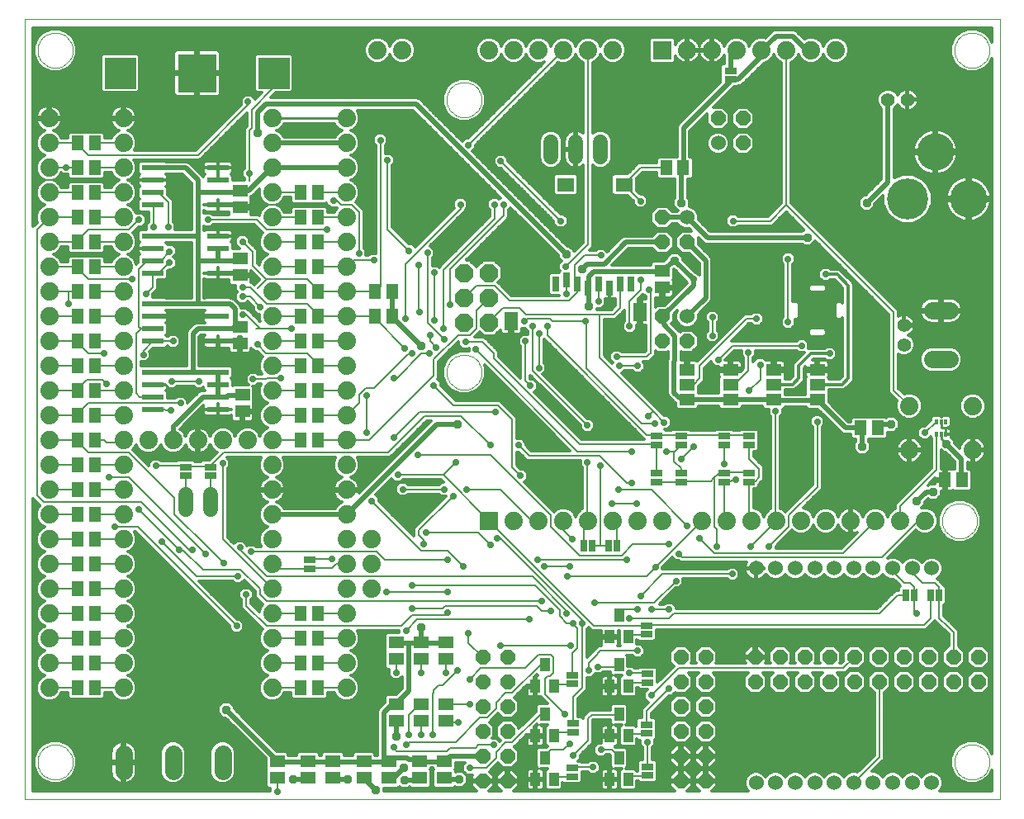
<source format=gbl>
G75*
G70*
%OFA0B0*%
%FSLAX24Y24*%
%IPPOS*%
%LPD*%
%AMOC8*
5,1,8,0,0,1.08239X$1,22.5*
%
%ADD10C,0.0000*%
%ADD11C,0.0740*%
%ADD12R,0.0740X0.0740*%
%ADD13OC8,0.0740*%
%ADD14R,0.0512X0.0591*%
%ADD15C,0.0560*%
%ADD16C,0.1660*%
%ADD17C,0.1502*%
%ADD18C,0.0705*%
%ADD19C,0.0600*%
%ADD20R,0.1560X0.1560*%
%ADD21R,0.1250X0.1250*%
%ADD22R,0.0551X0.0748*%
%ADD23R,0.0709X0.0551*%
%ADD24R,0.0276X0.0591*%
%ADD25R,0.0591X0.0512*%
%ADD26R,0.0866X0.0236*%
%ADD27R,0.0250X0.0500*%
%ADD28R,0.0500X0.0250*%
%ADD29C,0.0600*%
%ADD30OC8,0.0600*%
%ADD31R,0.0118X0.0197*%
%ADD32R,0.0630X0.0460*%
%ADD33C,0.0338*%
%ADD34R,0.1575X0.1575*%
%ADD35R,0.0394X0.0551*%
%ADD36C,0.0120*%
%ADD37OC8,0.0250*%
%ADD38C,0.0100*%
%ADD39C,0.0080*%
%ADD40C,0.0200*%
%ADD41OC8,0.0340*%
D10*
X000930Y005893D02*
X000930Y037389D01*
X040300Y037389D01*
X040300Y005893D01*
X000930Y005893D01*
X001463Y007403D02*
X001465Y007456D01*
X001471Y007509D01*
X001481Y007561D01*
X001494Y007612D01*
X001512Y007662D01*
X001533Y007711D01*
X001558Y007758D01*
X001586Y007802D01*
X001618Y007845D01*
X001652Y007885D01*
X001690Y007923D01*
X001730Y007957D01*
X001773Y007989D01*
X001818Y008017D01*
X001864Y008042D01*
X001913Y008063D01*
X001963Y008081D01*
X002014Y008094D01*
X002066Y008104D01*
X002119Y008110D01*
X002172Y008112D01*
X002225Y008110D01*
X002278Y008104D01*
X002330Y008094D01*
X002381Y008081D01*
X002431Y008063D01*
X002480Y008042D01*
X002527Y008017D01*
X002571Y007989D01*
X002614Y007957D01*
X002654Y007923D01*
X002692Y007885D01*
X002726Y007845D01*
X002758Y007802D01*
X002786Y007757D01*
X002811Y007711D01*
X002832Y007662D01*
X002850Y007612D01*
X002863Y007561D01*
X002873Y007509D01*
X002879Y007456D01*
X002881Y007403D01*
X002879Y007350D01*
X002873Y007297D01*
X002863Y007245D01*
X002850Y007194D01*
X002832Y007144D01*
X002811Y007095D01*
X002786Y007048D01*
X002758Y007004D01*
X002726Y006961D01*
X002692Y006921D01*
X002654Y006883D01*
X002614Y006849D01*
X002571Y006817D01*
X002526Y006789D01*
X002480Y006764D01*
X002431Y006743D01*
X002381Y006725D01*
X002330Y006712D01*
X002278Y006702D01*
X002225Y006696D01*
X002172Y006694D01*
X002119Y006696D01*
X002066Y006702D01*
X002014Y006712D01*
X001963Y006725D01*
X001913Y006743D01*
X001864Y006764D01*
X001817Y006789D01*
X001773Y006817D01*
X001730Y006849D01*
X001690Y006883D01*
X001652Y006921D01*
X001618Y006961D01*
X001586Y007004D01*
X001558Y007049D01*
X001533Y007095D01*
X001512Y007144D01*
X001494Y007194D01*
X001481Y007245D01*
X001471Y007297D01*
X001465Y007350D01*
X001463Y007403D01*
X017971Y023143D02*
X017973Y023196D01*
X017979Y023249D01*
X017989Y023301D01*
X018002Y023352D01*
X018020Y023402D01*
X018041Y023451D01*
X018066Y023498D01*
X018094Y023542D01*
X018126Y023585D01*
X018160Y023625D01*
X018198Y023663D01*
X018238Y023697D01*
X018281Y023729D01*
X018326Y023757D01*
X018372Y023782D01*
X018421Y023803D01*
X018471Y023821D01*
X018522Y023834D01*
X018574Y023844D01*
X018627Y023850D01*
X018680Y023852D01*
X018733Y023850D01*
X018786Y023844D01*
X018838Y023834D01*
X018889Y023821D01*
X018939Y023803D01*
X018988Y023782D01*
X019035Y023757D01*
X019079Y023729D01*
X019122Y023697D01*
X019162Y023663D01*
X019200Y023625D01*
X019234Y023585D01*
X019266Y023542D01*
X019294Y023497D01*
X019319Y023451D01*
X019340Y023402D01*
X019358Y023352D01*
X019371Y023301D01*
X019381Y023249D01*
X019387Y023196D01*
X019389Y023143D01*
X019387Y023090D01*
X019381Y023037D01*
X019371Y022985D01*
X019358Y022934D01*
X019340Y022884D01*
X019319Y022835D01*
X019294Y022788D01*
X019266Y022744D01*
X019234Y022701D01*
X019200Y022661D01*
X019162Y022623D01*
X019122Y022589D01*
X019079Y022557D01*
X019034Y022529D01*
X018988Y022504D01*
X018939Y022483D01*
X018889Y022465D01*
X018838Y022452D01*
X018786Y022442D01*
X018733Y022436D01*
X018680Y022434D01*
X018627Y022436D01*
X018574Y022442D01*
X018522Y022452D01*
X018471Y022465D01*
X018421Y022483D01*
X018372Y022504D01*
X018325Y022529D01*
X018281Y022557D01*
X018238Y022589D01*
X018198Y022623D01*
X018160Y022661D01*
X018126Y022701D01*
X018094Y022744D01*
X018066Y022789D01*
X018041Y022835D01*
X018020Y022884D01*
X018002Y022934D01*
X017989Y022985D01*
X017979Y023037D01*
X017973Y023090D01*
X017971Y023143D01*
X017971Y034143D02*
X017973Y034196D01*
X017979Y034249D01*
X017989Y034301D01*
X018002Y034352D01*
X018020Y034402D01*
X018041Y034451D01*
X018066Y034498D01*
X018094Y034542D01*
X018126Y034585D01*
X018160Y034625D01*
X018198Y034663D01*
X018238Y034697D01*
X018281Y034729D01*
X018326Y034757D01*
X018372Y034782D01*
X018421Y034803D01*
X018471Y034821D01*
X018522Y034834D01*
X018574Y034844D01*
X018627Y034850D01*
X018680Y034852D01*
X018733Y034850D01*
X018786Y034844D01*
X018838Y034834D01*
X018889Y034821D01*
X018939Y034803D01*
X018988Y034782D01*
X019035Y034757D01*
X019079Y034729D01*
X019122Y034697D01*
X019162Y034663D01*
X019200Y034625D01*
X019234Y034585D01*
X019266Y034542D01*
X019294Y034497D01*
X019319Y034451D01*
X019340Y034402D01*
X019358Y034352D01*
X019371Y034301D01*
X019381Y034249D01*
X019387Y034196D01*
X019389Y034143D01*
X019387Y034090D01*
X019381Y034037D01*
X019371Y033985D01*
X019358Y033934D01*
X019340Y033884D01*
X019319Y033835D01*
X019294Y033788D01*
X019266Y033744D01*
X019234Y033701D01*
X019200Y033661D01*
X019162Y033623D01*
X019122Y033589D01*
X019079Y033557D01*
X019034Y033529D01*
X018988Y033504D01*
X018939Y033483D01*
X018889Y033465D01*
X018838Y033452D01*
X018786Y033442D01*
X018733Y033436D01*
X018680Y033434D01*
X018627Y033436D01*
X018574Y033442D01*
X018522Y033452D01*
X018471Y033465D01*
X018421Y033483D01*
X018372Y033504D01*
X018325Y033529D01*
X018281Y033557D01*
X018238Y033589D01*
X018198Y033623D01*
X018160Y033661D01*
X018126Y033701D01*
X018094Y033744D01*
X018066Y033789D01*
X018041Y033835D01*
X018020Y033884D01*
X018002Y033934D01*
X017989Y033985D01*
X017979Y034037D01*
X017973Y034090D01*
X017971Y034143D01*
X001463Y036143D02*
X001465Y036196D01*
X001471Y036249D01*
X001481Y036301D01*
X001494Y036352D01*
X001512Y036402D01*
X001533Y036451D01*
X001558Y036498D01*
X001586Y036542D01*
X001618Y036585D01*
X001652Y036625D01*
X001690Y036663D01*
X001730Y036697D01*
X001773Y036729D01*
X001818Y036757D01*
X001864Y036782D01*
X001913Y036803D01*
X001963Y036821D01*
X002014Y036834D01*
X002066Y036844D01*
X002119Y036850D01*
X002172Y036852D01*
X002225Y036850D01*
X002278Y036844D01*
X002330Y036834D01*
X002381Y036821D01*
X002431Y036803D01*
X002480Y036782D01*
X002527Y036757D01*
X002571Y036729D01*
X002614Y036697D01*
X002654Y036663D01*
X002692Y036625D01*
X002726Y036585D01*
X002758Y036542D01*
X002786Y036497D01*
X002811Y036451D01*
X002832Y036402D01*
X002850Y036352D01*
X002863Y036301D01*
X002873Y036249D01*
X002879Y036196D01*
X002881Y036143D01*
X002879Y036090D01*
X002873Y036037D01*
X002863Y035985D01*
X002850Y035934D01*
X002832Y035884D01*
X002811Y035835D01*
X002786Y035788D01*
X002758Y035744D01*
X002726Y035701D01*
X002692Y035661D01*
X002654Y035623D01*
X002614Y035589D01*
X002571Y035557D01*
X002526Y035529D01*
X002480Y035504D01*
X002431Y035483D01*
X002381Y035465D01*
X002330Y035452D01*
X002278Y035442D01*
X002225Y035436D01*
X002172Y035434D01*
X002119Y035436D01*
X002066Y035442D01*
X002014Y035452D01*
X001963Y035465D01*
X001913Y035483D01*
X001864Y035504D01*
X001817Y035529D01*
X001773Y035557D01*
X001730Y035589D01*
X001690Y035623D01*
X001652Y035661D01*
X001618Y035701D01*
X001586Y035744D01*
X001558Y035789D01*
X001533Y035835D01*
X001512Y035884D01*
X001494Y035934D01*
X001481Y035985D01*
X001471Y036037D01*
X001465Y036090D01*
X001463Y036143D01*
X038471Y036143D02*
X038473Y036196D01*
X038479Y036249D01*
X038489Y036301D01*
X038502Y036352D01*
X038520Y036402D01*
X038541Y036451D01*
X038566Y036498D01*
X038594Y036542D01*
X038626Y036585D01*
X038660Y036625D01*
X038698Y036663D01*
X038738Y036697D01*
X038781Y036729D01*
X038826Y036757D01*
X038872Y036782D01*
X038921Y036803D01*
X038971Y036821D01*
X039022Y036834D01*
X039074Y036844D01*
X039127Y036850D01*
X039180Y036852D01*
X039233Y036850D01*
X039286Y036844D01*
X039338Y036834D01*
X039389Y036821D01*
X039439Y036803D01*
X039488Y036782D01*
X039535Y036757D01*
X039579Y036729D01*
X039622Y036697D01*
X039662Y036663D01*
X039700Y036625D01*
X039734Y036585D01*
X039766Y036542D01*
X039794Y036497D01*
X039819Y036451D01*
X039840Y036402D01*
X039858Y036352D01*
X039871Y036301D01*
X039881Y036249D01*
X039887Y036196D01*
X039889Y036143D01*
X039887Y036090D01*
X039881Y036037D01*
X039871Y035985D01*
X039858Y035934D01*
X039840Y035884D01*
X039819Y035835D01*
X039794Y035788D01*
X039766Y035744D01*
X039734Y035701D01*
X039700Y035661D01*
X039662Y035623D01*
X039622Y035589D01*
X039579Y035557D01*
X039534Y035529D01*
X039488Y035504D01*
X039439Y035483D01*
X039389Y035465D01*
X039338Y035452D01*
X039286Y035442D01*
X039233Y035436D01*
X039180Y035434D01*
X039127Y035436D01*
X039074Y035442D01*
X039022Y035452D01*
X038971Y035465D01*
X038921Y035483D01*
X038872Y035504D01*
X038825Y035529D01*
X038781Y035557D01*
X038738Y035589D01*
X038698Y035623D01*
X038660Y035661D01*
X038626Y035701D01*
X038594Y035744D01*
X038566Y035789D01*
X038541Y035835D01*
X038520Y035884D01*
X038502Y035934D01*
X038489Y035985D01*
X038479Y036037D01*
X038473Y036090D01*
X038471Y036143D01*
X037971Y017143D02*
X037973Y017196D01*
X037979Y017249D01*
X037989Y017301D01*
X038002Y017352D01*
X038020Y017402D01*
X038041Y017451D01*
X038066Y017498D01*
X038094Y017542D01*
X038126Y017585D01*
X038160Y017625D01*
X038198Y017663D01*
X038238Y017697D01*
X038281Y017729D01*
X038326Y017757D01*
X038372Y017782D01*
X038421Y017803D01*
X038471Y017821D01*
X038522Y017834D01*
X038574Y017844D01*
X038627Y017850D01*
X038680Y017852D01*
X038733Y017850D01*
X038786Y017844D01*
X038838Y017834D01*
X038889Y017821D01*
X038939Y017803D01*
X038988Y017782D01*
X039035Y017757D01*
X039079Y017729D01*
X039122Y017697D01*
X039162Y017663D01*
X039200Y017625D01*
X039234Y017585D01*
X039266Y017542D01*
X039294Y017497D01*
X039319Y017451D01*
X039340Y017402D01*
X039358Y017352D01*
X039371Y017301D01*
X039381Y017249D01*
X039387Y017196D01*
X039389Y017143D01*
X039387Y017090D01*
X039381Y017037D01*
X039371Y016985D01*
X039358Y016934D01*
X039340Y016884D01*
X039319Y016835D01*
X039294Y016788D01*
X039266Y016744D01*
X039234Y016701D01*
X039200Y016661D01*
X039162Y016623D01*
X039122Y016589D01*
X039079Y016557D01*
X039034Y016529D01*
X038988Y016504D01*
X038939Y016483D01*
X038889Y016465D01*
X038838Y016452D01*
X038786Y016442D01*
X038733Y016436D01*
X038680Y016434D01*
X038627Y016436D01*
X038574Y016442D01*
X038522Y016452D01*
X038471Y016465D01*
X038421Y016483D01*
X038372Y016504D01*
X038325Y016529D01*
X038281Y016557D01*
X038238Y016589D01*
X038198Y016623D01*
X038160Y016661D01*
X038126Y016701D01*
X038094Y016744D01*
X038066Y016789D01*
X038041Y016835D01*
X038020Y016884D01*
X038002Y016934D01*
X037989Y016985D01*
X037979Y017037D01*
X037973Y017090D01*
X037971Y017143D01*
X038471Y007403D02*
X038473Y007456D01*
X038479Y007509D01*
X038489Y007561D01*
X038502Y007612D01*
X038520Y007662D01*
X038541Y007711D01*
X038566Y007758D01*
X038594Y007802D01*
X038626Y007845D01*
X038660Y007885D01*
X038698Y007923D01*
X038738Y007957D01*
X038781Y007989D01*
X038826Y008017D01*
X038872Y008042D01*
X038921Y008063D01*
X038971Y008081D01*
X039022Y008094D01*
X039074Y008104D01*
X039127Y008110D01*
X039180Y008112D01*
X039233Y008110D01*
X039286Y008104D01*
X039338Y008094D01*
X039389Y008081D01*
X039439Y008063D01*
X039488Y008042D01*
X039535Y008017D01*
X039579Y007989D01*
X039622Y007957D01*
X039662Y007923D01*
X039700Y007885D01*
X039734Y007845D01*
X039766Y007802D01*
X039794Y007757D01*
X039819Y007711D01*
X039840Y007662D01*
X039858Y007612D01*
X039871Y007561D01*
X039881Y007509D01*
X039887Y007456D01*
X039889Y007403D01*
X039887Y007350D01*
X039881Y007297D01*
X039871Y007245D01*
X039858Y007194D01*
X039840Y007144D01*
X039819Y007095D01*
X039794Y007048D01*
X039766Y007004D01*
X039734Y006961D01*
X039700Y006921D01*
X039662Y006883D01*
X039622Y006849D01*
X039579Y006817D01*
X039534Y006789D01*
X039488Y006764D01*
X039439Y006743D01*
X039389Y006725D01*
X039338Y006712D01*
X039286Y006702D01*
X039233Y006696D01*
X039180Y006694D01*
X039127Y006696D01*
X039074Y006702D01*
X039022Y006712D01*
X038971Y006725D01*
X038921Y006743D01*
X038872Y006764D01*
X038825Y006789D01*
X038781Y006817D01*
X038738Y006849D01*
X038698Y006883D01*
X038660Y006921D01*
X038626Y006961D01*
X038594Y007004D01*
X038566Y007049D01*
X038541Y007095D01*
X038520Y007144D01*
X038502Y007194D01*
X038489Y007245D01*
X038479Y007297D01*
X038473Y007350D01*
X038471Y007403D01*
D11*
X037280Y017143D03*
X036280Y017143D03*
X035280Y017143D03*
X034280Y017143D03*
X033280Y017143D03*
X032280Y017143D03*
X031280Y017143D03*
X030280Y017143D03*
X029280Y017143D03*
X028280Y017143D03*
X026680Y017143D03*
X025680Y017143D03*
X024680Y017143D03*
X023680Y017143D03*
X022680Y017143D03*
X021680Y017143D03*
X020680Y017143D03*
X014930Y016393D03*
X013930Y016393D03*
X013930Y017393D03*
X013930Y018393D03*
X013930Y019393D03*
X013930Y020393D03*
X013930Y021393D03*
X013930Y022393D03*
X013930Y023393D03*
X013930Y024393D03*
X013930Y025393D03*
X013930Y026393D03*
X013930Y027393D03*
X013930Y028393D03*
X013930Y029393D03*
X013930Y030393D03*
X013930Y031393D03*
X013930Y032393D03*
X013930Y033393D03*
X010930Y033393D03*
X010930Y032393D03*
X010930Y031393D03*
X010930Y030393D03*
X010930Y029393D03*
X010930Y028393D03*
X010930Y027393D03*
X010930Y026393D03*
X010930Y025393D03*
X010930Y024393D03*
X010930Y023393D03*
X010930Y022393D03*
X010930Y021393D03*
X010930Y020393D03*
X010930Y019393D03*
X010930Y018393D03*
X010930Y017393D03*
X010930Y016393D03*
X010930Y015393D03*
X010930Y014393D03*
X010930Y013393D03*
X010930Y012393D03*
X010930Y011393D03*
X010930Y010393D03*
X013930Y010393D03*
X013930Y011393D03*
X013930Y012393D03*
X013930Y013393D03*
X013930Y014393D03*
X014930Y014393D03*
X014930Y015393D03*
X013930Y015393D03*
X009930Y020393D03*
X008930Y020393D03*
X007930Y020393D03*
X006930Y020393D03*
X005930Y020393D03*
X004930Y020393D03*
X004930Y019393D03*
X004930Y018393D03*
X004930Y017393D03*
X004930Y016393D03*
X004930Y015393D03*
X004930Y014393D03*
X004930Y013393D03*
X004930Y012393D03*
X004930Y011393D03*
X004930Y010393D03*
X001930Y010393D03*
X001930Y011393D03*
X001930Y012393D03*
X001930Y013393D03*
X001930Y014393D03*
X001930Y015393D03*
X001930Y016393D03*
X001930Y017393D03*
X001930Y018393D03*
X001930Y019393D03*
X001930Y020393D03*
X001930Y021393D03*
X001930Y022393D03*
X001930Y023393D03*
X001930Y024393D03*
X001930Y025393D03*
X001930Y026393D03*
X001930Y027393D03*
X001930Y028393D03*
X001930Y029393D03*
X001930Y030393D03*
X001930Y031393D03*
X001930Y032393D03*
X001930Y033393D03*
X004930Y033393D03*
X004930Y032393D03*
X004930Y031393D03*
X004930Y030393D03*
X004930Y029393D03*
X004930Y028393D03*
X004930Y027393D03*
X004930Y026393D03*
X004930Y025393D03*
X004930Y024393D03*
X004930Y023393D03*
X004930Y022393D03*
X004930Y021393D03*
X015180Y036143D03*
X016180Y036143D03*
X019680Y036143D03*
X020680Y036143D03*
X021680Y036143D03*
X022680Y036143D03*
X023680Y036143D03*
X024680Y036143D03*
X027680Y036143D03*
X028680Y036143D03*
X029680Y036143D03*
X030680Y036143D03*
X031680Y036143D03*
X032680Y036143D03*
X033680Y036143D03*
X036650Y021783D03*
X036650Y020003D03*
X039210Y020003D03*
X039210Y021783D03*
D12*
X026680Y036143D03*
X019680Y017143D03*
D13*
X019680Y025143D03*
X018680Y025143D03*
X018680Y026143D03*
X019680Y026143D03*
X019680Y027143D03*
X018680Y027143D03*
D14*
X015765Y026393D03*
X015095Y026393D03*
X015095Y025393D03*
X015765Y025393D03*
X012765Y025393D03*
X012095Y025393D03*
X012095Y024393D03*
X012765Y024393D03*
X012765Y023393D03*
X012095Y023393D03*
X012095Y022393D03*
X012765Y022393D03*
X012765Y021393D03*
X012095Y021393D03*
X012095Y020393D03*
X012765Y020393D03*
X012765Y026393D03*
X012095Y026393D03*
X012095Y027393D03*
X012765Y027393D03*
X012765Y028393D03*
X012095Y028393D03*
X012095Y029393D03*
X012765Y029393D03*
X012765Y030393D03*
X012095Y030393D03*
X003765Y030393D03*
X003095Y030393D03*
X003095Y029393D03*
X003765Y029393D03*
X003765Y028393D03*
X003095Y028393D03*
X003095Y027393D03*
X003765Y027393D03*
X003765Y026393D03*
X003095Y026393D03*
X003095Y025393D03*
X003765Y025393D03*
X003765Y024393D03*
X003095Y024393D03*
X003095Y023393D03*
X003765Y023393D03*
X003765Y022393D03*
X003095Y022393D03*
X003095Y021393D03*
X003765Y021393D03*
X003765Y020393D03*
X003095Y020393D03*
X003095Y019393D03*
X003765Y019393D03*
X003765Y018393D03*
X003095Y018393D03*
X003095Y017393D03*
X003765Y017393D03*
X003765Y016393D03*
X003095Y016393D03*
X003095Y015393D03*
X003765Y015393D03*
X003765Y014393D03*
X003095Y014393D03*
X003095Y013393D03*
X003765Y013393D03*
X003765Y012393D03*
X003095Y012393D03*
X003095Y011393D03*
X003765Y011393D03*
X003765Y010393D03*
X003095Y010393D03*
X012095Y010393D03*
X012765Y010393D03*
X012765Y011393D03*
X012095Y011393D03*
X012095Y012393D03*
X012765Y012393D03*
X012765Y013393D03*
X012095Y013393D03*
X003765Y031393D03*
X003095Y031393D03*
X003095Y032393D03*
X003765Y032393D03*
X026845Y031393D03*
X027515Y031393D03*
X034695Y020893D03*
X035365Y020893D03*
X038095Y018793D03*
X038765Y018793D03*
D15*
X036430Y024250D03*
X036430Y025037D03*
X036574Y034143D03*
X035786Y034143D03*
D16*
X036576Y030143D03*
D17*
X037698Y032033D03*
X039036Y030143D03*
D18*
X038283Y025628D02*
X037578Y025628D01*
X037578Y023659D02*
X038283Y023659D01*
X008930Y007746D02*
X008930Y007041D01*
X006930Y007041D02*
X006930Y007746D01*
X004930Y007746D02*
X004930Y007041D01*
D19*
X007430Y017593D02*
X007430Y018193D01*
X008430Y018193D02*
X008430Y017593D01*
X022180Y031843D02*
X022180Y032443D01*
X023180Y032443D02*
X023180Y031843D01*
X024180Y031843D02*
X024180Y032443D01*
D20*
X007900Y035217D03*
D21*
X011000Y035217D03*
X004800Y035217D03*
D22*
X020576Y025208D03*
X025773Y025563D03*
D23*
X025143Y030720D03*
X022780Y030720D03*
D24*
X022820Y026862D03*
X023253Y026704D03*
X023686Y026547D03*
X024119Y026704D03*
X024552Y026547D03*
X024985Y026704D03*
X025418Y026704D03*
X022387Y026704D03*
D25*
X026680Y026559D03*
X026680Y027228D03*
X009630Y027059D03*
X009630Y027728D03*
X009630Y029809D03*
X009630Y030478D03*
X009630Y024978D03*
X009630Y024309D03*
X009730Y022228D03*
X009730Y021559D03*
X015930Y012228D03*
X015930Y011559D03*
X016930Y011559D03*
X016930Y012228D03*
X017930Y012228D03*
X017930Y011559D03*
X017930Y009728D03*
X017930Y009059D03*
X016930Y009059D03*
X016930Y009728D03*
X015930Y009728D03*
X015930Y009059D03*
X015630Y007428D03*
X015630Y006759D03*
X014630Y006759D03*
X014630Y007428D03*
X013380Y007428D03*
X013380Y006759D03*
X012380Y006759D03*
X012380Y007428D03*
X011130Y007428D03*
X011130Y006759D03*
X016880Y006759D03*
X016880Y007428D03*
X017880Y007428D03*
X017880Y006759D03*
D26*
X008741Y021643D03*
X008741Y022143D03*
X008741Y022643D03*
X008741Y023143D03*
X008741Y024393D03*
X008741Y024893D03*
X008741Y025393D03*
X008741Y025893D03*
X008741Y027143D03*
X008741Y027643D03*
X008741Y028143D03*
X008741Y028643D03*
X008741Y029893D03*
X008741Y030393D03*
X008741Y030893D03*
X008741Y031393D03*
X006119Y031393D03*
X006119Y030893D03*
X006119Y030393D03*
X006119Y029893D03*
X006119Y028643D03*
X006119Y028143D03*
X006119Y027643D03*
X006119Y027143D03*
X006119Y025893D03*
X006119Y025393D03*
X006119Y024893D03*
X006119Y024393D03*
X006119Y023143D03*
X006119Y022643D03*
X006119Y022143D03*
X006119Y021643D03*
D27*
X023503Y016143D03*
X023857Y016143D03*
X024503Y016143D03*
X024857Y016143D03*
X036503Y014143D03*
X036857Y014143D03*
X037503Y014143D03*
X037857Y014143D03*
D28*
X030180Y018716D03*
X030180Y019070D03*
X029180Y019070D03*
X029180Y018716D03*
X029180Y020216D03*
X029180Y020570D03*
X030180Y020570D03*
X030180Y020216D03*
X027430Y020216D03*
X027430Y020570D03*
X026430Y020570D03*
X026430Y020216D03*
X026430Y019070D03*
X026430Y018716D03*
X027430Y018716D03*
X027430Y019070D03*
X026030Y012920D03*
X026030Y012566D03*
X026080Y010970D03*
X026080Y010616D03*
X026030Y008921D03*
X026030Y008566D03*
X026080Y007220D03*
X026080Y006866D03*
X023030Y006816D03*
X023030Y007170D03*
X023080Y008616D03*
X023080Y008970D03*
X023030Y010566D03*
X023030Y010920D03*
X012430Y015216D03*
X012430Y015570D03*
X008430Y018966D03*
X008430Y019320D03*
X007430Y019320D03*
X007430Y018966D03*
X029430Y034966D03*
X029430Y035320D03*
D29*
X028930Y032393D03*
X027680Y029393D03*
X027680Y025393D03*
X030467Y015224D03*
X031255Y015224D03*
X032042Y015224D03*
X032830Y015224D03*
X033617Y015224D03*
X034404Y015224D03*
X035192Y015224D03*
X035979Y015224D03*
X036767Y015224D03*
X037554Y015224D03*
X037554Y006563D03*
X036767Y006563D03*
X035979Y006563D03*
X035192Y006563D03*
X034404Y006563D03*
X033617Y006563D03*
X032830Y006563D03*
X032042Y006563D03*
X031255Y006563D03*
X030467Y006563D03*
D30*
X028430Y006643D03*
X027430Y006643D03*
X027430Y007643D03*
X028430Y007643D03*
X028430Y008643D03*
X027430Y008643D03*
X027430Y009643D03*
X028430Y009643D03*
X028430Y010643D03*
X027430Y010643D03*
X027430Y011643D03*
X028430Y011643D03*
X030430Y011643D03*
X031430Y011643D03*
X031430Y010643D03*
X030430Y010643D03*
X032430Y010643D03*
X033430Y010643D03*
X034430Y010643D03*
X035430Y010643D03*
X036430Y010643D03*
X037430Y010643D03*
X038430Y010643D03*
X039430Y010643D03*
X039430Y011643D03*
X038430Y011643D03*
X037430Y011643D03*
X036430Y011643D03*
X035430Y011643D03*
X034430Y011643D03*
X033430Y011643D03*
X032430Y011643D03*
X020430Y011643D03*
X020430Y010643D03*
X020430Y009643D03*
X020430Y008643D03*
X019430Y008643D03*
X019430Y009643D03*
X019430Y010643D03*
X019430Y011643D03*
X019430Y007643D03*
X019430Y006643D03*
X020430Y006643D03*
X020430Y007643D03*
X026680Y024393D03*
X027680Y024393D03*
X026680Y025393D03*
X026680Y028393D03*
X027680Y028393D03*
X026680Y029393D03*
X029930Y032393D03*
X029930Y033393D03*
X028930Y033393D03*
D31*
X037733Y021149D03*
X037930Y021149D03*
X038127Y021149D03*
X038127Y020637D03*
X037930Y020637D03*
X037733Y020637D03*
D32*
X032930Y022043D03*
X032930Y022643D03*
X032930Y023243D03*
X031180Y023243D03*
X031180Y022643D03*
X031180Y022043D03*
X029430Y022043D03*
X029430Y022643D03*
X029430Y023243D03*
X027680Y023243D03*
X027680Y022643D03*
X027680Y022043D03*
D33*
X032680Y025393D03*
X033180Y025393D03*
X033180Y025893D03*
X032680Y025893D03*
D34*
X032930Y025643D03*
D35*
X024930Y013326D03*
X024556Y012460D03*
X025304Y012460D03*
X024930Y011326D03*
X024556Y010460D03*
X025304Y010460D03*
X024930Y009326D03*
X024556Y008460D03*
X025304Y008460D03*
X024930Y007576D03*
X024556Y006710D03*
X025304Y006710D03*
X022304Y006710D03*
X021556Y006710D03*
X021930Y007576D03*
X021556Y008460D03*
X022304Y008460D03*
X021930Y009326D03*
X021556Y010460D03*
X022304Y010460D03*
X021930Y011326D03*
D36*
X021626Y010932D02*
X021662Y010896D01*
X021594Y010896D01*
X021594Y010499D01*
X021518Y010499D01*
X021518Y010823D01*
X021626Y010932D01*
X021594Y010870D02*
X021565Y010870D01*
X021594Y010752D02*
X021518Y010752D01*
X021518Y010633D02*
X021594Y010633D01*
X021594Y010515D02*
X021518Y010515D01*
X021518Y010499D02*
X021518Y010422D01*
X021594Y010422D01*
X021594Y010025D01*
X021774Y010025D01*
X021787Y010028D01*
X022053Y009762D01*
X021667Y009762D01*
X021573Y009668D01*
X021573Y009444D01*
X021530Y009401D01*
X020890Y008761D01*
X020890Y008834D01*
X020621Y009103D01*
X020239Y009103D01*
X019970Y008834D01*
X019970Y008453D01*
X020151Y008272D01*
X020128Y008249D01*
X019998Y008378D01*
X019816Y008378D01*
X019890Y008453D01*
X019890Y008834D01*
X019709Y009015D01*
X020059Y009364D01*
X020239Y009183D01*
X020621Y009183D01*
X020890Y009453D01*
X020890Y009834D01*
X020709Y010015D01*
X021199Y010505D01*
X021199Y010499D01*
X021518Y010499D01*
X021518Y010422D02*
X021199Y010422D01*
X021199Y010164D01*
X021210Y010123D01*
X021231Y010086D01*
X021261Y010057D01*
X021297Y010036D01*
X021338Y010025D01*
X021518Y010025D01*
X021518Y010422D01*
X021518Y010396D02*
X021594Y010396D01*
X021594Y010278D02*
X021518Y010278D01*
X021518Y010159D02*
X021594Y010159D01*
X021594Y010041D02*
X021518Y010041D01*
X021288Y010041D02*
X020735Y010041D01*
X020802Y009922D02*
X021893Y009922D01*
X022012Y009804D02*
X020890Y009804D01*
X020890Y009685D02*
X021590Y009685D01*
X021573Y009567D02*
X020890Y009567D01*
X020886Y009448D02*
X021573Y009448D01*
X021459Y009330D02*
X020767Y009330D01*
X020649Y009211D02*
X021340Y009211D01*
X021222Y009093D02*
X020631Y009093D01*
X020750Y008974D02*
X021103Y008974D01*
X020985Y008856D02*
X020868Y008856D01*
X021199Y008505D02*
X021199Y008499D01*
X021518Y008499D01*
X021518Y008823D01*
X021626Y008932D01*
X021662Y008896D01*
X021594Y008896D01*
X021594Y008499D01*
X021518Y008499D01*
X021518Y008422D01*
X021594Y008422D01*
X021594Y008025D01*
X021774Y008025D01*
X021815Y008036D01*
X021851Y008057D01*
X021881Y008086D01*
X021902Y008123D01*
X021913Y008164D01*
X021913Y008422D01*
X021594Y008422D01*
X021594Y008499D01*
X021913Y008499D01*
X021913Y008757D01*
X021902Y008798D01*
X021881Y008834D01*
X021851Y008864D01*
X021815Y008885D01*
X021793Y008891D01*
X022036Y008891D01*
X021947Y008802D01*
X021947Y008118D01*
X022035Y008031D01*
X022016Y008012D01*
X021667Y008012D01*
X021573Y007918D01*
X021573Y007235D01*
X021662Y007146D01*
X021594Y007146D01*
X021594Y006749D01*
X021518Y006749D01*
X021518Y007146D01*
X021338Y007146D01*
X021297Y007135D01*
X021261Y007114D01*
X021231Y007084D01*
X021210Y007048D01*
X021199Y007007D01*
X021199Y006749D01*
X021518Y006749D01*
X021518Y006672D01*
X021594Y006672D01*
X021594Y006275D01*
X021774Y006275D01*
X021815Y006286D01*
X021851Y006307D01*
X021881Y006336D01*
X021902Y006373D01*
X021913Y006414D01*
X021913Y006672D01*
X021594Y006672D01*
X021594Y006749D01*
X021913Y006749D01*
X021913Y007007D01*
X021902Y007048D01*
X021881Y007084D01*
X021851Y007114D01*
X021815Y007135D01*
X021793Y007141D01*
X022036Y007141D01*
X021947Y007052D01*
X021947Y006368D01*
X022041Y006275D01*
X022567Y006275D01*
X022661Y006368D01*
X022661Y006584D01*
X022714Y006531D01*
X023346Y006531D01*
X023440Y006625D01*
X023440Y006993D01*
X023677Y006993D01*
X023762Y006908D01*
X023998Y006908D01*
X024165Y007075D01*
X024165Y007311D01*
X023998Y007478D01*
X023762Y007478D01*
X023677Y007393D01*
X023408Y007393D01*
X023346Y007455D01*
X023270Y007455D01*
X023365Y007550D01*
X023365Y007670D01*
X023763Y008068D01*
X023880Y008185D01*
X023880Y009085D01*
X023913Y009118D01*
X024573Y009118D01*
X024573Y008985D01*
X024662Y008896D01*
X024594Y008896D01*
X024594Y008499D01*
X024518Y008499D01*
X024518Y008896D01*
X024338Y008896D01*
X024297Y008885D01*
X024261Y008864D01*
X024231Y008834D01*
X024210Y008798D01*
X024199Y008757D01*
X024199Y008499D01*
X024518Y008499D01*
X024518Y008422D01*
X024199Y008422D01*
X024199Y008178D01*
X024087Y008178D01*
X023920Y008011D01*
X023920Y007775D01*
X024087Y007608D01*
X024323Y007608D01*
X024408Y007693D01*
X024547Y007693D01*
X024573Y007667D01*
X024573Y007235D01*
X024662Y007146D01*
X024594Y007146D01*
X024594Y006749D01*
X024518Y006749D01*
X024518Y007146D01*
X024338Y007146D01*
X024297Y007135D01*
X024261Y007114D01*
X024231Y007084D01*
X024210Y007048D01*
X024199Y007007D01*
X024199Y006749D01*
X024518Y006749D01*
X024518Y006672D01*
X024594Y006672D01*
X024594Y006275D01*
X024774Y006275D01*
X024815Y006286D01*
X024851Y006307D01*
X024881Y006336D01*
X024902Y006373D01*
X024913Y006414D01*
X024913Y006672D01*
X024594Y006672D01*
X024594Y006749D01*
X024913Y006749D01*
X024913Y007007D01*
X024902Y007048D01*
X024881Y007084D01*
X024851Y007114D01*
X024815Y007135D01*
X024793Y007141D01*
X025036Y007141D01*
X024947Y007052D01*
X024947Y006368D01*
X025041Y006275D01*
X025567Y006275D01*
X025661Y006368D01*
X025661Y006643D01*
X025702Y006643D01*
X025764Y006581D01*
X026396Y006581D01*
X026490Y006675D01*
X026490Y007412D01*
X026396Y007505D01*
X026280Y007505D01*
X026280Y007990D01*
X026365Y008075D01*
X026365Y008300D01*
X026440Y008375D01*
X026440Y009112D01*
X026347Y009206D01*
X026255Y009206D01*
X026255Y009385D01*
X026953Y010083D01*
X027073Y010083D01*
X027206Y010217D01*
X027239Y010183D01*
X027621Y010183D01*
X027890Y010453D01*
X027890Y010834D01*
X027731Y010993D01*
X028129Y010993D01*
X027970Y010834D01*
X027970Y010453D01*
X028239Y010183D01*
X028621Y010183D01*
X028890Y010453D01*
X028890Y010834D01*
X028731Y010993D01*
X030129Y010993D01*
X029970Y010834D01*
X029970Y010453D01*
X030239Y010183D01*
X030621Y010183D01*
X030890Y010453D01*
X030890Y010834D01*
X030731Y010993D01*
X031129Y010993D01*
X030970Y010834D01*
X030970Y010453D01*
X031239Y010183D01*
X031621Y010183D01*
X031890Y010453D01*
X031890Y010834D01*
X031731Y010993D01*
X032129Y010993D01*
X031970Y010834D01*
X031970Y010453D01*
X032239Y010183D01*
X032621Y010183D01*
X032890Y010453D01*
X032890Y010834D01*
X032731Y010993D01*
X033129Y010993D01*
X032970Y010834D01*
X032970Y010453D01*
X033239Y010183D01*
X033621Y010183D01*
X033890Y010453D01*
X033890Y010834D01*
X033731Y010993D01*
X034063Y010993D01*
X034253Y011183D01*
X034621Y011183D01*
X034890Y011453D01*
X034890Y011834D01*
X034621Y012103D01*
X034239Y012103D01*
X033970Y011834D01*
X033970Y011466D01*
X033897Y011393D01*
X033831Y011393D01*
X033890Y011453D01*
X033890Y011834D01*
X033621Y012103D01*
X033239Y012103D01*
X032970Y011834D01*
X032970Y011453D01*
X033029Y011393D01*
X032831Y011393D01*
X032890Y011453D01*
X032890Y011834D01*
X032621Y012103D01*
X032239Y012103D01*
X031970Y011834D01*
X031970Y011453D01*
X032029Y011393D01*
X031831Y011393D01*
X031890Y011453D01*
X031890Y011834D01*
X031621Y012103D01*
X031239Y012103D01*
X030970Y011834D01*
X030970Y011453D01*
X031029Y011393D01*
X030831Y011393D01*
X030890Y011453D01*
X030890Y011603D01*
X030470Y011603D01*
X030470Y011683D01*
X030890Y011683D01*
X030890Y011834D01*
X030621Y012103D01*
X030470Y012103D01*
X030470Y011683D01*
X030390Y011683D01*
X030390Y011603D01*
X029970Y011603D01*
X029970Y011453D01*
X030029Y011393D01*
X028831Y011393D01*
X028890Y011453D01*
X028890Y011834D01*
X028621Y012103D01*
X028239Y012103D01*
X027970Y011834D01*
X027970Y011453D01*
X028029Y011393D01*
X027831Y011393D01*
X027890Y011453D01*
X027890Y011834D01*
X027621Y012103D01*
X027239Y012103D01*
X026970Y011834D01*
X026970Y011453D01*
X027138Y011284D01*
X027130Y011276D01*
X026490Y010636D01*
X026490Y011162D01*
X026396Y011255D01*
X025764Y011255D01*
X025702Y011193D01*
X025558Y011193D01*
X025473Y011278D01*
X025287Y011278D01*
X025287Y011668D01*
X025262Y011693D01*
X025477Y011693D01*
X025562Y011608D01*
X025798Y011608D01*
X025965Y011775D01*
X025965Y012011D01*
X025798Y012178D01*
X025661Y012178D01*
X025661Y012334D01*
X025714Y012281D01*
X026346Y012281D01*
X026440Y012375D01*
X026440Y012743D01*
X037313Y012743D01*
X037513Y012943D01*
X037680Y013110D01*
X037980Y012810D01*
X038230Y012560D01*
X038230Y012094D01*
X037970Y011834D01*
X037970Y011453D01*
X038239Y011183D01*
X038621Y011183D01*
X038890Y011453D01*
X038890Y011834D01*
X038630Y012094D01*
X038630Y012726D01*
X038513Y012843D01*
X038263Y013093D01*
X038057Y013299D01*
X038057Y013742D01*
X038142Y013827D01*
X038142Y014460D01*
X038057Y014545D01*
X038057Y014549D01*
X037880Y014726D01*
X037785Y014822D01*
X037815Y014834D01*
X037944Y014963D01*
X038014Y015133D01*
X038014Y015316D01*
X037944Y015485D01*
X037815Y015614D01*
X037646Y015684D01*
X037463Y015684D01*
X037293Y015614D01*
X037164Y015485D01*
X037160Y015476D01*
X037157Y015485D01*
X037027Y015614D01*
X036858Y015684D01*
X036675Y015684D01*
X036506Y015614D01*
X036377Y015485D01*
X036373Y015476D01*
X036369Y015485D01*
X036240Y015614D01*
X036071Y015684D01*
X035888Y015684D01*
X035787Y015642D01*
X036909Y016765D01*
X036980Y016694D01*
X037175Y016613D01*
X037385Y016613D01*
X037580Y016694D01*
X037729Y016843D01*
X037810Y017038D01*
X037810Y017249D01*
X037729Y017444D01*
X037580Y017593D01*
X037385Y017673D01*
X037175Y017673D01*
X037136Y017657D01*
X037285Y017807D01*
X037285Y017906D01*
X037418Y018039D01*
X037468Y017988D01*
X037742Y017988D01*
X037935Y018182D01*
X037935Y018338D01*
X038035Y018338D01*
X038035Y018733D01*
X038155Y018733D01*
X038155Y018338D01*
X038372Y018338D01*
X038413Y018349D01*
X038425Y018356D01*
X038442Y018338D01*
X039087Y018338D01*
X039181Y018432D01*
X039181Y019155D01*
X039087Y019249D01*
X039015Y019249D01*
X039015Y019509D01*
X039086Y019486D01*
X039168Y019473D01*
X039170Y019473D01*
X039170Y019963D01*
X039250Y019963D01*
X039250Y019473D01*
X039252Y019473D01*
X039334Y019486D01*
X039413Y019512D01*
X039488Y019550D01*
X039555Y019599D01*
X039614Y019658D01*
X039663Y019726D01*
X039701Y019800D01*
X039727Y019879D01*
X039740Y019962D01*
X039740Y019963D01*
X039250Y019963D01*
X039250Y020043D01*
X039740Y020043D01*
X039740Y020045D01*
X039727Y020127D01*
X039701Y020207D01*
X039663Y020281D01*
X039614Y020349D01*
X039555Y020408D01*
X039488Y020457D01*
X039413Y020494D01*
X039334Y020520D01*
X039252Y020533D01*
X039250Y020533D01*
X039250Y020043D01*
X039170Y020043D01*
X039170Y020533D01*
X039168Y020533D01*
X039086Y020520D01*
X039007Y020494D01*
X038932Y020457D01*
X038865Y020408D01*
X038806Y020349D01*
X038757Y020281D01*
X038719Y020207D01*
X038693Y020127D01*
X038686Y020080D01*
X038485Y020281D01*
X038485Y020380D01*
X038346Y020519D01*
X038346Y020637D01*
X038149Y020637D01*
X038149Y020637D01*
X038346Y020637D01*
X038346Y020757D01*
X038335Y020798D01*
X038314Y020834D01*
X038284Y020864D01*
X038248Y020885D01*
X038226Y020891D01*
X038252Y020891D01*
X038346Y020985D01*
X038346Y021314D01*
X038252Y021408D01*
X037930Y021408D01*
X037608Y021408D01*
X037514Y021314D01*
X037514Y021210D01*
X037282Y020978D01*
X037162Y020978D01*
X036995Y020811D01*
X036995Y020575D01*
X037162Y020408D01*
X037398Y020408D01*
X037514Y020524D01*
X037514Y020473D01*
X037530Y020457D01*
X037530Y019276D01*
X036197Y017943D01*
X036080Y017826D01*
X036080Y017634D01*
X035980Y017593D01*
X035831Y017444D01*
X035780Y017321D01*
X035729Y017444D01*
X035580Y017593D01*
X035385Y017673D01*
X035175Y017673D01*
X034980Y017593D01*
X034831Y017444D01*
X034780Y017320D01*
X034771Y017347D01*
X034733Y017421D01*
X034684Y017489D01*
X034625Y017548D01*
X034558Y017597D01*
X034483Y017634D01*
X034404Y017660D01*
X034322Y017673D01*
X034320Y017673D01*
X034320Y017183D01*
X034240Y017183D01*
X034240Y017673D01*
X034238Y017673D01*
X034156Y017660D01*
X034077Y017634D01*
X034002Y017597D01*
X033935Y017548D01*
X033876Y017489D01*
X033827Y017421D01*
X033789Y017347D01*
X033780Y017320D01*
X033729Y017444D01*
X033580Y017593D01*
X033385Y017673D01*
X033175Y017673D01*
X032980Y017593D01*
X032831Y017444D01*
X032780Y017321D01*
X032729Y017444D01*
X032580Y017593D01*
X032385Y017673D01*
X032368Y017673D01*
X033130Y018435D01*
X033130Y020940D01*
X033215Y021025D01*
X033215Y021261D01*
X033048Y021428D01*
X032812Y021428D01*
X032645Y021261D01*
X032645Y021025D01*
X032730Y020940D01*
X032730Y018601D01*
X031697Y017568D01*
X031651Y017522D01*
X031580Y017593D01*
X031455Y017644D01*
X031455Y021365D01*
X031540Y021450D01*
X031540Y021653D01*
X031561Y021653D01*
X031641Y021733D01*
X032469Y021733D01*
X032549Y021653D01*
X032952Y021653D01*
X033933Y020673D01*
X034028Y020633D01*
X034279Y020633D01*
X034279Y020532D01*
X034373Y020438D01*
X034495Y020438D01*
X034495Y020350D01*
X034425Y020280D01*
X034425Y020007D01*
X034618Y019813D01*
X034892Y019813D01*
X035085Y020007D01*
X035085Y020280D01*
X035015Y020350D01*
X035015Y020438D01*
X035018Y020438D01*
X035030Y020450D01*
X035042Y020438D01*
X035687Y020438D01*
X035781Y020532D01*
X035781Y020713D01*
X036042Y020713D01*
X036235Y020907D01*
X036235Y021180D01*
X036042Y021373D01*
X035768Y021373D01*
X035715Y021320D01*
X035687Y021349D01*
X035042Y021349D01*
X035030Y021336D01*
X035018Y021349D01*
X034373Y021349D01*
X034279Y021255D01*
X034279Y021153D01*
X034188Y021153D01*
X033405Y021936D01*
X033405Y022340D01*
X033401Y022343D01*
X033405Y022347D01*
X033405Y022423D01*
X034021Y022423D01*
X034150Y022552D01*
X034400Y022802D01*
X034400Y026734D01*
X034271Y026863D01*
X033821Y027313D01*
X033463Y027313D01*
X033398Y027378D01*
X033162Y027378D01*
X032995Y027211D01*
X032995Y026975D01*
X033162Y026808D01*
X033398Y026808D01*
X033463Y026873D01*
X033639Y026873D01*
X033960Y026552D01*
X033960Y025936D01*
X033886Y026010D01*
X033745Y026010D01*
X033646Y025911D01*
X033646Y025376D01*
X033745Y025276D01*
X033886Y025276D01*
X033960Y025350D01*
X033960Y022984D01*
X033839Y022863D01*
X033405Y022863D01*
X033405Y022940D01*
X033394Y022951D01*
X033394Y022952D01*
X033405Y022992D01*
X033405Y023188D01*
X032985Y023188D01*
X032985Y023298D01*
X033405Y023298D01*
X033405Y023494D01*
X033394Y023535D01*
X033373Y023572D01*
X033343Y023601D01*
X033331Y023608D01*
X033548Y023608D01*
X033715Y023775D01*
X033715Y024011D01*
X033548Y024178D01*
X033312Y024178D01*
X033247Y024113D01*
X032590Y024113D01*
X032590Y024336D01*
X032423Y024503D01*
X032187Y024503D01*
X032102Y024418D01*
X029488Y024418D01*
X030163Y025093D01*
X030277Y025093D01*
X030362Y025008D01*
X030598Y025008D01*
X030765Y025175D01*
X030765Y025411D01*
X030598Y025578D01*
X030362Y025578D01*
X030277Y025493D01*
X029997Y025493D01*
X028597Y024093D01*
X028099Y023595D01*
X028093Y023601D01*
X028057Y023622D01*
X028016Y023633D01*
X027735Y023633D01*
X027735Y023298D01*
X027625Y023298D01*
X027625Y023633D01*
X027440Y023633D01*
X027440Y023983D01*
X027489Y023933D01*
X027871Y023933D01*
X028140Y024203D01*
X028140Y024584D01*
X027871Y024853D01*
X027489Y024853D01*
X027401Y024765D01*
X027400Y024766D01*
X027327Y024839D01*
X027052Y025114D01*
X027140Y025203D01*
X027140Y025486D01*
X027277Y025623D01*
X027220Y025485D01*
X027220Y025302D01*
X027290Y025133D01*
X027419Y025003D01*
X027588Y024933D01*
X027771Y024933D01*
X027941Y025003D01*
X028070Y025133D01*
X028140Y025302D01*
X028140Y025485D01*
X028140Y025485D01*
X028577Y025923D01*
X028650Y025996D01*
X028690Y026092D01*
X028690Y027695D01*
X028650Y027791D01*
X028140Y028301D01*
X028140Y028566D01*
X028358Y028348D01*
X028453Y028308D01*
X032323Y028308D01*
X032393Y028238D01*
X032667Y028238D01*
X032859Y028431D01*
X035805Y025485D01*
X035805Y022335D01*
X036159Y021982D01*
X036120Y021889D01*
X036120Y021678D01*
X036201Y021483D01*
X036350Y021334D01*
X036545Y021253D01*
X036755Y021253D01*
X036950Y021334D01*
X037099Y021483D01*
X037180Y021678D01*
X037180Y021889D01*
X037099Y022084D01*
X036950Y022233D01*
X036755Y022313D01*
X036545Y022313D01*
X036437Y022269D01*
X036205Y022501D01*
X036205Y023867D01*
X036342Y023810D01*
X036518Y023810D01*
X036679Y023877D01*
X036803Y024000D01*
X036870Y024162D01*
X036870Y024337D01*
X036803Y024499D01*
X036679Y024623D01*
X036628Y024644D01*
X036661Y024661D01*
X036717Y024701D01*
X036766Y024750D01*
X036806Y024806D01*
X036838Y024868D01*
X036859Y024934D01*
X036870Y025002D01*
X036870Y025018D01*
X036449Y025018D01*
X036449Y025056D01*
X036870Y025056D01*
X036870Y025072D01*
X036859Y025140D01*
X036838Y025206D01*
X036806Y025268D01*
X036766Y025324D01*
X036717Y025373D01*
X036661Y025413D01*
X036599Y025445D01*
X036533Y025466D01*
X036465Y025477D01*
X036449Y025477D01*
X036449Y025056D01*
X036411Y025056D01*
X036411Y025477D01*
X036395Y025477D01*
X036327Y025466D01*
X036261Y025445D01*
X036205Y025416D01*
X036205Y025651D01*
X036088Y025768D01*
X031880Y029976D01*
X031880Y035652D01*
X031980Y035694D01*
X032129Y035843D01*
X032180Y035965D01*
X032231Y035843D01*
X032380Y035694D01*
X032575Y035613D01*
X032785Y035613D01*
X032980Y035694D01*
X033129Y035843D01*
X033180Y035965D01*
X033231Y035843D01*
X033380Y035694D01*
X033575Y035613D01*
X033785Y035613D01*
X033980Y035694D01*
X034129Y035843D01*
X034210Y036038D01*
X034210Y036249D01*
X034129Y036444D01*
X033980Y036593D01*
X033785Y036673D01*
X033575Y036673D01*
X033380Y036593D01*
X033231Y036444D01*
X033180Y036321D01*
X033129Y036444D01*
X032980Y036593D01*
X032785Y036673D01*
X032575Y036673D01*
X032411Y036605D01*
X032150Y036866D01*
X032077Y036939D01*
X031982Y036978D01*
X031228Y036978D01*
X031133Y036939D01*
X030843Y036649D01*
X030785Y036673D01*
X030575Y036673D01*
X030380Y036593D01*
X030231Y036444D01*
X030180Y036321D01*
X030129Y036444D01*
X029980Y036593D01*
X029785Y036673D01*
X029575Y036673D01*
X029380Y036593D01*
X029231Y036444D01*
X029180Y036320D01*
X029171Y036347D01*
X029133Y036421D01*
X029084Y036489D01*
X029025Y036548D01*
X028958Y036597D01*
X028883Y036634D01*
X028804Y036660D01*
X028722Y036673D01*
X028720Y036673D01*
X028720Y036183D01*
X028640Y036183D01*
X028640Y036103D01*
X028720Y036103D01*
X028720Y035613D01*
X028722Y035613D01*
X028804Y035626D01*
X028883Y035652D01*
X028958Y035690D01*
X029025Y035739D01*
X029084Y035798D01*
X029133Y035866D01*
X029170Y035938D01*
X029170Y035605D01*
X029114Y035605D01*
X029020Y035512D01*
X029020Y034851D01*
X027310Y033141D01*
X027270Y033045D01*
X027270Y031849D01*
X027192Y031849D01*
X027180Y031836D01*
X027168Y031849D01*
X026523Y031849D01*
X026429Y031755D01*
X026429Y031593D01*
X025722Y031593D01*
X025285Y031156D01*
X024722Y031156D01*
X024628Y031062D01*
X024628Y030378D01*
X024722Y030284D01*
X025281Y030284D01*
X025520Y030045D01*
X025520Y029925D01*
X025687Y029758D01*
X025923Y029758D01*
X026090Y029925D01*
X026090Y030161D01*
X025923Y030328D01*
X025803Y030328D01*
X025657Y030474D01*
X025657Y030962D01*
X025888Y031193D01*
X026429Y031193D01*
X026429Y031032D01*
X026523Y030938D01*
X027168Y030938D01*
X027180Y030950D01*
X027192Y030938D01*
X027195Y030938D01*
X027195Y030175D01*
X027125Y030105D01*
X027125Y029832D01*
X027296Y029660D01*
X027290Y029654D01*
X027290Y029653D01*
X027071Y029653D01*
X026871Y029853D01*
X026489Y029853D01*
X026220Y029584D01*
X026220Y029203D01*
X026489Y028933D01*
X026871Y028933D01*
X027071Y029133D01*
X027290Y029133D01*
X027419Y029003D01*
X027588Y028933D01*
X027771Y028933D01*
X027772Y028934D01*
X027852Y028853D01*
X027489Y028853D01*
X027220Y028584D01*
X027220Y028203D01*
X027489Y027933D01*
X027772Y027933D01*
X028170Y027536D01*
X028170Y027056D01*
X028048Y027178D01*
X028013Y027178D01*
X027510Y027681D01*
X027510Y027780D01*
X027317Y027973D01*
X027043Y027973D01*
X026850Y027780D01*
X026850Y027726D01*
X026737Y027644D01*
X026318Y027644D01*
X026225Y027550D01*
X026225Y027478D01*
X024658Y027478D01*
X025313Y028133D01*
X026289Y028133D01*
X026489Y027933D01*
X026871Y027933D01*
X027140Y028203D01*
X027140Y028584D01*
X026871Y028853D01*
X026489Y028853D01*
X026289Y028653D01*
X025153Y028653D01*
X025058Y028614D01*
X024460Y028016D01*
X024323Y028153D01*
X024087Y028153D01*
X024002Y028068D01*
X023738Y028068D01*
X023880Y028210D01*
X023880Y031493D01*
X023919Y031453D01*
X024088Y031383D01*
X024271Y031383D01*
X024441Y031453D01*
X024570Y031583D01*
X024640Y031752D01*
X024640Y032535D01*
X024570Y032704D01*
X024441Y032833D01*
X024271Y032903D01*
X024088Y032903D01*
X023919Y032833D01*
X023880Y032794D01*
X023880Y035652D01*
X023980Y035694D01*
X024129Y035843D01*
X024180Y035965D01*
X024231Y035843D01*
X024380Y035694D01*
X024575Y035613D01*
X024785Y035613D01*
X024980Y035694D01*
X025129Y035843D01*
X025210Y036038D01*
X025210Y036249D01*
X025129Y036444D01*
X024980Y036593D01*
X024785Y036673D01*
X024575Y036673D01*
X024380Y036593D01*
X024231Y036444D01*
X024180Y036321D01*
X024129Y036444D01*
X023980Y036593D01*
X023785Y036673D01*
X023575Y036673D01*
X023380Y036593D01*
X023231Y036444D01*
X023180Y036321D01*
X023129Y036444D01*
X022980Y036593D01*
X022785Y036673D01*
X022575Y036673D01*
X022380Y036593D01*
X022231Y036444D01*
X022180Y036321D01*
X022129Y036444D01*
X021980Y036593D01*
X021785Y036673D01*
X021575Y036673D01*
X021380Y036593D01*
X021231Y036444D01*
X021180Y036321D01*
X021129Y036444D01*
X020980Y036593D01*
X020785Y036673D01*
X020575Y036673D01*
X020380Y036593D01*
X020231Y036444D01*
X020180Y036321D01*
X020129Y036444D01*
X019980Y036593D01*
X019785Y036673D01*
X019575Y036673D01*
X019380Y036593D01*
X019231Y036444D01*
X019150Y036249D01*
X019150Y036038D01*
X019231Y035843D01*
X019380Y035694D01*
X019575Y035613D01*
X019785Y035613D01*
X019980Y035694D01*
X020129Y035843D01*
X020180Y035965D01*
X020231Y035843D01*
X020380Y035694D01*
X020575Y035613D01*
X020785Y035613D01*
X020980Y035694D01*
X021129Y035843D01*
X021180Y035965D01*
X021231Y035843D01*
X021380Y035694D01*
X021575Y035613D01*
X021785Y035613D01*
X021925Y035671D01*
X018857Y032603D01*
X018737Y032603D01*
X018600Y032466D01*
X016877Y034189D01*
X016782Y034228D01*
X010873Y034228D01*
X011076Y034432D01*
X011691Y034432D01*
X011785Y034525D01*
X011785Y035908D01*
X011691Y036002D01*
X010308Y036002D01*
X010215Y035908D01*
X010215Y034525D01*
X010308Y034432D01*
X010510Y034432D01*
X010240Y034161D01*
X010240Y034186D01*
X010073Y034353D01*
X009837Y034353D01*
X009670Y034186D01*
X009670Y033950D01*
X009675Y033946D01*
X007847Y032118D01*
X005390Y032118D01*
X005460Y032288D01*
X005460Y032499D01*
X005379Y032694D01*
X005230Y032843D01*
X005107Y032894D01*
X005133Y032902D01*
X005208Y032940D01*
X005275Y032989D01*
X005334Y033048D01*
X005383Y033116D01*
X005421Y033190D01*
X005447Y033269D01*
X005460Y033352D01*
X005460Y033353D01*
X004970Y033353D01*
X004970Y033433D01*
X005460Y033433D01*
X005460Y033435D01*
X005447Y033517D01*
X005421Y033597D01*
X005383Y033671D01*
X005334Y033739D01*
X005275Y033798D01*
X005208Y033847D01*
X005133Y033884D01*
X005054Y033910D01*
X004972Y033923D01*
X004970Y033923D01*
X004970Y033433D01*
X004890Y033433D01*
X004890Y033353D01*
X004400Y033353D01*
X004400Y033352D01*
X004413Y033269D01*
X004439Y033190D01*
X004477Y033116D01*
X004526Y033048D01*
X004585Y032989D01*
X004652Y032940D01*
X004727Y032902D01*
X004753Y032894D01*
X004630Y032843D01*
X004481Y032694D01*
X004439Y032593D01*
X004181Y032593D01*
X004181Y032755D01*
X004087Y032849D01*
X003442Y032849D01*
X003430Y032836D01*
X003418Y032849D01*
X002773Y032849D01*
X002679Y032755D01*
X002679Y032593D01*
X002421Y032593D01*
X002379Y032694D01*
X002230Y032843D01*
X002107Y032894D01*
X002133Y032902D01*
X002208Y032940D01*
X002275Y032989D01*
X002334Y033048D01*
X002383Y033116D01*
X002421Y033190D01*
X002447Y033269D01*
X002460Y033352D01*
X002460Y033353D01*
X001970Y033353D01*
X001970Y033433D01*
X002460Y033433D01*
X002460Y033435D01*
X002447Y033517D01*
X002421Y033597D01*
X002383Y033671D01*
X002334Y033739D01*
X002275Y033798D01*
X002208Y033847D01*
X002133Y033884D01*
X002054Y033910D01*
X001972Y033923D01*
X001970Y033923D01*
X001970Y033433D01*
X001890Y033433D01*
X001890Y033353D01*
X001400Y033353D01*
X001400Y033352D01*
X001413Y033269D01*
X001439Y033190D01*
X001477Y033116D01*
X001526Y033048D01*
X001585Y032989D01*
X001652Y032940D01*
X001727Y032902D01*
X001753Y032894D01*
X001630Y032843D01*
X001481Y032694D01*
X001400Y032499D01*
X001400Y032288D01*
X001481Y032093D01*
X001630Y031944D01*
X001752Y031893D01*
X001630Y031843D01*
X001481Y031694D01*
X001400Y031499D01*
X001400Y031288D01*
X001481Y031093D01*
X001630Y030944D01*
X001752Y030893D01*
X001630Y030843D01*
X001481Y030694D01*
X001400Y030499D01*
X001400Y030288D01*
X001481Y030093D01*
X001630Y029944D01*
X001752Y029893D01*
X001630Y029843D01*
X001481Y029694D01*
X001400Y029499D01*
X001400Y029288D01*
X001442Y029188D01*
X001280Y029026D01*
X001280Y037043D01*
X039980Y037043D01*
X039980Y036482D01*
X039916Y036635D01*
X039672Y036880D01*
X039353Y037012D01*
X039007Y037012D01*
X038688Y036880D01*
X038444Y036635D01*
X038311Y036316D01*
X038311Y035971D01*
X038444Y035651D01*
X038688Y035407D01*
X039007Y035275D01*
X039353Y035275D01*
X039672Y035407D01*
X039916Y035651D01*
X039980Y035805D01*
X039980Y007742D01*
X039916Y007895D01*
X039672Y008140D01*
X039353Y008272D01*
X039007Y008272D01*
X038688Y008140D01*
X038444Y007895D01*
X038311Y007576D01*
X038311Y007230D01*
X038444Y006911D01*
X038688Y006667D01*
X039007Y006534D01*
X039353Y006534D01*
X039672Y006667D01*
X039916Y006911D01*
X039980Y007065D01*
X039980Y006243D01*
X037885Y006243D01*
X037944Y006302D01*
X038014Y006471D01*
X038014Y006654D01*
X037944Y006823D01*
X037815Y006953D01*
X037646Y007023D01*
X037463Y007023D01*
X037293Y006953D01*
X037164Y006823D01*
X037160Y006814D01*
X037157Y006823D01*
X037027Y006953D01*
X036858Y007023D01*
X036675Y007023D01*
X036506Y006953D01*
X036377Y006823D01*
X036373Y006814D01*
X036369Y006823D01*
X036240Y006953D01*
X036071Y007023D01*
X035888Y007023D01*
X035719Y006953D01*
X035589Y006823D01*
X035586Y006814D01*
X035582Y006823D01*
X035452Y006953D01*
X035283Y007023D01*
X035142Y007023D01*
X035630Y007510D01*
X035630Y010193D01*
X035890Y010453D01*
X035890Y010834D01*
X035621Y011103D01*
X035239Y011103D01*
X034970Y010834D01*
X034970Y010453D01*
X035230Y010193D01*
X035230Y007676D01*
X034553Y006999D01*
X034496Y007023D01*
X034313Y007023D01*
X034144Y006953D01*
X034014Y006823D01*
X034011Y006814D01*
X034007Y006823D01*
X033878Y006953D01*
X033709Y007023D01*
X033526Y007023D01*
X033356Y006953D01*
X033227Y006823D01*
X033223Y006814D01*
X033220Y006823D01*
X033090Y006953D01*
X032921Y007023D01*
X032738Y007023D01*
X032569Y006953D01*
X032440Y006823D01*
X032436Y006814D01*
X032432Y006823D01*
X032303Y006953D01*
X032134Y007023D01*
X031951Y007023D01*
X031782Y006953D01*
X031652Y006823D01*
X031649Y006814D01*
X031645Y006823D01*
X031515Y006953D01*
X031346Y007023D01*
X031163Y007023D01*
X030994Y006953D01*
X030865Y006823D01*
X030861Y006814D01*
X030857Y006823D01*
X030728Y006953D01*
X030559Y007023D01*
X030376Y007023D01*
X030207Y006953D01*
X030077Y006823D01*
X030007Y006654D01*
X030007Y006471D01*
X030077Y006302D01*
X030136Y006243D01*
X028681Y006243D01*
X028890Y006453D01*
X028890Y006603D01*
X028470Y006603D01*
X028470Y006683D01*
X028890Y006683D01*
X028890Y006834D01*
X028621Y007103D01*
X028470Y007103D01*
X028470Y006683D01*
X028390Y006683D01*
X028390Y006603D01*
X027970Y006603D01*
X027970Y006453D01*
X028179Y006243D01*
X027681Y006243D01*
X027890Y006453D01*
X027890Y006603D01*
X027470Y006603D01*
X027470Y006683D01*
X027890Y006683D01*
X027890Y006834D01*
X027621Y007103D01*
X027470Y007103D01*
X027470Y006683D01*
X027390Y006683D01*
X027390Y006603D01*
X026970Y006603D01*
X026970Y006453D01*
X027179Y006243D01*
X020681Y006243D01*
X020890Y006453D01*
X020890Y006603D01*
X020470Y006603D01*
X020470Y006683D01*
X020890Y006683D01*
X020890Y006834D01*
X020621Y007103D01*
X020470Y007103D01*
X020470Y006683D01*
X020390Y006683D01*
X020390Y006603D01*
X019970Y006603D01*
X019970Y006453D01*
X020179Y006243D01*
X019681Y006243D01*
X019890Y006453D01*
X019890Y006603D01*
X019470Y006603D01*
X019470Y006683D01*
X019890Y006683D01*
X019890Y006834D01*
X019709Y007015D01*
X020059Y007364D01*
X020239Y007183D01*
X020621Y007183D01*
X020890Y007453D01*
X020890Y007834D01*
X020709Y008015D01*
X021199Y008505D01*
X021199Y008500D02*
X021195Y008500D01*
X021199Y008422D02*
X021199Y008164D01*
X021210Y008123D01*
X021231Y008086D01*
X021261Y008057D01*
X021297Y008036D01*
X021338Y008025D01*
X021518Y008025D01*
X021518Y008422D01*
X021199Y008422D01*
X021199Y008382D02*
X021076Y008382D01*
X020958Y008263D02*
X021199Y008263D01*
X021204Y008145D02*
X020839Y008145D01*
X020721Y008026D02*
X021332Y008026D01*
X021518Y008026D02*
X021594Y008026D01*
X021594Y008145D02*
X021518Y008145D01*
X021518Y008263D02*
X021594Y008263D01*
X021594Y008382D02*
X021518Y008382D01*
X021518Y008500D02*
X021594Y008500D01*
X021594Y008619D02*
X021518Y008619D01*
X021518Y008737D02*
X021594Y008737D01*
X021594Y008856D02*
X021550Y008856D01*
X021859Y008856D02*
X022001Y008856D01*
X021947Y008737D02*
X021913Y008737D01*
X021913Y008619D02*
X021947Y008619D01*
X021947Y008500D02*
X021913Y008500D01*
X021913Y008382D02*
X021947Y008382D01*
X021947Y008263D02*
X021913Y008263D01*
X021908Y008145D02*
X021947Y008145D01*
X022030Y008026D02*
X021780Y008026D01*
X021573Y007908D02*
X020816Y007908D01*
X020890Y007789D02*
X021573Y007789D01*
X021573Y007671D02*
X020890Y007671D01*
X020890Y007552D02*
X021573Y007552D01*
X021573Y007434D02*
X020871Y007434D01*
X020753Y007315D02*
X021573Y007315D01*
X021611Y007197D02*
X020634Y007197D01*
X020646Y007078D02*
X021228Y007078D01*
X021199Y006960D02*
X020764Y006960D01*
X020883Y006841D02*
X021199Y006841D01*
X021199Y006672D02*
X021199Y006414D01*
X021210Y006373D01*
X021231Y006336D01*
X021261Y006307D01*
X021297Y006286D01*
X021338Y006275D01*
X021518Y006275D01*
X021518Y006672D01*
X021199Y006672D01*
X021199Y006604D02*
X020470Y006604D01*
X020390Y006604D02*
X019470Y006604D01*
X019390Y006604D02*
X018810Y006604D01*
X018810Y006557D02*
X018810Y006830D01*
X018617Y007023D01*
X018343Y007023D01*
X018335Y007015D01*
X018335Y007081D01*
X018323Y007093D01*
X018335Y007106D01*
X018335Y007383D01*
X018717Y007383D01*
X018620Y007286D01*
X018620Y007050D01*
X018787Y006883D01*
X019019Y006883D01*
X018970Y006834D01*
X018970Y006683D01*
X019390Y006683D01*
X019390Y006603D01*
X018970Y006603D01*
X018970Y006453D01*
X019179Y006243D01*
X015435Y006243D01*
X015435Y006343D01*
X015992Y006343D01*
X016065Y006416D01*
X016143Y006338D01*
X016417Y006338D01*
X016470Y006391D01*
X016518Y006343D01*
X017242Y006343D01*
X017335Y006436D01*
X017335Y007081D01*
X017323Y007093D01*
X017335Y007106D01*
X017335Y007158D01*
X017425Y007158D01*
X017425Y007106D01*
X017437Y007093D01*
X017425Y007081D01*
X017425Y006436D01*
X017518Y006343D01*
X018242Y006343D01*
X018303Y006404D01*
X018343Y006363D01*
X018617Y006363D01*
X018810Y006557D01*
X018739Y006486D02*
X018970Y006486D01*
X019055Y006367D02*
X018621Y006367D01*
X018339Y006367D02*
X018266Y006367D01*
X018810Y006723D02*
X018970Y006723D01*
X018977Y006841D02*
X018799Y006841D01*
X018710Y006960D02*
X018680Y006960D01*
X018620Y007078D02*
X018335Y007078D01*
X018335Y007197D02*
X018620Y007197D01*
X018649Y007315D02*
X018335Y007315D01*
X017425Y007078D02*
X017335Y007078D01*
X017335Y006960D02*
X017425Y006960D01*
X017425Y006841D02*
X017335Y006841D01*
X017335Y006723D02*
X017425Y006723D01*
X017425Y006604D02*
X017335Y006604D01*
X017335Y006486D02*
X017425Y006486D01*
X017494Y006367D02*
X017266Y006367D01*
X016494Y006367D02*
X016446Y006367D01*
X016114Y006367D02*
X016016Y006367D01*
X015435Y006249D02*
X019174Y006249D01*
X019686Y006249D02*
X020174Y006249D01*
X020055Y006367D02*
X019805Y006367D01*
X019890Y006486D02*
X019970Y006486D01*
X019970Y006683D02*
X020390Y006683D01*
X020390Y007103D01*
X020239Y007103D01*
X019970Y006834D01*
X019970Y006683D01*
X019970Y006723D02*
X019890Y006723D01*
X019883Y006841D02*
X019977Y006841D01*
X020096Y006960D02*
X019764Y006960D01*
X019773Y007078D02*
X020214Y007078D01*
X020226Y007197D02*
X019891Y007197D01*
X020010Y007315D02*
X020107Y007315D01*
X020390Y007078D02*
X020470Y007078D01*
X020470Y006960D02*
X020390Y006960D01*
X020390Y006841D02*
X020470Y006841D01*
X020470Y006723D02*
X020390Y006723D01*
X020890Y006723D02*
X021518Y006723D01*
X021594Y006723D02*
X021947Y006723D01*
X021947Y006841D02*
X021913Y006841D01*
X021913Y006960D02*
X021947Y006960D01*
X021973Y007078D02*
X021884Y007078D01*
X021594Y007078D02*
X021518Y007078D01*
X021518Y006960D02*
X021594Y006960D01*
X021594Y006841D02*
X021518Y006841D01*
X021518Y006604D02*
X021594Y006604D01*
X021594Y006486D02*
X021518Y006486D01*
X021518Y006367D02*
X021594Y006367D01*
X021899Y006367D02*
X021948Y006367D01*
X021947Y006486D02*
X021913Y006486D01*
X021913Y006604D02*
X021947Y006604D01*
X021199Y006486D02*
X020890Y006486D01*
X020805Y006367D02*
X021213Y006367D01*
X020686Y006249D02*
X027174Y006249D01*
X027055Y006367D02*
X025660Y006367D01*
X025661Y006486D02*
X026970Y006486D01*
X026970Y006683D02*
X027390Y006683D01*
X027390Y007103D01*
X027239Y007103D01*
X026970Y006834D01*
X026970Y006683D01*
X026970Y006723D02*
X026490Y006723D01*
X026490Y006841D02*
X026977Y006841D01*
X027096Y006960D02*
X026490Y006960D01*
X026490Y007078D02*
X027214Y007078D01*
X027239Y007183D02*
X026970Y007453D01*
X026970Y007603D01*
X027390Y007603D01*
X027470Y007603D01*
X027470Y007183D01*
X027621Y007183D01*
X027890Y007453D01*
X027890Y007603D01*
X027470Y007603D01*
X027470Y007683D01*
X027890Y007683D01*
X027890Y007834D01*
X027621Y008103D01*
X027470Y008103D01*
X027470Y007683D01*
X027390Y007683D01*
X027390Y007603D01*
X027390Y007183D01*
X027239Y007183D01*
X027226Y007197D02*
X026490Y007197D01*
X026490Y007315D02*
X027107Y007315D01*
X026989Y007434D02*
X026468Y007434D01*
X026280Y007552D02*
X026970Y007552D01*
X026970Y007683D02*
X027390Y007683D01*
X027390Y008103D01*
X027239Y008103D01*
X026970Y007834D01*
X026970Y007683D01*
X026970Y007789D02*
X026280Y007789D01*
X026280Y007671D02*
X027390Y007671D01*
X027470Y007671D02*
X028390Y007671D01*
X028390Y007683D02*
X028390Y007603D01*
X028470Y007603D01*
X028470Y007183D01*
X028621Y007183D01*
X028890Y007453D01*
X028890Y007603D01*
X028470Y007603D01*
X028470Y007683D01*
X028890Y007683D01*
X028890Y007834D01*
X028621Y008103D01*
X028470Y008103D01*
X028470Y007683D01*
X028390Y007683D01*
X027970Y007683D01*
X027970Y007834D01*
X028239Y008103D01*
X028390Y008103D01*
X028390Y007683D01*
X028390Y007603D02*
X027970Y007603D01*
X027970Y007453D01*
X028239Y007183D01*
X028390Y007183D01*
X028390Y007603D01*
X028390Y007552D02*
X028470Y007552D01*
X028470Y007434D02*
X028390Y007434D01*
X028390Y007315D02*
X028470Y007315D01*
X028470Y007197D02*
X028390Y007197D01*
X028390Y007103D02*
X028239Y007103D01*
X027970Y006834D01*
X027970Y006683D01*
X028390Y006683D01*
X028390Y007103D01*
X028390Y007078D02*
X028470Y007078D01*
X028470Y006960D02*
X028390Y006960D01*
X028390Y006841D02*
X028470Y006841D01*
X028470Y006723D02*
X028390Y006723D01*
X028390Y006604D02*
X027470Y006604D01*
X027390Y006604D02*
X026419Y006604D01*
X025741Y006604D02*
X025661Y006604D01*
X025661Y007043D02*
X025661Y007052D01*
X025567Y007146D01*
X025198Y007146D01*
X025287Y007235D01*
X025287Y007918D01*
X025193Y008012D01*
X024794Y008012D01*
X024780Y008026D01*
X024815Y008036D01*
X024851Y008057D01*
X024881Y008086D01*
X024902Y008123D01*
X024913Y008164D01*
X024913Y008422D01*
X024594Y008422D01*
X024594Y008499D01*
X024913Y008499D01*
X024913Y008757D01*
X024902Y008798D01*
X024881Y008834D01*
X024851Y008864D01*
X024815Y008885D01*
X024793Y008891D01*
X025036Y008891D01*
X024947Y008802D01*
X024947Y008118D01*
X025041Y008025D01*
X025567Y008025D01*
X025661Y008118D01*
X025661Y008334D01*
X025714Y008281D01*
X025795Y008281D01*
X025795Y008075D01*
X025880Y007990D01*
X025880Y007505D01*
X025764Y007505D01*
X025670Y007412D01*
X025670Y007043D01*
X025661Y007043D01*
X025670Y007078D02*
X025635Y007078D01*
X025670Y007197D02*
X025249Y007197D01*
X025287Y007315D02*
X025670Y007315D01*
X025692Y007434D02*
X025287Y007434D01*
X025287Y007552D02*
X025880Y007552D01*
X025880Y007671D02*
X025287Y007671D01*
X025287Y007789D02*
X025880Y007789D01*
X025880Y007908D02*
X025287Y007908D01*
X025039Y008026D02*
X024780Y008026D01*
X024908Y008145D02*
X024947Y008145D01*
X024947Y008263D02*
X024913Y008263D01*
X024913Y008382D02*
X024947Y008382D01*
X024947Y008500D02*
X024913Y008500D01*
X024913Y008619D02*
X024947Y008619D01*
X024947Y008737D02*
X024913Y008737D01*
X024859Y008856D02*
X025001Y008856D01*
X025198Y008896D02*
X025287Y008985D01*
X025287Y009668D01*
X025193Y009762D01*
X024667Y009762D01*
X024573Y009668D01*
X024573Y009518D01*
X023747Y009518D01*
X023630Y009401D01*
X023480Y009251D01*
X023480Y009172D01*
X023396Y009255D01*
X023280Y009255D01*
X023280Y009960D01*
X023513Y010193D01*
X023630Y010310D01*
X023630Y010808D01*
X023823Y010808D01*
X023973Y010958D01*
X024198Y010958D01*
X024283Y011043D01*
X024573Y011043D01*
X024573Y010985D01*
X024662Y010896D01*
X024594Y010896D01*
X024594Y010499D01*
X024518Y010499D01*
X024518Y010896D01*
X024338Y010896D01*
X024297Y010885D01*
X024261Y010864D01*
X024231Y010834D01*
X024210Y010798D01*
X024199Y010757D01*
X024199Y010499D01*
X024518Y010499D01*
X024518Y010422D01*
X024594Y010422D01*
X024594Y010025D01*
X024774Y010025D01*
X024815Y010036D01*
X024851Y010057D01*
X024881Y010086D01*
X024902Y010123D01*
X024913Y010164D01*
X024913Y010422D01*
X024594Y010422D01*
X024594Y010499D01*
X024913Y010499D01*
X024913Y010757D01*
X024902Y010798D01*
X024881Y010834D01*
X024851Y010864D01*
X024815Y010885D01*
X024793Y010891D01*
X025036Y010891D01*
X024947Y010802D01*
X024947Y010118D01*
X025041Y010025D01*
X025567Y010025D01*
X025661Y010118D01*
X025661Y010393D01*
X025702Y010393D01*
X025764Y010331D01*
X026065Y010331D01*
X025945Y010211D01*
X025945Y009975D01*
X026112Y009808D01*
X026112Y009808D01*
X025855Y009551D01*
X025855Y009206D01*
X025714Y009206D01*
X025620Y009112D01*
X025620Y008843D01*
X025567Y008896D01*
X025198Y008896D01*
X025277Y008974D02*
X025620Y008974D01*
X025607Y008856D02*
X025620Y008856D01*
X025620Y009093D02*
X025287Y009093D01*
X025287Y009211D02*
X025855Y009211D01*
X025855Y009330D02*
X025287Y009330D01*
X025287Y009448D02*
X025855Y009448D01*
X025871Y009567D02*
X025287Y009567D01*
X025270Y009685D02*
X025989Y009685D01*
X026108Y009804D02*
X023280Y009804D01*
X023280Y009922D02*
X025998Y009922D01*
X025945Y010041D02*
X025583Y010041D01*
X025661Y010159D02*
X025945Y010159D01*
X026011Y010278D02*
X025661Y010278D01*
X025025Y010041D02*
X024824Y010041D01*
X024912Y010159D02*
X024947Y010159D01*
X024947Y010278D02*
X024913Y010278D01*
X024913Y010396D02*
X024947Y010396D01*
X024947Y010515D02*
X024913Y010515D01*
X024913Y010633D02*
X024947Y010633D01*
X024947Y010752D02*
X024913Y010752D01*
X024840Y010870D02*
X025015Y010870D01*
X024594Y010870D02*
X024518Y010870D01*
X024518Y010752D02*
X024594Y010752D01*
X024594Y010633D02*
X024518Y010633D01*
X024518Y010515D02*
X024594Y010515D01*
X024594Y010396D02*
X024518Y010396D01*
X024518Y010422D02*
X024518Y010025D01*
X024338Y010025D01*
X024297Y010036D01*
X024261Y010057D01*
X024231Y010086D01*
X024210Y010123D01*
X024199Y010164D01*
X024199Y010422D01*
X024518Y010422D01*
X024518Y010278D02*
X024594Y010278D01*
X024594Y010159D02*
X024518Y010159D01*
X024518Y010041D02*
X024594Y010041D01*
X024288Y010041D02*
X023360Y010041D01*
X023479Y010159D02*
X024200Y010159D01*
X024199Y010278D02*
X023597Y010278D01*
X023630Y010396D02*
X024199Y010396D01*
X024199Y010515D02*
X023630Y010515D01*
X023630Y010633D02*
X024199Y010633D01*
X024199Y010752D02*
X023630Y010752D01*
X023885Y010870D02*
X024272Y010870D01*
X024229Y010989D02*
X024573Y010989D01*
X025287Y011344D02*
X027078Y011344D01*
X027080Y011226D02*
X026426Y011226D01*
X026490Y011107D02*
X026961Y011107D01*
X026843Y010989D02*
X026490Y010989D01*
X026490Y010870D02*
X026724Y010870D01*
X026606Y010752D02*
X026490Y010752D01*
X026910Y010041D02*
X027177Y010041D01*
X027239Y010103D02*
X026970Y009834D01*
X026970Y009453D01*
X027239Y009183D01*
X027621Y009183D01*
X027890Y009453D01*
X027890Y009834D01*
X027621Y010103D01*
X027239Y010103D01*
X027149Y010159D02*
X035230Y010159D01*
X035230Y010041D02*
X028683Y010041D01*
X028621Y010103D02*
X028239Y010103D01*
X027970Y009834D01*
X027970Y009453D01*
X028239Y009183D01*
X028621Y009183D01*
X028890Y009453D01*
X028890Y009834D01*
X028621Y010103D01*
X028715Y010278D02*
X030145Y010278D01*
X030026Y010396D02*
X028834Y010396D01*
X028890Y010515D02*
X029970Y010515D01*
X029970Y010633D02*
X028890Y010633D01*
X028890Y010752D02*
X029970Y010752D01*
X030006Y010870D02*
X028854Y010870D01*
X028735Y010989D02*
X030125Y010989D01*
X029970Y011463D02*
X028890Y011463D01*
X028890Y011581D02*
X029970Y011581D01*
X029970Y011683D02*
X030390Y011683D01*
X030390Y012103D01*
X030239Y012103D01*
X029970Y011834D01*
X029970Y011683D01*
X029970Y011700D02*
X028890Y011700D01*
X028890Y011818D02*
X029970Y011818D01*
X030073Y011937D02*
X028787Y011937D01*
X028669Y012055D02*
X030191Y012055D01*
X030390Y012055D02*
X030470Y012055D01*
X030470Y011937D02*
X030390Y011937D01*
X030390Y011818D02*
X030470Y011818D01*
X030470Y011700D02*
X030390Y011700D01*
X030669Y012055D02*
X031191Y012055D01*
X031073Y011937D02*
X030787Y011937D01*
X030890Y011818D02*
X030970Y011818D01*
X030970Y011700D02*
X030890Y011700D01*
X030890Y011581D02*
X030970Y011581D01*
X030970Y011463D02*
X030890Y011463D01*
X030735Y010989D02*
X031125Y010989D01*
X031006Y010870D02*
X030854Y010870D01*
X030890Y010752D02*
X030970Y010752D01*
X030970Y010633D02*
X030890Y010633D01*
X030890Y010515D02*
X030970Y010515D01*
X031026Y010396D02*
X030834Y010396D01*
X030715Y010278D02*
X031145Y010278D01*
X031715Y010278D02*
X032145Y010278D01*
X032026Y010396D02*
X031834Y010396D01*
X031890Y010515D02*
X031970Y010515D01*
X031970Y010633D02*
X031890Y010633D01*
X031890Y010752D02*
X031970Y010752D01*
X032006Y010870D02*
X031854Y010870D01*
X031735Y010989D02*
X032125Y010989D01*
X031970Y011463D02*
X031890Y011463D01*
X031890Y011581D02*
X031970Y011581D01*
X031970Y011700D02*
X031890Y011700D01*
X031890Y011818D02*
X031970Y011818D01*
X032073Y011937D02*
X031787Y011937D01*
X031669Y012055D02*
X032191Y012055D01*
X032669Y012055D02*
X033191Y012055D01*
X033073Y011937D02*
X032787Y011937D01*
X032890Y011818D02*
X032970Y011818D01*
X032970Y011700D02*
X032890Y011700D01*
X032890Y011581D02*
X032970Y011581D01*
X032970Y011463D02*
X032890Y011463D01*
X032735Y010989D02*
X033125Y010989D01*
X033006Y010870D02*
X032854Y010870D01*
X032890Y010752D02*
X032970Y010752D01*
X032970Y010633D02*
X032890Y010633D01*
X032890Y010515D02*
X032970Y010515D01*
X033026Y010396D02*
X032834Y010396D01*
X032715Y010278D02*
X033145Y010278D01*
X033715Y010278D02*
X034145Y010278D01*
X034239Y010183D02*
X033970Y010453D01*
X033970Y010834D01*
X034239Y011103D01*
X034621Y011103D01*
X034890Y010834D01*
X034890Y010453D01*
X034621Y010183D01*
X034239Y010183D01*
X034026Y010396D02*
X033834Y010396D01*
X033890Y010515D02*
X033970Y010515D01*
X033970Y010633D02*
X033890Y010633D01*
X033890Y010752D02*
X033970Y010752D01*
X034006Y010870D02*
X033854Y010870D01*
X033735Y010989D02*
X034125Y010989D01*
X034177Y011107D02*
X039980Y011107D01*
X039980Y010989D02*
X039735Y010989D01*
X039621Y011103D02*
X039239Y011103D01*
X038970Y010834D01*
X038970Y010453D01*
X039239Y010183D01*
X039621Y010183D01*
X039890Y010453D01*
X039890Y010834D01*
X039621Y011103D01*
X039621Y011183D02*
X039890Y011453D01*
X039890Y011834D01*
X039621Y012103D01*
X039239Y012103D01*
X038970Y011834D01*
X038970Y011453D01*
X039239Y011183D01*
X039621Y011183D01*
X039663Y011226D02*
X039980Y011226D01*
X039980Y011344D02*
X039782Y011344D01*
X039890Y011463D02*
X039980Y011463D01*
X039980Y011581D02*
X039890Y011581D01*
X039890Y011700D02*
X039980Y011700D01*
X039980Y011818D02*
X039890Y011818D01*
X039980Y011937D02*
X039787Y011937D01*
X039669Y012055D02*
X039980Y012055D01*
X039980Y012174D02*
X038630Y012174D01*
X038630Y012292D02*
X039980Y012292D01*
X039980Y012411D02*
X038630Y012411D01*
X038630Y012529D02*
X039980Y012529D01*
X039980Y012648D02*
X038630Y012648D01*
X038590Y012766D02*
X039980Y012766D01*
X039980Y012885D02*
X038471Y012885D01*
X038353Y013003D02*
X039980Y013003D01*
X039980Y013122D02*
X038234Y013122D01*
X038116Y013240D02*
X039980Y013240D01*
X039980Y013359D02*
X038057Y013359D01*
X038057Y013477D02*
X039980Y013477D01*
X039980Y013596D02*
X038057Y013596D01*
X038057Y013714D02*
X039980Y013714D01*
X039980Y013833D02*
X038142Y013833D01*
X038142Y013951D02*
X039980Y013951D01*
X039980Y014070D02*
X038142Y014070D01*
X038142Y014188D02*
X039980Y014188D01*
X039980Y014307D02*
X038142Y014307D01*
X038142Y014425D02*
X039980Y014425D01*
X039980Y014544D02*
X038058Y014544D01*
X037944Y014662D02*
X039980Y014662D01*
X039980Y014781D02*
X037825Y014781D01*
X037880Y014899D02*
X039980Y014899D01*
X039980Y015018D02*
X037967Y015018D01*
X038014Y015136D02*
X039980Y015136D01*
X039980Y015255D02*
X038014Y015255D01*
X037990Y015373D02*
X039980Y015373D01*
X039980Y015492D02*
X037937Y015492D01*
X037818Y015610D02*
X039980Y015610D01*
X039980Y015729D02*
X035873Y015729D01*
X035992Y015847D02*
X039980Y015847D01*
X039980Y015966D02*
X036110Y015966D01*
X036229Y016084D02*
X039980Y016084D01*
X039980Y016203D02*
X036347Y016203D01*
X036466Y016321D02*
X038395Y016321D01*
X038507Y016275D02*
X038853Y016275D01*
X039172Y016407D01*
X039416Y016651D01*
X039549Y016971D01*
X039549Y017316D01*
X039416Y017635D01*
X039172Y017880D01*
X038853Y018012D01*
X038507Y018012D01*
X038188Y017880D01*
X037944Y017635D01*
X037811Y017316D01*
X037811Y016971D01*
X037944Y016651D01*
X038188Y016407D01*
X038507Y016275D01*
X038155Y016440D02*
X036584Y016440D01*
X036703Y016558D02*
X038037Y016558D01*
X037933Y016677D02*
X037539Y016677D01*
X037682Y016795D02*
X037884Y016795D01*
X037835Y016914D02*
X037759Y016914D01*
X037808Y017032D02*
X037811Y017032D01*
X037810Y017151D02*
X037811Y017151D01*
X037801Y017269D02*
X037811Y017269D01*
X037841Y017388D02*
X037752Y017388D01*
X037667Y017506D02*
X037890Y017506D01*
X037939Y017625D02*
X037502Y017625D01*
X037222Y017743D02*
X038052Y017743D01*
X038170Y017862D02*
X037285Y017862D01*
X037360Y017980D02*
X038431Y017980D01*
X038929Y017980D02*
X039980Y017980D01*
X039980Y017862D02*
X039190Y017862D01*
X039308Y017743D02*
X039980Y017743D01*
X039980Y017625D02*
X039421Y017625D01*
X039470Y017506D02*
X039980Y017506D01*
X039980Y017388D02*
X039519Y017388D01*
X039549Y017269D02*
X039980Y017269D01*
X039980Y017151D02*
X039549Y017151D01*
X039549Y017032D02*
X039980Y017032D01*
X039980Y016914D02*
X039525Y016914D01*
X039476Y016795D02*
X039980Y016795D01*
X039980Y016677D02*
X039427Y016677D01*
X039323Y016558D02*
X039980Y016558D01*
X039980Y016440D02*
X039205Y016440D01*
X038965Y016321D02*
X039980Y016321D01*
X039980Y018099D02*
X037852Y018099D01*
X037935Y018217D02*
X039980Y018217D01*
X039980Y018336D02*
X037935Y018336D01*
X038035Y018454D02*
X038155Y018454D01*
X038155Y018573D02*
X038035Y018573D01*
X038035Y018691D02*
X038155Y018691D01*
X038035Y018733D02*
X037679Y018733D01*
X037679Y018648D01*
X037468Y018648D01*
X037398Y018578D01*
X037679Y018860D01*
X037679Y018853D01*
X038035Y018853D01*
X038035Y018733D01*
X038035Y018810D02*
X037629Y018810D01*
X037679Y018691D02*
X037511Y018691D01*
X037398Y018578D02*
X037398Y018578D01*
X037064Y018810D02*
X033130Y018810D01*
X033130Y018928D02*
X037182Y018928D01*
X037301Y019047D02*
X033130Y019047D01*
X033130Y019165D02*
X037419Y019165D01*
X037530Y019284D02*
X033130Y019284D01*
X033130Y019402D02*
X037530Y019402D01*
X037530Y019521D02*
X036871Y019521D01*
X036853Y019512D02*
X036928Y019550D01*
X036995Y019599D01*
X037054Y019658D01*
X037103Y019726D01*
X037141Y019800D01*
X037167Y019879D01*
X037180Y019962D01*
X037180Y019963D01*
X036690Y019963D01*
X036690Y019473D01*
X036692Y019473D01*
X036774Y019486D01*
X036853Y019512D01*
X036690Y019521D02*
X036610Y019521D01*
X036610Y019473D02*
X036610Y019963D01*
X036690Y019963D01*
X036690Y020043D01*
X037180Y020043D01*
X037180Y020045D01*
X037167Y020127D01*
X037141Y020207D01*
X037103Y020281D01*
X037054Y020349D01*
X036995Y020408D01*
X036928Y020457D01*
X036853Y020494D01*
X036774Y020520D01*
X036692Y020533D01*
X036690Y020533D01*
X036690Y020043D01*
X036610Y020043D01*
X036610Y019963D01*
X036120Y019963D01*
X036120Y019962D01*
X036133Y019879D01*
X036159Y019800D01*
X036197Y019726D01*
X036246Y019658D01*
X036305Y019599D01*
X036372Y019550D01*
X036447Y019512D01*
X036526Y019486D01*
X036608Y019473D01*
X036610Y019473D01*
X036610Y019639D02*
X036690Y019639D01*
X036690Y019758D02*
X036610Y019758D01*
X036610Y019876D02*
X036690Y019876D01*
X036690Y019995D02*
X037530Y019995D01*
X037530Y020113D02*
X037169Y020113D01*
X037128Y020232D02*
X037530Y020232D01*
X037530Y020350D02*
X037053Y020350D01*
X037101Y020469D02*
X036904Y020469D01*
X036995Y020587D02*
X035781Y020587D01*
X035781Y020706D02*
X036995Y020706D01*
X037008Y020824D02*
X036153Y020824D01*
X036235Y020943D02*
X037126Y020943D01*
X037365Y021061D02*
X036235Y021061D01*
X036235Y021180D02*
X037484Y021180D01*
X037514Y021298D02*
X036864Y021298D01*
X037033Y021417D02*
X038827Y021417D01*
X038761Y021483D02*
X038910Y021334D01*
X039105Y021253D01*
X039315Y021253D01*
X039510Y021334D01*
X039659Y021483D01*
X039740Y021678D01*
X039740Y021889D01*
X039659Y022084D01*
X039510Y022233D01*
X039315Y022313D01*
X039105Y022313D01*
X038910Y022233D01*
X038761Y022084D01*
X038680Y021889D01*
X038680Y021678D01*
X038761Y021483D01*
X038739Y021535D02*
X037121Y021535D01*
X037170Y021654D02*
X038690Y021654D01*
X038680Y021772D02*
X037180Y021772D01*
X037179Y021891D02*
X038681Y021891D01*
X038730Y022009D02*
X037130Y022009D01*
X037055Y022128D02*
X038805Y022128D01*
X038943Y022246D02*
X036917Y022246D01*
X036341Y022365D02*
X039980Y022365D01*
X039980Y022483D02*
X036223Y022483D01*
X036205Y022602D02*
X039980Y022602D01*
X039980Y022720D02*
X036205Y022720D01*
X036205Y022839D02*
X039980Y022839D01*
X039980Y022957D02*
X036205Y022957D01*
X036205Y023076D02*
X039980Y023076D01*
X039980Y023194D02*
X038500Y023194D01*
X038573Y023225D02*
X038717Y023369D01*
X038795Y023557D01*
X038795Y023761D01*
X038717Y023949D01*
X038573Y024094D01*
X038384Y024172D01*
X037476Y024172D01*
X037287Y024094D01*
X037143Y023949D01*
X037065Y023761D01*
X037065Y023557D01*
X037143Y023369D01*
X037287Y023225D01*
X037476Y023147D01*
X038384Y023147D01*
X038573Y023225D01*
X038661Y023313D02*
X039980Y023313D01*
X039980Y023431D02*
X038743Y023431D01*
X038792Y023550D02*
X039980Y023550D01*
X039980Y023668D02*
X038795Y023668D01*
X038784Y023787D02*
X039980Y023787D01*
X039980Y023905D02*
X038735Y023905D01*
X038642Y024024D02*
X039980Y024024D01*
X039980Y024142D02*
X038455Y024142D01*
X038323Y025115D02*
X037988Y025115D01*
X037988Y025570D01*
X037988Y025685D01*
X038792Y025685D01*
X038782Y025748D01*
X038757Y025824D01*
X038721Y025896D01*
X038673Y025961D01*
X038616Y026018D01*
X038551Y026066D01*
X038479Y026103D01*
X038403Y026127D01*
X038323Y026140D01*
X037988Y026140D01*
X037988Y025685D01*
X037872Y025685D01*
X037872Y025570D01*
X037068Y025570D01*
X037078Y025508D01*
X037103Y025431D01*
X037139Y025359D01*
X037187Y025294D01*
X037244Y025237D01*
X037309Y025189D01*
X037381Y025153D01*
X037457Y025128D01*
X037537Y025115D01*
X037872Y025115D01*
X037872Y025570D01*
X037988Y025570D01*
X038792Y025570D01*
X038782Y025508D01*
X038757Y025431D01*
X038721Y025359D01*
X038673Y025294D01*
X038616Y025237D01*
X038551Y025189D01*
X038479Y025153D01*
X038403Y025128D01*
X038323Y025115D01*
X038578Y025209D02*
X039980Y025209D01*
X039980Y025327D02*
X038698Y025327D01*
X038762Y025446D02*
X039980Y025446D01*
X039980Y025564D02*
X038791Y025564D01*
X038765Y025801D02*
X039980Y025801D01*
X039980Y025683D02*
X037988Y025683D01*
X037872Y025683D02*
X036173Y025683D01*
X036205Y025564D02*
X037069Y025564D01*
X037068Y025685D02*
X037872Y025685D01*
X037872Y026140D01*
X037537Y026140D01*
X037457Y026127D01*
X037381Y026103D01*
X037309Y026066D01*
X037244Y026018D01*
X037187Y025961D01*
X037139Y025896D01*
X037103Y025824D01*
X037078Y025748D01*
X037068Y025685D01*
X037095Y025801D02*
X036055Y025801D01*
X035936Y025920D02*
X037156Y025920D01*
X037271Y026038D02*
X035818Y026038D01*
X035699Y026157D02*
X039980Y026157D01*
X039980Y026275D02*
X035581Y026275D01*
X035462Y026394D02*
X039980Y026394D01*
X039980Y026512D02*
X035344Y026512D01*
X035225Y026631D02*
X039980Y026631D01*
X039980Y026749D02*
X035107Y026749D01*
X034988Y026868D02*
X039980Y026868D01*
X039980Y026986D02*
X034870Y026986D01*
X034751Y027105D02*
X039980Y027105D01*
X039980Y027223D02*
X034633Y027223D01*
X034514Y027342D02*
X039980Y027342D01*
X039980Y027460D02*
X034396Y027460D01*
X034277Y027579D02*
X039980Y027579D01*
X039980Y027697D02*
X034159Y027697D01*
X034040Y027816D02*
X039980Y027816D01*
X039980Y027934D02*
X033922Y027934D01*
X033803Y028053D02*
X039980Y028053D01*
X039980Y028171D02*
X033685Y028171D01*
X033566Y028290D02*
X039980Y028290D01*
X039980Y028408D02*
X033448Y028408D01*
X033329Y028527D02*
X039980Y028527D01*
X039980Y028645D02*
X033211Y028645D01*
X033092Y028764D02*
X039980Y028764D01*
X039980Y028882D02*
X032974Y028882D01*
X032855Y029001D02*
X039980Y029001D01*
X039980Y029119D02*
X032737Y029119D01*
X032618Y029238D02*
X036175Y029238D01*
X036015Y029304D02*
X036379Y029153D01*
X036773Y029153D01*
X037136Y029304D01*
X037415Y029583D01*
X037566Y029946D01*
X037566Y030340D01*
X037415Y030704D01*
X037136Y030983D01*
X036773Y031133D01*
X036379Y031133D01*
X036040Y030993D01*
X036040Y033775D01*
X036159Y033894D01*
X036181Y033946D01*
X036197Y033913D01*
X036238Y033857D01*
X036287Y033808D01*
X036343Y033767D01*
X036405Y033736D01*
X036471Y033714D01*
X036539Y033703D01*
X036555Y033703D01*
X036555Y034125D01*
X036592Y034125D01*
X036592Y033703D01*
X036608Y033703D01*
X036677Y033714D01*
X036743Y033736D01*
X036804Y033767D01*
X036860Y033808D01*
X036909Y033857D01*
X036950Y033913D01*
X036981Y033974D01*
X037003Y034040D01*
X037014Y034109D01*
X037014Y034125D01*
X036592Y034125D01*
X036592Y034162D01*
X036555Y034162D01*
X036555Y034583D01*
X036539Y034583D01*
X036471Y034572D01*
X036405Y034551D01*
X036343Y034520D01*
X036287Y034479D01*
X036238Y034430D01*
X036197Y034374D01*
X036181Y034341D01*
X036159Y034393D01*
X036036Y034516D01*
X035874Y034583D01*
X035699Y034583D01*
X035537Y034516D01*
X035413Y034393D01*
X035346Y034231D01*
X035346Y034056D01*
X035413Y033894D01*
X035520Y033787D01*
X035520Y030926D01*
X034892Y030298D01*
X034793Y030298D01*
X034600Y030105D01*
X034600Y029832D01*
X034793Y029638D01*
X035067Y029638D01*
X035260Y029832D01*
X035260Y029931D01*
X035586Y030256D01*
X035586Y029946D01*
X035736Y029583D01*
X036015Y029304D01*
X035963Y029356D02*
X032500Y029356D01*
X032381Y029475D02*
X035844Y029475D01*
X035732Y029593D02*
X032263Y029593D01*
X032144Y029712D02*
X034720Y029712D01*
X034601Y029830D02*
X032026Y029830D01*
X031907Y029949D02*
X034600Y029949D01*
X034600Y030067D02*
X031880Y030067D01*
X031880Y030186D02*
X034681Y030186D01*
X034898Y030304D02*
X031880Y030304D01*
X031880Y030423D02*
X035017Y030423D01*
X035135Y030541D02*
X031880Y030541D01*
X031880Y030660D02*
X035254Y030660D01*
X035372Y030778D02*
X031880Y030778D01*
X031880Y030897D02*
X035491Y030897D01*
X035520Y031015D02*
X031880Y031015D01*
X031880Y031134D02*
X035520Y031134D01*
X035520Y031252D02*
X031880Y031252D01*
X031880Y031371D02*
X035520Y031371D01*
X035520Y031489D02*
X031880Y031489D01*
X031880Y031608D02*
X035520Y031608D01*
X035520Y031726D02*
X031880Y031726D01*
X031880Y031845D02*
X035520Y031845D01*
X035520Y031963D02*
X031880Y031963D01*
X031880Y032082D02*
X035520Y032082D01*
X035520Y032200D02*
X031880Y032200D01*
X031880Y032319D02*
X035520Y032319D01*
X035520Y032437D02*
X031880Y032437D01*
X031880Y032556D02*
X035520Y032556D01*
X035520Y032674D02*
X031880Y032674D01*
X031880Y032793D02*
X035520Y032793D01*
X035520Y032911D02*
X031880Y032911D01*
X031880Y033030D02*
X035520Y033030D01*
X035520Y033148D02*
X031880Y033148D01*
X031880Y033267D02*
X035520Y033267D01*
X035520Y033385D02*
X031880Y033385D01*
X031880Y033504D02*
X035520Y033504D01*
X035520Y033622D02*
X031880Y033622D01*
X031880Y033741D02*
X035520Y033741D01*
X035448Y033859D02*
X031880Y033859D01*
X031880Y033978D02*
X035379Y033978D01*
X035346Y034096D02*
X031880Y034096D01*
X031880Y034215D02*
X035346Y034215D01*
X035389Y034333D02*
X031880Y034333D01*
X031880Y034452D02*
X035473Y034452D01*
X035668Y034570D02*
X031880Y034570D01*
X031880Y034689D02*
X039980Y034689D01*
X039980Y034807D02*
X031880Y034807D01*
X031880Y034926D02*
X039980Y034926D01*
X039980Y035044D02*
X031880Y035044D01*
X031880Y035163D02*
X039980Y035163D01*
X039980Y035281D02*
X039369Y035281D01*
X039655Y035400D02*
X039980Y035400D01*
X039980Y035518D02*
X039784Y035518D01*
X039902Y035637D02*
X039980Y035637D01*
X039980Y035755D02*
X039960Y035755D01*
X039937Y036585D02*
X039980Y036585D01*
X039980Y036703D02*
X039848Y036703D01*
X039730Y036822D02*
X039980Y036822D01*
X039980Y036940D02*
X039526Y036940D01*
X038834Y036940D02*
X032073Y036940D01*
X032194Y036822D02*
X038630Y036822D01*
X038512Y036703D02*
X032313Y036703D01*
X032988Y036585D02*
X033372Y036585D01*
X033254Y036466D02*
X033106Y036466D01*
X033169Y036348D02*
X033191Y036348D01*
X033218Y035874D02*
X033142Y035874D01*
X033042Y035755D02*
X033318Y035755D01*
X033518Y035637D02*
X032842Y035637D01*
X032518Y035637D02*
X031880Y035637D01*
X031880Y035518D02*
X038576Y035518D01*
X038458Y035637D02*
X033842Y035637D01*
X034042Y035755D02*
X038400Y035755D01*
X038351Y035874D02*
X034142Y035874D01*
X034191Y035992D02*
X038311Y035992D01*
X038311Y036111D02*
X034210Y036111D01*
X034210Y036229D02*
X038311Y036229D01*
X038325Y036348D02*
X034169Y036348D01*
X034106Y036466D02*
X038374Y036466D01*
X038423Y036585D02*
X033988Y036585D01*
X032318Y035755D02*
X032042Y035755D01*
X032142Y035874D02*
X032218Y035874D01*
X031880Y035400D02*
X038705Y035400D01*
X038991Y035281D02*
X031880Y035281D01*
X031480Y035281D02*
X030436Y035281D01*
X030317Y035163D02*
X031480Y035163D01*
X031480Y035044D02*
X030199Y035044D01*
X030080Y034926D02*
X031480Y034926D01*
X031480Y034807D02*
X029962Y034807D01*
X029902Y034748D02*
X030768Y035613D01*
X030785Y035613D01*
X030980Y035694D01*
X031129Y035843D01*
X031180Y035965D01*
X031231Y035843D01*
X031380Y035694D01*
X031480Y035652D01*
X031480Y029976D01*
X031455Y029951D01*
X030947Y029443D01*
X029733Y029443D01*
X029648Y029528D01*
X029412Y029528D01*
X029245Y029361D01*
X029245Y029125D01*
X029412Y028958D01*
X029648Y028958D01*
X029733Y029043D01*
X031113Y029043D01*
X031680Y029610D01*
X032393Y028898D01*
X032323Y028828D01*
X028613Y028828D01*
X028140Y029301D01*
X028140Y029302D01*
X028140Y029485D01*
X028070Y029654D01*
X027941Y029783D01*
X027785Y029848D01*
X027785Y030105D01*
X027715Y030175D01*
X027715Y030938D01*
X027837Y030938D01*
X027931Y031032D01*
X027931Y031755D01*
X027837Y031849D01*
X027790Y031849D01*
X027790Y032886D01*
X028470Y033566D01*
X028470Y033203D01*
X028739Y032933D01*
X029121Y032933D01*
X029390Y033203D01*
X029390Y033584D01*
X029121Y033853D01*
X028758Y033853D01*
X029566Y034661D01*
X029582Y034671D01*
X029590Y034681D01*
X029746Y034681D01*
X029773Y034708D01*
X029807Y034708D01*
X029902Y034748D01*
X029754Y034689D02*
X031480Y034689D01*
X031480Y034570D02*
X029475Y034570D01*
X029356Y034452D02*
X031480Y034452D01*
X031480Y034333D02*
X029238Y034333D01*
X029119Y034215D02*
X031480Y034215D01*
X031480Y034096D02*
X029001Y034096D01*
X028882Y033978D02*
X031480Y033978D01*
X031480Y033859D02*
X028764Y033859D01*
X028470Y033504D02*
X028408Y033504D01*
X028470Y033385D02*
X028290Y033385D01*
X028171Y033267D02*
X028470Y033267D01*
X028524Y033148D02*
X028053Y033148D01*
X027934Y033030D02*
X028643Y033030D01*
X028693Y032793D02*
X027790Y032793D01*
X027790Y032674D02*
X028561Y032674D01*
X028540Y032654D02*
X028669Y032783D01*
X028838Y032853D01*
X029021Y032853D01*
X029191Y032783D01*
X029320Y032654D01*
X029390Y032485D01*
X029390Y032302D01*
X029320Y032133D01*
X029191Y032003D01*
X029021Y031933D01*
X028838Y031933D01*
X028669Y032003D01*
X028540Y032133D01*
X028470Y032302D01*
X028470Y032485D01*
X028540Y032654D01*
X028499Y032556D02*
X027790Y032556D01*
X027790Y032437D02*
X028470Y032437D01*
X028470Y032319D02*
X027790Y032319D01*
X027790Y032200D02*
X028512Y032200D01*
X028591Y032082D02*
X027790Y032082D01*
X027790Y031963D02*
X028766Y031963D01*
X029094Y031963D02*
X029709Y031963D01*
X029739Y031933D02*
X030121Y031933D01*
X030390Y032203D01*
X030390Y032584D01*
X030121Y032853D01*
X029739Y032853D01*
X029470Y032584D01*
X029470Y032203D01*
X029739Y031933D01*
X029591Y032082D02*
X029269Y032082D01*
X029348Y032200D02*
X029472Y032200D01*
X029470Y032319D02*
X029390Y032319D01*
X029390Y032437D02*
X029470Y032437D01*
X029470Y032556D02*
X029361Y032556D01*
X029299Y032674D02*
X029561Y032674D01*
X029679Y032793D02*
X029167Y032793D01*
X029217Y033030D02*
X029643Y033030D01*
X029739Y032933D02*
X030121Y032933D01*
X030390Y033203D01*
X030390Y033584D01*
X030121Y033853D01*
X029739Y033853D01*
X029470Y033584D01*
X029470Y033203D01*
X029739Y032933D01*
X029524Y033148D02*
X029336Y033148D01*
X029390Y033267D02*
X029470Y033267D01*
X029470Y033385D02*
X029390Y033385D01*
X029390Y033504D02*
X029470Y033504D01*
X029509Y033622D02*
X029351Y033622D01*
X029233Y033741D02*
X029627Y033741D01*
X030233Y033741D02*
X031480Y033741D01*
X031480Y033622D02*
X030351Y033622D01*
X030390Y033504D02*
X031480Y033504D01*
X031480Y033385D02*
X030390Y033385D01*
X030390Y033267D02*
X031480Y033267D01*
X031480Y033148D02*
X030336Y033148D01*
X030217Y033030D02*
X031480Y033030D01*
X031480Y032911D02*
X027816Y032911D01*
X027436Y033267D02*
X023880Y033267D01*
X023880Y033385D02*
X027554Y033385D01*
X027673Y033504D02*
X023880Y033504D01*
X023880Y033622D02*
X027791Y033622D01*
X027910Y033741D02*
X023880Y033741D01*
X023880Y033859D02*
X028028Y033859D01*
X028147Y033978D02*
X023880Y033978D01*
X023880Y034096D02*
X028265Y034096D01*
X028384Y034215D02*
X023880Y034215D01*
X023880Y034333D02*
X028502Y034333D01*
X028621Y034452D02*
X023880Y034452D01*
X023880Y034570D02*
X028739Y034570D01*
X028858Y034689D02*
X023880Y034689D01*
X023880Y034807D02*
X028976Y034807D01*
X029020Y034926D02*
X023880Y034926D01*
X023880Y035044D02*
X029020Y035044D01*
X029020Y035163D02*
X023880Y035163D01*
X023880Y035281D02*
X029020Y035281D01*
X029020Y035400D02*
X023880Y035400D01*
X023880Y035518D02*
X029027Y035518D01*
X029170Y035637D02*
X028836Y035637D01*
X028720Y035637D02*
X028640Y035637D01*
X028640Y035613D02*
X028640Y036103D01*
X028150Y036103D01*
X027720Y036103D01*
X027720Y035613D01*
X027722Y035613D01*
X027804Y035626D01*
X027883Y035652D01*
X027958Y035690D01*
X028025Y035739D01*
X028084Y035798D01*
X028133Y035866D01*
X028171Y035940D01*
X028180Y035967D01*
X028189Y035940D01*
X028227Y035866D01*
X028276Y035798D01*
X028335Y035739D01*
X028402Y035690D01*
X028477Y035652D01*
X028556Y035626D01*
X028638Y035613D01*
X028640Y035613D01*
X028524Y035637D02*
X027836Y035637D01*
X027720Y035637D02*
X027640Y035637D01*
X027640Y035613D02*
X027640Y036103D01*
X027720Y036103D01*
X027720Y036183D01*
X028640Y036183D01*
X028640Y036673D01*
X028638Y036673D01*
X028556Y036660D01*
X028477Y036634D01*
X028402Y036597D01*
X028335Y036548D01*
X028276Y036489D01*
X028227Y036421D01*
X028189Y036347D01*
X028180Y036320D01*
X028171Y036347D01*
X028133Y036421D01*
X028084Y036489D01*
X028025Y036548D01*
X027958Y036597D01*
X027883Y036634D01*
X027804Y036660D01*
X027722Y036673D01*
X027720Y036673D01*
X027720Y036183D01*
X027640Y036183D01*
X027640Y036673D01*
X027638Y036673D01*
X027556Y036660D01*
X027477Y036634D01*
X027402Y036597D01*
X027335Y036548D01*
X027276Y036489D01*
X027227Y036421D01*
X027210Y036388D01*
X027210Y036580D01*
X027116Y036673D01*
X026244Y036673D01*
X026150Y036580D01*
X026150Y035707D01*
X026244Y035613D01*
X027116Y035613D01*
X027210Y035707D01*
X027210Y035898D01*
X027227Y035866D01*
X027276Y035798D01*
X027335Y035739D01*
X027402Y035690D01*
X027477Y035652D01*
X027556Y035626D01*
X027638Y035613D01*
X027640Y035613D01*
X027524Y035637D02*
X027140Y035637D01*
X027210Y035755D02*
X027318Y035755D01*
X027222Y035874D02*
X027210Y035874D01*
X027640Y035874D02*
X027720Y035874D01*
X027720Y035992D02*
X027640Y035992D01*
X027720Y036111D02*
X028640Y036111D01*
X028640Y036229D02*
X028720Y036229D01*
X028720Y036348D02*
X028640Y036348D01*
X028640Y036466D02*
X028720Y036466D01*
X028720Y036585D02*
X028640Y036585D01*
X028386Y036585D02*
X027974Y036585D01*
X028100Y036466D02*
X028260Y036466D01*
X028189Y036348D02*
X028171Y036348D01*
X027720Y036348D02*
X027640Y036348D01*
X027640Y036466D02*
X027720Y036466D01*
X027720Y036585D02*
X027640Y036585D01*
X027386Y036585D02*
X027205Y036585D01*
X027210Y036466D02*
X027260Y036466D01*
X027640Y036229D02*
X027720Y036229D01*
X027720Y035755D02*
X027640Y035755D01*
X028042Y035755D02*
X028318Y035755D01*
X028222Y035874D02*
X028138Y035874D01*
X028640Y035874D02*
X028720Y035874D01*
X028720Y035992D02*
X028640Y035992D01*
X028640Y035755D02*
X028720Y035755D01*
X029042Y035755D02*
X029170Y035755D01*
X029170Y035874D02*
X029138Y035874D01*
X029171Y036348D02*
X029191Y036348D01*
X029254Y036466D02*
X029100Y036466D01*
X028974Y036585D02*
X029372Y036585D01*
X029988Y036585D02*
X030372Y036585D01*
X030254Y036466D02*
X030106Y036466D01*
X030169Y036348D02*
X030191Y036348D01*
X030897Y036703D02*
X002841Y036703D01*
X002909Y036635D02*
X002664Y036880D01*
X002345Y037012D01*
X001999Y037012D01*
X001680Y036880D01*
X001436Y036635D01*
X001303Y036316D01*
X001303Y035971D01*
X001436Y035651D01*
X001680Y035407D01*
X001999Y035275D01*
X002345Y035275D01*
X002664Y035407D01*
X002909Y035651D01*
X003041Y035971D01*
X003041Y036316D01*
X002909Y036635D01*
X002929Y036585D02*
X014872Y036585D01*
X014880Y036593D02*
X014731Y036444D01*
X014650Y036249D01*
X014650Y036038D01*
X014731Y035843D01*
X014880Y035694D01*
X015075Y035613D01*
X015285Y035613D01*
X015480Y035694D01*
X015629Y035843D01*
X015680Y035965D01*
X015731Y035843D01*
X015880Y035694D01*
X016075Y035613D01*
X016285Y035613D01*
X016480Y035694D01*
X016629Y035843D01*
X016710Y036038D01*
X016710Y036249D01*
X016629Y036444D01*
X016480Y036593D01*
X016285Y036673D01*
X016075Y036673D01*
X015880Y036593D01*
X015731Y036444D01*
X015680Y036321D01*
X015629Y036444D01*
X015480Y036593D01*
X015285Y036673D01*
X015075Y036673D01*
X014880Y036593D01*
X014754Y036466D02*
X002979Y036466D01*
X003028Y036348D02*
X014691Y036348D01*
X014650Y036229D02*
X003041Y036229D01*
X003041Y036111D02*
X007008Y036111D01*
X007021Y036125D02*
X006992Y036095D01*
X006971Y036058D01*
X006960Y036018D01*
X006960Y035277D01*
X007840Y035277D01*
X007840Y036157D01*
X007099Y036157D01*
X007058Y036146D01*
X007021Y036125D01*
X006960Y035992D02*
X005500Y035992D01*
X005491Y036002D02*
X004108Y036002D01*
X004015Y035908D01*
X004015Y034525D01*
X004108Y034432D01*
X005491Y034432D01*
X005585Y034525D01*
X005585Y035908D01*
X005491Y036002D01*
X005585Y035874D02*
X006960Y035874D01*
X006960Y035755D02*
X005585Y035755D01*
X005585Y035637D02*
X006960Y035637D01*
X006960Y035518D02*
X005585Y035518D01*
X005585Y035400D02*
X006960Y035400D01*
X006960Y035281D02*
X005585Y035281D01*
X005585Y035163D02*
X007840Y035163D01*
X007840Y035157D02*
X006960Y035157D01*
X006960Y034415D01*
X006971Y034375D01*
X006992Y034338D01*
X007021Y034308D01*
X007058Y034287D01*
X007099Y034277D01*
X007840Y034277D01*
X007840Y035157D01*
X007840Y035277D01*
X007960Y035277D01*
X007960Y036157D01*
X008701Y036157D01*
X008741Y036146D01*
X008778Y036125D01*
X008808Y036095D01*
X008829Y036058D01*
X008840Y036018D01*
X008840Y035277D01*
X007960Y035277D01*
X007960Y035157D01*
X008840Y035157D01*
X008840Y034415D01*
X008829Y034375D01*
X008808Y034338D01*
X008778Y034308D01*
X008741Y034287D01*
X008701Y034277D01*
X007960Y034277D01*
X007960Y035157D01*
X007840Y035157D01*
X007840Y035044D02*
X007960Y035044D01*
X007960Y034926D02*
X007840Y034926D01*
X007840Y034807D02*
X007960Y034807D01*
X007960Y034689D02*
X007840Y034689D01*
X007840Y034570D02*
X007960Y034570D01*
X007960Y034452D02*
X007840Y034452D01*
X007840Y034333D02*
X007960Y034333D01*
X008803Y034333D02*
X009817Y034333D01*
X009699Y034215D02*
X001280Y034215D01*
X001280Y034333D02*
X006997Y034333D01*
X006960Y034452D02*
X005511Y034452D01*
X005585Y034570D02*
X006960Y034570D01*
X006960Y034689D02*
X005585Y034689D01*
X005585Y034807D02*
X006960Y034807D01*
X006960Y034926D02*
X005585Y034926D01*
X005585Y035044D02*
X006960Y035044D01*
X007840Y035281D02*
X007960Y035281D01*
X007960Y035163D02*
X010215Y035163D01*
X010215Y035281D02*
X008840Y035281D01*
X008840Y035400D02*
X010215Y035400D01*
X010215Y035518D02*
X008840Y035518D01*
X008840Y035637D02*
X010215Y035637D01*
X010215Y035755D02*
X008840Y035755D01*
X008840Y035874D02*
X010215Y035874D01*
X010299Y035992D02*
X008840Y035992D01*
X008792Y036111D02*
X014650Y036111D01*
X014669Y035992D02*
X011700Y035992D01*
X011785Y035874D02*
X014718Y035874D01*
X014818Y035755D02*
X011785Y035755D01*
X011785Y035637D02*
X015018Y035637D01*
X015342Y035637D02*
X016018Y035637D01*
X015818Y035755D02*
X015542Y035755D01*
X015642Y035874D02*
X015718Y035874D01*
X015691Y036348D02*
X015669Y036348D01*
X015606Y036466D02*
X015754Y036466D01*
X015872Y036585D02*
X015488Y036585D01*
X016488Y036585D02*
X019372Y036585D01*
X019254Y036466D02*
X016606Y036466D01*
X016669Y036348D02*
X019191Y036348D01*
X019150Y036229D02*
X016710Y036229D01*
X016710Y036111D02*
X019150Y036111D01*
X019169Y035992D02*
X016691Y035992D01*
X016642Y035874D02*
X019218Y035874D01*
X019318Y035755D02*
X016542Y035755D01*
X016342Y035637D02*
X019518Y035637D01*
X019842Y035637D02*
X020518Y035637D01*
X020318Y035755D02*
X020042Y035755D01*
X020142Y035874D02*
X020218Y035874D01*
X020191Y036348D02*
X020169Y036348D01*
X020106Y036466D02*
X020254Y036466D01*
X020372Y036585D02*
X019988Y036585D01*
X020988Y036585D02*
X021372Y036585D01*
X021254Y036466D02*
X021106Y036466D01*
X021169Y036348D02*
X021191Y036348D01*
X021218Y035874D02*
X021142Y035874D01*
X021042Y035755D02*
X021318Y035755D01*
X021518Y035637D02*
X020842Y035637D01*
X021417Y035163D02*
X011785Y035163D01*
X011785Y035281D02*
X021535Y035281D01*
X021654Y035400D02*
X011785Y035400D01*
X011785Y035518D02*
X021772Y035518D01*
X021842Y035637D02*
X021891Y035637D01*
X022219Y035400D02*
X023480Y035400D01*
X023480Y035518D02*
X022338Y035518D01*
X022456Y035637D02*
X022518Y035637D01*
X022474Y035655D02*
X022575Y035613D01*
X022785Y035613D01*
X022980Y035694D01*
X023129Y035843D01*
X023180Y035965D01*
X023231Y035843D01*
X023380Y035694D01*
X023480Y035652D01*
X023480Y032794D01*
X023480Y032794D01*
X023421Y032837D01*
X023357Y032870D01*
X023288Y032892D01*
X023220Y032903D01*
X023220Y032183D01*
X023140Y032183D01*
X023140Y032103D01*
X023220Y032103D01*
X023220Y031384D01*
X023288Y031395D01*
X023357Y031417D01*
X023421Y031450D01*
X023480Y031492D01*
X023480Y031493D01*
X023480Y028376D01*
X023134Y028031D01*
X022942Y028223D01*
X022843Y028223D01*
X019003Y032063D01*
X019140Y032200D01*
X019140Y032320D01*
X022474Y035655D01*
X022842Y035637D02*
X023480Y035637D01*
X023318Y035755D02*
X023042Y035755D01*
X023142Y035874D02*
X023218Y035874D01*
X023191Y036348D02*
X023169Y036348D01*
X023106Y036466D02*
X023254Y036466D01*
X023372Y036585D02*
X022988Y036585D01*
X022372Y036585D02*
X021988Y036585D01*
X022106Y036466D02*
X022254Y036466D01*
X022191Y036348D02*
X022169Y036348D01*
X022101Y035281D02*
X023480Y035281D01*
X023480Y035163D02*
X021982Y035163D01*
X021864Y035044D02*
X023480Y035044D01*
X023480Y034926D02*
X021745Y034926D01*
X021627Y034807D02*
X023480Y034807D01*
X023480Y034689D02*
X021508Y034689D01*
X021390Y034570D02*
X023480Y034570D01*
X023480Y034452D02*
X021271Y034452D01*
X021153Y034333D02*
X023480Y034333D01*
X023480Y034215D02*
X021034Y034215D01*
X020916Y034096D02*
X023480Y034096D01*
X023480Y033978D02*
X020797Y033978D01*
X020679Y033859D02*
X023480Y033859D01*
X023480Y033741D02*
X020560Y033741D01*
X020442Y033622D02*
X023480Y033622D01*
X023480Y033504D02*
X020323Y033504D01*
X020205Y033385D02*
X023480Y033385D01*
X023480Y033267D02*
X020086Y033267D01*
X019968Y033148D02*
X023480Y033148D01*
X023480Y033030D02*
X019849Y033030D01*
X019731Y032911D02*
X023480Y032911D01*
X023220Y032793D02*
X023140Y032793D01*
X023140Y032903D02*
X023072Y032892D01*
X023003Y032870D01*
X022939Y032837D01*
X022880Y032794D01*
X022829Y032743D01*
X022787Y032684D01*
X022754Y032620D01*
X022731Y032551D01*
X022720Y032480D01*
X022720Y032183D01*
X023140Y032183D01*
X023140Y032903D01*
X023140Y032674D02*
X023220Y032674D01*
X023220Y032556D02*
X023140Y032556D01*
X023140Y032437D02*
X023220Y032437D01*
X023220Y032319D02*
X023140Y032319D01*
X023140Y032200D02*
X023220Y032200D01*
X023220Y032082D02*
X023140Y032082D01*
X023140Y032103D02*
X023140Y031384D01*
X023072Y031395D01*
X023003Y031417D01*
X022939Y031450D01*
X022880Y031492D01*
X022829Y031544D01*
X022787Y031602D01*
X022754Y031667D01*
X022731Y031736D01*
X022720Y031807D01*
X022720Y032103D01*
X023140Y032103D01*
X023140Y031963D02*
X023220Y031963D01*
X023220Y031845D02*
X023140Y031845D01*
X023140Y031726D02*
X023220Y031726D01*
X023220Y031608D02*
X023140Y031608D01*
X023140Y031489D02*
X023220Y031489D01*
X023475Y031489D02*
X023480Y031489D01*
X023480Y031371D02*
X020735Y031371D01*
X020617Y031489D02*
X021883Y031489D01*
X021919Y031453D02*
X022088Y031383D01*
X022271Y031383D01*
X022441Y031453D01*
X022570Y031583D01*
X022640Y031752D01*
X022640Y032535D01*
X022570Y032704D01*
X022441Y032833D01*
X022271Y032903D01*
X022088Y032903D01*
X021919Y032833D01*
X021790Y032704D01*
X021720Y032535D01*
X021720Y031752D01*
X021790Y031583D01*
X021919Y031453D01*
X021780Y031608D02*
X020498Y031608D01*
X020440Y031666D02*
X020440Y031786D01*
X020273Y031953D01*
X020037Y031953D01*
X019870Y031786D01*
X019870Y031550D01*
X020037Y031383D01*
X020157Y031383D01*
X022295Y029245D01*
X022295Y029125D01*
X022462Y028958D01*
X022698Y028958D01*
X022865Y029125D01*
X022865Y029361D01*
X022698Y029528D01*
X022578Y029528D01*
X020440Y031666D01*
X020440Y031726D02*
X021731Y031726D01*
X021720Y031845D02*
X020381Y031845D01*
X019929Y031845D02*
X019221Y031845D01*
X019103Y031963D02*
X021720Y031963D01*
X021720Y032082D02*
X019022Y032082D01*
X019140Y032200D02*
X021720Y032200D01*
X021720Y032319D02*
X019140Y032319D01*
X019257Y032437D02*
X021720Y032437D01*
X021729Y032556D02*
X019375Y032556D01*
X019494Y032674D02*
X021778Y032674D01*
X021879Y032793D02*
X019612Y032793D01*
X019284Y033030D02*
X018036Y033030D01*
X017918Y033148D02*
X019402Y033148D01*
X019521Y033267D02*
X017799Y033267D01*
X017681Y033385D02*
X018240Y033385D01*
X018188Y033407D02*
X018507Y033275D01*
X018853Y033275D01*
X019172Y033407D01*
X019416Y033651D01*
X019549Y033971D01*
X019549Y034316D01*
X019416Y034635D01*
X019172Y034880D01*
X018853Y035012D01*
X018507Y035012D01*
X018188Y034880D01*
X017944Y034635D01*
X017811Y034316D01*
X017811Y033971D01*
X017944Y033651D01*
X018188Y033407D01*
X018091Y033504D02*
X017562Y033504D01*
X017444Y033622D02*
X017972Y033622D01*
X017906Y033741D02*
X017325Y033741D01*
X017207Y033859D02*
X017857Y033859D01*
X017811Y033978D02*
X017088Y033978D01*
X016970Y034096D02*
X017811Y034096D01*
X017811Y034215D02*
X016814Y034215D01*
X016622Y033708D02*
X020145Y030186D01*
X020092Y030134D01*
X020023Y030203D01*
X019787Y030203D01*
X019620Y030036D01*
X019620Y029800D01*
X019705Y029715D01*
X019705Y029426D01*
X017747Y027468D01*
X017665Y027386D01*
X017598Y027453D01*
X017405Y027453D01*
X017405Y027765D01*
X017490Y027850D01*
X017490Y028086D01*
X017323Y028253D01*
X017323Y028253D01*
X018613Y029543D01*
X018730Y029660D01*
X018730Y029715D01*
X018815Y029800D01*
X018815Y030036D01*
X018648Y030203D01*
X018412Y030203D01*
X018245Y030036D01*
X018245Y029800D01*
X018275Y029771D01*
X016703Y028199D01*
X016573Y028328D01*
X016453Y028328D01*
X015780Y029001D01*
X015780Y031490D01*
X015865Y031575D01*
X015865Y031811D01*
X015698Y031978D01*
X015505Y031978D01*
X015505Y032315D01*
X015590Y032400D01*
X015590Y032636D01*
X015423Y032803D01*
X015187Y032803D01*
X015020Y032636D01*
X015020Y032400D01*
X015105Y032315D01*
X015105Y027953D01*
X014912Y027953D01*
X014827Y027868D01*
X014715Y027868D01*
X014715Y028061D01*
X014630Y028146D01*
X014630Y029701D01*
X014513Y029818D01*
X014309Y030022D01*
X014379Y030093D01*
X014460Y030288D01*
X014460Y030499D01*
X014379Y030694D01*
X014230Y030843D01*
X014108Y030893D01*
X014230Y030944D01*
X014379Y031093D01*
X014460Y031288D01*
X014460Y031499D01*
X014379Y031694D01*
X014230Y031843D01*
X014108Y031893D01*
X014230Y031944D01*
X014379Y032093D01*
X014460Y032288D01*
X014460Y032499D01*
X014379Y032694D01*
X014230Y032843D01*
X014108Y032893D01*
X014230Y032944D01*
X014379Y033093D01*
X014460Y033288D01*
X014460Y033499D01*
X014379Y033694D01*
X014365Y033708D01*
X016622Y033708D01*
X016708Y033622D02*
X014409Y033622D01*
X014458Y033504D02*
X016827Y033504D01*
X016945Y033385D02*
X014460Y033385D01*
X014451Y033267D02*
X017064Y033267D01*
X017182Y033148D02*
X014402Y033148D01*
X014316Y033030D02*
X017301Y033030D01*
X017419Y032911D02*
X014151Y032911D01*
X014280Y032793D02*
X015177Y032793D01*
X015058Y032674D02*
X014387Y032674D01*
X014436Y032556D02*
X015020Y032556D01*
X015020Y032437D02*
X014460Y032437D01*
X014460Y032319D02*
X015101Y032319D01*
X015105Y032200D02*
X014424Y032200D01*
X014368Y032082D02*
X015105Y032082D01*
X015105Y031963D02*
X014250Y031963D01*
X014225Y031845D02*
X015105Y031845D01*
X015105Y031726D02*
X014346Y031726D01*
X014415Y031608D02*
X015105Y031608D01*
X015105Y031489D02*
X014460Y031489D01*
X014460Y031371D02*
X015105Y031371D01*
X015105Y031252D02*
X014445Y031252D01*
X014396Y031134D02*
X015105Y031134D01*
X015105Y031015D02*
X014302Y031015D01*
X014116Y030897D02*
X015105Y030897D01*
X015105Y030778D02*
X014294Y030778D01*
X014393Y030660D02*
X015105Y030660D01*
X015105Y030541D02*
X014442Y030541D01*
X014460Y030423D02*
X015105Y030423D01*
X015105Y030304D02*
X014460Y030304D01*
X014418Y030186D02*
X015105Y030186D01*
X015105Y030067D02*
X014354Y030067D01*
X014382Y029949D02*
X015105Y029949D01*
X015105Y029830D02*
X014501Y029830D01*
X014619Y029712D02*
X015105Y029712D01*
X015105Y029593D02*
X014630Y029593D01*
X014630Y029475D02*
X015105Y029475D01*
X015105Y029356D02*
X014630Y029356D01*
X014630Y029238D02*
X015105Y029238D01*
X015105Y029119D02*
X014630Y029119D01*
X014630Y029001D02*
X015105Y029001D01*
X015105Y028882D02*
X014630Y028882D01*
X014630Y028764D02*
X015105Y028764D01*
X015105Y028645D02*
X014630Y028645D01*
X014630Y028527D02*
X015105Y028527D01*
X015105Y028408D02*
X014630Y028408D01*
X014630Y028290D02*
X015105Y028290D01*
X015105Y028171D02*
X014630Y028171D01*
X014715Y028053D02*
X015105Y028053D01*
X014893Y027934D02*
X014715Y027934D01*
X015780Y029001D02*
X017505Y029001D01*
X017623Y029119D02*
X015780Y029119D01*
X015780Y029238D02*
X017742Y029238D01*
X017860Y029356D02*
X015780Y029356D01*
X015780Y029475D02*
X017979Y029475D01*
X018097Y029593D02*
X015780Y029593D01*
X015780Y029712D02*
X018216Y029712D01*
X018245Y029830D02*
X015780Y029830D01*
X015780Y029949D02*
X018245Y029949D01*
X018276Y030067D02*
X015780Y030067D01*
X015780Y030186D02*
X018395Y030186D01*
X018665Y030186D02*
X019770Y030186D01*
X019651Y030067D02*
X018784Y030067D01*
X018815Y029949D02*
X019620Y029949D01*
X019620Y029830D02*
X018815Y029830D01*
X018730Y029712D02*
X019705Y029712D01*
X019705Y029593D02*
X018663Y029593D01*
X018613Y029543D02*
X018613Y029543D01*
X018544Y029475D02*
X019705Y029475D01*
X019635Y029356D02*
X018426Y029356D01*
X018307Y029238D02*
X019517Y029238D01*
X019398Y029119D02*
X018189Y029119D01*
X018070Y029001D02*
X019280Y029001D01*
X019161Y028882D02*
X017952Y028882D01*
X017833Y028764D02*
X019043Y028764D01*
X018924Y028645D02*
X017715Y028645D01*
X017596Y028527D02*
X018806Y028527D01*
X018687Y028408D02*
X017478Y028408D01*
X017359Y028290D02*
X018569Y028290D01*
X018450Y028171D02*
X017405Y028171D01*
X017490Y028053D02*
X018332Y028053D01*
X018213Y027934D02*
X017490Y027934D01*
X017456Y027816D02*
X018095Y027816D01*
X017976Y027697D02*
X017405Y027697D01*
X017405Y027579D02*
X017858Y027579D01*
X017739Y027460D02*
X017405Y027460D01*
X016794Y028290D02*
X016612Y028290D01*
X016373Y028408D02*
X016912Y028408D01*
X017031Y028527D02*
X016254Y028527D01*
X016136Y028645D02*
X017149Y028645D01*
X017268Y028764D02*
X016017Y028764D01*
X015899Y028882D02*
X017386Y028882D01*
X018768Y027673D02*
X020363Y029268D01*
X020480Y029385D01*
X020480Y029715D01*
X020548Y029783D01*
X022475Y027856D01*
X022475Y027757D01*
X022608Y027624D01*
X022495Y027511D01*
X022495Y027275D01*
X022534Y027236D01*
X022522Y027223D01*
X020210Y027223D01*
X020210Y027105D02*
X022128Y027105D01*
X022089Y027066D02*
X022089Y026343D01*
X022183Y026249D01*
X022520Y026249D01*
X022520Y026243D01*
X020588Y026243D01*
X020105Y026726D01*
X020059Y026772D01*
X020210Y026924D01*
X020210Y027363D01*
X019900Y027673D01*
X019460Y027673D01*
X019180Y027393D01*
X018900Y027673D01*
X018768Y027673D01*
X018792Y027697D02*
X022534Y027697D01*
X022562Y027579D02*
X019994Y027579D01*
X020112Y027460D02*
X022495Y027460D01*
X022495Y027342D02*
X020210Y027342D01*
X020210Y026986D02*
X022089Y026986D01*
X022089Y027066D02*
X022183Y027160D01*
X022522Y027160D01*
X022522Y027223D01*
X022089Y026868D02*
X020154Y026868D01*
X020082Y026749D02*
X022089Y026749D01*
X022089Y026631D02*
X020200Y026631D01*
X020319Y026512D02*
X022089Y026512D01*
X022089Y026394D02*
X020437Y026394D01*
X020556Y026275D02*
X022156Y026275D01*
X021145Y024908D02*
X021145Y024875D01*
X021230Y024790D01*
X021230Y024678D01*
X021037Y024678D01*
X020870Y024511D01*
X020870Y024275D01*
X020955Y024190D01*
X020955Y022901D01*
X020080Y023776D01*
X020080Y023976D01*
X019963Y024093D01*
X019563Y024493D01*
X019488Y024568D01*
X019113Y024568D01*
X019263Y024718D01*
X019309Y024765D01*
X019460Y024613D01*
X019900Y024613D01*
X020140Y024854D01*
X020140Y024813D01*
X020151Y024772D01*
X020172Y024736D01*
X020202Y024706D01*
X020238Y024685D01*
X020279Y024674D01*
X020516Y024674D01*
X020516Y025148D01*
X020636Y025148D01*
X020636Y024674D01*
X020872Y024674D01*
X020913Y024685D01*
X020950Y024706D01*
X020979Y024736D01*
X021000Y024772D01*
X021011Y024813D01*
X021011Y024908D01*
X021145Y024908D01*
X021167Y024853D02*
X021011Y024853D01*
X020978Y024735D02*
X021230Y024735D01*
X020975Y024616D02*
X019903Y024616D01*
X020021Y024735D02*
X020173Y024735D01*
X020140Y024853D02*
X020140Y024853D01*
X020516Y024853D02*
X020636Y024853D01*
X020636Y024735D02*
X020516Y024735D01*
X020516Y024972D02*
X020636Y024972D01*
X020636Y025090D02*
X020516Y025090D01*
X020870Y024498D02*
X019558Y024498D01*
X019457Y024616D02*
X019161Y024616D01*
X019279Y024735D02*
X019339Y024735D01*
X019677Y024379D02*
X020870Y024379D01*
X020884Y024261D02*
X019795Y024261D01*
X019914Y024142D02*
X020955Y024142D01*
X020955Y024024D02*
X020032Y024024D01*
X020080Y023905D02*
X020955Y023905D01*
X020955Y023787D02*
X020080Y023787D01*
X020188Y023668D02*
X020955Y023668D01*
X020955Y023550D02*
X020306Y023550D01*
X020425Y023431D02*
X020955Y023431D01*
X020955Y023313D02*
X020543Y023313D01*
X020662Y023194D02*
X020955Y023194D01*
X020955Y023076D02*
X020780Y023076D01*
X020899Y022957D02*
X020955Y022957D01*
X021355Y022957D02*
X021408Y022957D01*
X021355Y023010D02*
X023370Y020995D01*
X023370Y020875D01*
X023537Y020708D01*
X023773Y020708D01*
X023940Y020875D01*
X023940Y021111D01*
X023773Y021278D01*
X023653Y021278D01*
X021860Y023071D01*
X021990Y023200D01*
X021990Y023436D01*
X021905Y023521D01*
X021905Y024485D01*
X025855Y020535D01*
X025947Y020443D01*
X023413Y020443D01*
X021510Y022346D01*
X021640Y022475D01*
X021640Y022711D01*
X021473Y022878D01*
X021355Y022878D01*
X021355Y023010D01*
X021513Y022839D02*
X021527Y022839D01*
X021631Y022720D02*
X021645Y022720D01*
X021640Y022602D02*
X021764Y022602D01*
X021882Y022483D02*
X021640Y022483D01*
X021530Y022365D02*
X022001Y022365D01*
X022119Y022246D02*
X021610Y022246D01*
X021728Y022128D02*
X022238Y022128D01*
X022356Y022009D02*
X021847Y022009D01*
X021965Y021891D02*
X022475Y021891D01*
X022593Y021772D02*
X022084Y021772D01*
X022202Y021654D02*
X022712Y021654D01*
X022830Y021535D02*
X022321Y021535D01*
X022439Y021417D02*
X022949Y021417D01*
X023067Y021298D02*
X022558Y021298D01*
X022676Y021180D02*
X023186Y021180D01*
X023304Y021061D02*
X022795Y021061D01*
X022913Y020943D02*
X023370Y020943D01*
X023421Y020824D02*
X023032Y020824D01*
X023150Y020706D02*
X025685Y020706D01*
X025803Y020587D02*
X023269Y020587D01*
X023387Y020469D02*
X025922Y020469D01*
X025566Y020824D02*
X023889Y020824D01*
X023940Y020943D02*
X025448Y020943D01*
X025329Y021061D02*
X023940Y021061D01*
X023872Y021180D02*
X025211Y021180D01*
X025092Y021298D02*
X023633Y021298D01*
X023514Y021417D02*
X024974Y021417D01*
X024855Y021535D02*
X023396Y021535D01*
X023277Y021654D02*
X024737Y021654D01*
X024618Y021772D02*
X023159Y021772D01*
X023040Y021891D02*
X024500Y021891D01*
X024381Y022009D02*
X022922Y022009D01*
X022803Y022128D02*
X024263Y022128D01*
X024144Y022246D02*
X022685Y022246D01*
X022566Y022365D02*
X024026Y022365D01*
X023907Y022483D02*
X022448Y022483D01*
X022329Y022602D02*
X023789Y022602D01*
X023670Y022720D02*
X022211Y022720D01*
X022092Y022839D02*
X023552Y022839D01*
X023433Y022957D02*
X021974Y022957D01*
X021866Y023076D02*
X023315Y023076D01*
X023196Y023194D02*
X021984Y023194D01*
X021990Y023313D02*
X023078Y023313D01*
X022959Y023431D02*
X021990Y023431D01*
X021905Y023550D02*
X022841Y023550D01*
X022722Y023668D02*
X021905Y023668D01*
X021905Y023787D02*
X022604Y023787D01*
X022485Y023905D02*
X021905Y023905D01*
X021905Y024024D02*
X022367Y024024D01*
X022248Y024142D02*
X021905Y024142D01*
X021905Y024261D02*
X022130Y024261D01*
X022011Y024379D02*
X021905Y024379D01*
X020213Y022720D02*
X019445Y022720D01*
X019416Y022651D02*
X019549Y022971D01*
X019549Y023316D01*
X019497Y023440D01*
X022948Y019968D01*
X021388Y019968D01*
X021165Y020191D01*
X021165Y020311D01*
X020998Y020478D01*
X020805Y020478D01*
X020805Y021326D01*
X020688Y021443D01*
X020113Y022018D01*
X018338Y022018D01*
X017740Y022616D01*
X017740Y022736D01*
X017598Y022878D01*
X017655Y022935D01*
X017655Y023585D01*
X018445Y024375D01*
X018445Y024250D01*
X018612Y024083D01*
X018848Y024083D01*
X018870Y024105D01*
X018870Y024005D01*
X018853Y024012D01*
X018507Y024012D01*
X018188Y023880D01*
X017944Y023635D01*
X017811Y023316D01*
X017811Y022971D01*
X017944Y022651D01*
X018188Y022407D01*
X018507Y022275D01*
X018853Y022275D01*
X019172Y022407D01*
X019416Y022651D01*
X019367Y022602D02*
X020331Y022602D01*
X020448Y022483D02*
X019249Y022483D01*
X019071Y022365D02*
X020566Y022365D01*
X020684Y022246D02*
X018110Y022246D01*
X018228Y022128D02*
X020802Y022128D01*
X020920Y022009D02*
X020122Y022009D01*
X020240Y021891D02*
X021037Y021891D01*
X021155Y021772D02*
X020359Y021772D01*
X020477Y021654D02*
X021273Y021654D01*
X021391Y021535D02*
X020596Y021535D01*
X020714Y021417D02*
X021508Y021417D01*
X021626Y021298D02*
X020805Y021298D01*
X020805Y021180D02*
X021744Y021180D01*
X021862Y021061D02*
X020805Y021061D01*
X020805Y020943D02*
X021980Y020943D01*
X022097Y020824D02*
X020805Y020824D01*
X020805Y020706D02*
X022215Y020706D01*
X022333Y020587D02*
X020805Y020587D01*
X021008Y020469D02*
X022451Y020469D01*
X022568Y020350D02*
X021126Y020350D01*
X021165Y020232D02*
X022686Y020232D01*
X022804Y020113D02*
X021243Y020113D01*
X021361Y019995D02*
X022922Y019995D01*
X023370Y019568D02*
X023370Y019375D01*
X023455Y019290D01*
X023455Y017624D01*
X023380Y017593D01*
X023231Y017444D01*
X023180Y017321D01*
X023129Y017444D01*
X022980Y017593D01*
X022785Y017673D01*
X022575Y017673D01*
X022380Y017593D01*
X022309Y017522D01*
X021110Y018721D01*
X021240Y018850D01*
X021240Y019086D01*
X021073Y019253D01*
X020953Y019253D01*
X020805Y019401D01*
X020805Y019908D01*
X020882Y019908D01*
X021222Y019568D01*
X023370Y019568D01*
X023370Y019521D02*
X020805Y019521D01*
X020805Y019639D02*
X021151Y019639D01*
X021033Y019758D02*
X020805Y019758D01*
X020805Y019876D02*
X020914Y019876D01*
X020805Y019402D02*
X023370Y019402D01*
X023455Y019284D02*
X020922Y019284D01*
X021161Y019165D02*
X023455Y019165D01*
X023455Y019047D02*
X021240Y019047D01*
X021240Y018928D02*
X023455Y018928D01*
X023455Y018810D02*
X021200Y018810D01*
X021140Y018691D02*
X023455Y018691D01*
X023455Y018573D02*
X021258Y018573D01*
X021377Y018454D02*
X023455Y018454D01*
X023455Y018336D02*
X021495Y018336D01*
X021614Y018217D02*
X023455Y018217D01*
X023455Y018099D02*
X021732Y018099D01*
X021851Y017980D02*
X023455Y017980D01*
X023455Y017862D02*
X021969Y017862D01*
X022088Y017743D02*
X023455Y017743D01*
X023455Y017625D02*
X022902Y017625D01*
X023067Y017506D02*
X023293Y017506D01*
X023208Y017388D02*
X023152Y017388D01*
X022458Y017625D02*
X022206Y017625D01*
X017937Y018133D02*
X016655Y016851D01*
X016655Y016526D01*
X015240Y017941D01*
X015240Y018061D01*
X015103Y018198D01*
X015750Y018845D01*
X015887Y018708D01*
X016123Y018708D01*
X016208Y018793D01*
X017747Y018793D01*
X017837Y018703D01*
X017762Y018703D01*
X017677Y018618D01*
X016408Y018618D01*
X016323Y018703D01*
X016087Y018703D01*
X015920Y018536D01*
X015920Y018300D01*
X016087Y018133D01*
X016323Y018133D01*
X016408Y018218D01*
X017677Y018218D01*
X017762Y018133D01*
X017937Y018133D01*
X017903Y018099D02*
X015203Y018099D01*
X015240Y017980D02*
X017784Y017980D01*
X017666Y017862D02*
X015319Y017862D01*
X015438Y017743D02*
X017547Y017743D01*
X017429Y017625D02*
X015556Y017625D01*
X015675Y017506D02*
X017310Y017506D01*
X017192Y017388D02*
X015793Y017388D01*
X015912Y017269D02*
X017073Y017269D01*
X016955Y017151D02*
X016030Y017151D01*
X016149Y017032D02*
X016836Y017032D01*
X016718Y016914D02*
X016267Y016914D01*
X016386Y016795D02*
X016655Y016795D01*
X016655Y016677D02*
X016504Y016677D01*
X016623Y016558D02*
X016655Y016558D01*
X016407Y018217D02*
X017678Y018217D01*
X017750Y018691D02*
X016335Y018691D01*
X016075Y018691D02*
X015596Y018691D01*
X015477Y018573D02*
X015956Y018573D01*
X015920Y018454D02*
X015359Y018454D01*
X015240Y018336D02*
X015920Y018336D01*
X016003Y018217D02*
X015122Y018217D01*
X014742Y018573D02*
X014429Y018573D01*
X014421Y018597D02*
X014383Y018671D01*
X014334Y018739D01*
X014275Y018798D01*
X014208Y018847D01*
X014133Y018884D01*
X014107Y018893D01*
X014230Y018944D01*
X014379Y019093D01*
X014460Y019288D01*
X014460Y019499D01*
X014379Y019693D01*
X015688Y019693D01*
X015805Y019810D01*
X017163Y021168D01*
X017337Y021168D01*
X014449Y018280D01*
X014460Y018352D01*
X014460Y018353D01*
X013970Y018353D01*
X013970Y018433D01*
X014460Y018433D01*
X014460Y018435D01*
X014447Y018517D01*
X014421Y018597D01*
X014369Y018691D02*
X014860Y018691D01*
X014979Y018810D02*
X014258Y018810D01*
X014192Y018928D02*
X015097Y018928D01*
X015216Y019047D02*
X014333Y019047D01*
X014409Y019165D02*
X015334Y019165D01*
X015453Y019284D02*
X014458Y019284D01*
X014460Y019402D02*
X015571Y019402D01*
X015690Y019521D02*
X014451Y019521D01*
X014402Y019639D02*
X015808Y019639D01*
X015752Y019758D02*
X015927Y019758D01*
X015871Y019876D02*
X016045Y019876D01*
X015989Y019995D02*
X016164Y019995D01*
X016108Y020113D02*
X016282Y020113D01*
X016226Y020232D02*
X016401Y020232D01*
X016345Y020350D02*
X016519Y020350D01*
X016463Y020469D02*
X016638Y020469D01*
X016582Y020587D02*
X016756Y020587D01*
X016700Y020706D02*
X016875Y020706D01*
X016819Y020824D02*
X016993Y020824D01*
X016937Y020943D02*
X017112Y020943D01*
X017056Y021061D02*
X017230Y021061D01*
X017991Y022365D02*
X018289Y022365D01*
X018111Y022483D02*
X017873Y022483D01*
X017754Y022602D02*
X017993Y022602D01*
X017915Y022720D02*
X017740Y022720D01*
X017638Y022839D02*
X017866Y022839D01*
X017817Y022957D02*
X017655Y022957D01*
X017655Y023076D02*
X017811Y023076D01*
X017811Y023194D02*
X017655Y023194D01*
X017655Y023313D02*
X017811Y023313D01*
X017859Y023431D02*
X017655Y023431D01*
X017655Y023550D02*
X017908Y023550D01*
X017977Y023668D02*
X017738Y023668D01*
X017856Y023787D02*
X018095Y023787D01*
X017975Y023905D02*
X018250Y023905D01*
X018093Y024024D02*
X018870Y024024D01*
X018553Y024142D02*
X018212Y024142D01*
X018330Y024261D02*
X018445Y024261D01*
X019501Y023431D02*
X019506Y023431D01*
X019549Y023313D02*
X019624Y023313D01*
X019549Y023194D02*
X019742Y023194D01*
X019859Y023076D02*
X019549Y023076D01*
X019543Y022957D02*
X019977Y022957D01*
X020095Y022839D02*
X019494Y022839D01*
X024035Y025668D02*
X024035Y025708D01*
X024223Y025708D01*
X024390Y025875D01*
X024390Y026092D01*
X024393Y026092D01*
X024543Y026092D01*
X024543Y026538D01*
X024561Y026538D01*
X024561Y026092D01*
X024711Y026092D01*
X024752Y026102D01*
X024780Y026119D01*
X024780Y025826D01*
X024622Y025668D01*
X024188Y025668D01*
X024035Y025668D01*
X024035Y025683D02*
X024637Y025683D01*
X024755Y025801D02*
X024316Y025801D01*
X024390Y025920D02*
X024780Y025920D01*
X024780Y026038D02*
X024390Y026038D01*
X024543Y026157D02*
X024561Y026157D01*
X024561Y026275D02*
X024543Y026275D01*
X024543Y026394D02*
X024561Y026394D01*
X024561Y026512D02*
X024543Y026512D01*
X025155Y025635D02*
X025155Y025196D01*
X025070Y025111D01*
X025070Y024875D01*
X025237Y024708D01*
X025473Y024708D01*
X025640Y024875D01*
X025640Y025029D01*
X025713Y025029D01*
X025713Y025503D01*
X025833Y025503D01*
X025833Y025029D01*
X026005Y025029D01*
X026005Y024001D01*
X025980Y023976D01*
X025972Y023968D01*
X025033Y023968D01*
X024948Y024053D01*
X024712Y024053D01*
X024545Y023886D01*
X024545Y023650D01*
X024664Y023531D01*
X024645Y023511D01*
X024330Y023826D01*
X024330Y025268D01*
X024788Y025268D01*
X025063Y025543D01*
X025155Y025635D01*
X025155Y025564D02*
X025084Y025564D01*
X025155Y025446D02*
X024965Y025446D01*
X024847Y025327D02*
X025155Y025327D01*
X025155Y025209D02*
X024330Y025209D01*
X024330Y025090D02*
X025070Y025090D01*
X025070Y024972D02*
X024330Y024972D01*
X024330Y024853D02*
X025092Y024853D01*
X025210Y024735D02*
X024330Y024735D01*
X024330Y024616D02*
X026005Y024616D01*
X026005Y024498D02*
X024330Y024498D01*
X024330Y024379D02*
X026005Y024379D01*
X026005Y024261D02*
X024330Y024261D01*
X024330Y024142D02*
X026005Y024142D01*
X026005Y024024D02*
X024978Y024024D01*
X024682Y024024D02*
X024330Y024024D01*
X024330Y023905D02*
X024564Y023905D01*
X024545Y023787D02*
X024369Y023787D01*
X024488Y023668D02*
X024545Y023668D01*
X024606Y023550D02*
X024645Y023550D01*
X024645Y023511D02*
X024645Y023511D01*
X025048Y023108D02*
X025048Y023108D01*
X025133Y023193D01*
X025477Y023193D01*
X025562Y023108D01*
X025798Y023108D01*
X025965Y023275D01*
X025965Y023511D01*
X025908Y023568D01*
X026138Y023568D01*
X026263Y023693D01*
X026405Y023835D01*
X026405Y024018D01*
X026489Y023933D01*
X026871Y023933D01*
X026920Y023983D01*
X026920Y023680D01*
X026895Y023620D01*
X026895Y022267D01*
X026935Y022171D01*
X027160Y021946D01*
X027205Y021901D01*
X027205Y021747D01*
X027299Y021653D01*
X028061Y021653D01*
X028155Y021747D01*
X028155Y021783D01*
X028955Y021783D01*
X028955Y021747D01*
X029049Y021653D01*
X029811Y021653D01*
X029905Y021747D01*
X029905Y021783D01*
X030705Y021783D01*
X030705Y021747D01*
X030799Y021653D01*
X030970Y021653D01*
X030970Y021450D01*
X031055Y021365D01*
X031055Y017624D01*
X030980Y017593D01*
X030831Y017444D01*
X030780Y017321D01*
X030729Y017444D01*
X030580Y017593D01*
X030385Y017673D01*
X030380Y017673D01*
X030380Y018431D01*
X030496Y018431D01*
X030590Y018525D01*
X030590Y018620D01*
X030630Y018660D01*
X030780Y018810D01*
X030780Y019326D01*
X030663Y019443D01*
X030380Y019726D01*
X030380Y019931D01*
X030496Y019931D01*
X030590Y020025D01*
X030590Y020762D01*
X030496Y020855D01*
X029864Y020855D01*
X029802Y020793D01*
X029558Y020793D01*
X029496Y020855D01*
X028864Y020855D01*
X028802Y020793D01*
X027808Y020793D01*
X027746Y020855D01*
X027114Y020855D01*
X027052Y020793D01*
X026808Y020793D01*
X026768Y020833D01*
X026873Y020833D01*
X027040Y021000D01*
X027040Y021236D01*
X026873Y021403D01*
X026753Y021403D01*
X026505Y021651D01*
X026388Y021768D01*
X025048Y023108D01*
X025080Y023076D02*
X026895Y023076D01*
X026895Y023194D02*
X025884Y023194D01*
X025965Y023313D02*
X026895Y023313D01*
X026895Y023431D02*
X025965Y023431D01*
X025927Y023550D02*
X026895Y023550D01*
X026915Y023668D02*
X026238Y023668D01*
X026356Y023787D02*
X026920Y023787D01*
X026920Y023905D02*
X026405Y023905D01*
X026005Y024735D02*
X025500Y024735D01*
X025618Y024853D02*
X026005Y024853D01*
X026005Y024972D02*
X025640Y024972D01*
X025713Y025090D02*
X025833Y025090D01*
X025833Y025209D02*
X025713Y025209D01*
X025713Y025327D02*
X025833Y025327D01*
X025833Y025446D02*
X025713Y025446D01*
X025713Y025623D02*
X025713Y026093D01*
X025888Y026268D01*
X025907Y026288D01*
X026005Y026190D01*
X026005Y026097D01*
X025833Y026097D01*
X025833Y025623D01*
X025713Y025623D01*
X025713Y025683D02*
X025833Y025683D01*
X025833Y025801D02*
X025713Y025801D01*
X025713Y025920D02*
X025833Y025920D01*
X025833Y026038D02*
X025713Y026038D01*
X025776Y026157D02*
X026005Y026157D01*
X025920Y026275D02*
X025895Y026275D01*
X026405Y026143D02*
X026405Y025769D01*
X026489Y025853D01*
X026772Y025853D01*
X027670Y026751D01*
X027645Y026775D01*
X027645Y026811D01*
X027153Y027303D01*
X027135Y027290D01*
X027135Y026906D01*
X027118Y026888D01*
X027124Y026876D01*
X027135Y026836D01*
X027135Y026619D01*
X026740Y026619D01*
X026740Y026499D01*
X027135Y026499D01*
X027135Y026282D01*
X027124Y026241D01*
X027103Y026205D01*
X027074Y026175D01*
X027037Y026154D01*
X026996Y026143D01*
X026740Y026143D01*
X026740Y026499D01*
X026620Y026499D01*
X026620Y026143D01*
X026405Y026143D01*
X026405Y026038D02*
X026957Y026038D01*
X027043Y026157D02*
X027076Y026157D01*
X027134Y026275D02*
X027194Y026275D01*
X027135Y026394D02*
X027313Y026394D01*
X027431Y026512D02*
X026740Y026512D01*
X026740Y026394D02*
X026620Y026394D01*
X026620Y026275D02*
X026740Y026275D01*
X026740Y026157D02*
X026620Y026157D01*
X026405Y025920D02*
X026839Y025920D01*
X026438Y025801D02*
X026405Y025801D01*
X027140Y025446D02*
X027220Y025446D01*
X027219Y025564D02*
X027253Y025564D01*
X027220Y025327D02*
X027140Y025327D01*
X027140Y025209D02*
X027259Y025209D01*
X027332Y025090D02*
X027076Y025090D01*
X027194Y024972D02*
X027495Y024972D01*
X027313Y024853D02*
X028505Y024853D01*
X028505Y024821D02*
X028505Y025165D01*
X028420Y025250D01*
X028420Y025486D01*
X028587Y025653D01*
X028823Y025653D01*
X028990Y025486D01*
X028990Y025250D01*
X028905Y025165D01*
X028905Y024821D01*
X028990Y024736D01*
X028990Y024500D01*
X028823Y024333D01*
X028587Y024333D01*
X028420Y024500D01*
X028420Y024736D01*
X028505Y024821D01*
X028420Y024735D02*
X027989Y024735D01*
X028107Y024616D02*
X028420Y024616D01*
X028422Y024498D02*
X028140Y024498D01*
X028140Y024379D02*
X028541Y024379D01*
X028765Y024261D02*
X028140Y024261D01*
X028080Y024142D02*
X028646Y024142D01*
X028528Y024024D02*
X027961Y024024D01*
X028291Y023787D02*
X027440Y023787D01*
X027440Y023905D02*
X028409Y023905D01*
X028172Y023668D02*
X027440Y023668D01*
X027625Y023550D02*
X027735Y023550D01*
X027735Y023431D02*
X027625Y023431D01*
X027625Y023313D02*
X027735Y023313D01*
X028380Y023310D02*
X028380Y022810D01*
X028155Y022585D01*
X028155Y022347D01*
X028151Y022343D01*
X028155Y022340D01*
X028155Y022303D01*
X028955Y022303D01*
X028955Y022340D01*
X028959Y022343D01*
X028955Y022347D01*
X028955Y022940D01*
X028966Y022951D01*
X028966Y022952D01*
X028955Y022992D01*
X028955Y023188D01*
X029375Y023188D01*
X029375Y023298D01*
X028955Y023298D01*
X028955Y023358D01*
X028812Y023358D01*
X028645Y023525D01*
X028645Y023575D01*
X028380Y023310D01*
X028382Y023313D02*
X028955Y023313D01*
X028955Y023076D02*
X028380Y023076D01*
X028380Y023194D02*
X029375Y023194D01*
X029375Y023298D02*
X029375Y023633D01*
X029215Y023633D01*
X029215Y023645D01*
X029588Y024018D01*
X029870Y024018D01*
X029870Y023825D01*
X029955Y023740D01*
X029955Y023301D01*
X029842Y023188D01*
X029485Y023188D01*
X029485Y023298D01*
X029905Y023298D01*
X029905Y023494D01*
X029894Y023535D01*
X029873Y023572D01*
X029843Y023601D01*
X029807Y023622D01*
X029766Y023633D01*
X029485Y023633D01*
X029485Y023298D01*
X029375Y023298D01*
X029375Y023313D02*
X029485Y023313D01*
X029485Y023431D02*
X029375Y023431D01*
X029375Y023550D02*
X029485Y023550D01*
X029356Y023787D02*
X029908Y023787D01*
X029870Y023905D02*
X029475Y023905D01*
X029238Y023668D02*
X029955Y023668D01*
X029955Y023550D02*
X029886Y023550D01*
X029905Y023431D02*
X029955Y023431D01*
X029955Y023313D02*
X029905Y023313D01*
X029848Y023194D02*
X029485Y023194D01*
X028964Y022957D02*
X028380Y022957D01*
X028380Y022839D02*
X028955Y022839D01*
X028955Y022720D02*
X028290Y022720D01*
X028171Y022602D02*
X028955Y022602D01*
X028955Y022483D02*
X028155Y022483D01*
X028155Y022365D02*
X028955Y022365D01*
X028955Y021772D02*
X028155Y021772D01*
X028062Y021654D02*
X029048Y021654D01*
X029812Y021654D02*
X030798Y021654D01*
X030705Y021772D02*
X029905Y021772D01*
X029833Y020824D02*
X029527Y020824D01*
X028833Y020824D02*
X027777Y020824D01*
X027083Y020824D02*
X026777Y020824D01*
X026983Y020943D02*
X031055Y020943D01*
X031055Y021061D02*
X027040Y021061D01*
X027040Y021180D02*
X031055Y021180D01*
X031055Y021298D02*
X026978Y021298D01*
X026739Y021417D02*
X031003Y021417D01*
X030970Y021535D02*
X026621Y021535D01*
X026502Y021654D02*
X027298Y021654D01*
X027205Y021772D02*
X026384Y021772D01*
X026265Y021891D02*
X027205Y021891D01*
X027096Y022009D02*
X026147Y022009D01*
X026028Y022128D02*
X026978Y022128D01*
X026903Y022246D02*
X025910Y022246D01*
X025791Y022365D02*
X026895Y022365D01*
X026895Y022483D02*
X025673Y022483D01*
X025554Y022602D02*
X026895Y022602D01*
X026895Y022720D02*
X025436Y022720D01*
X025317Y022839D02*
X026895Y022839D01*
X026895Y022957D02*
X025199Y022957D01*
X027865Y024972D02*
X028505Y024972D01*
X028505Y025090D02*
X028028Y025090D01*
X028101Y025209D02*
X028461Y025209D01*
X028420Y025327D02*
X028140Y025327D01*
X028140Y025446D02*
X028420Y025446D01*
X028498Y025564D02*
X028219Y025564D01*
X028337Y025683D02*
X031555Y025683D01*
X031555Y025801D02*
X028456Y025801D01*
X028574Y025920D02*
X031555Y025920D01*
X031555Y026038D02*
X028668Y026038D01*
X028690Y026157D02*
X031555Y026157D01*
X031555Y026275D02*
X028690Y026275D01*
X028690Y026394D02*
X031555Y026394D01*
X031555Y026512D02*
X028690Y026512D01*
X028690Y026631D02*
X031555Y026631D01*
X031555Y026749D02*
X028690Y026749D01*
X028690Y026868D02*
X031555Y026868D01*
X031555Y026986D02*
X028690Y026986D01*
X028690Y027105D02*
X031555Y027105D01*
X031555Y027223D02*
X028690Y027223D01*
X028690Y027342D02*
X031555Y027342D01*
X031555Y027460D02*
X028690Y027460D01*
X028690Y027579D02*
X031491Y027579D01*
X031470Y027600D02*
X031555Y027515D01*
X031555Y025371D01*
X031470Y025286D01*
X031470Y025050D01*
X031637Y024883D01*
X031873Y024883D01*
X032040Y025050D01*
X032040Y025276D01*
X032115Y025276D01*
X032214Y025376D01*
X032214Y025911D01*
X032115Y026010D01*
X031974Y026010D01*
X031955Y025991D01*
X031955Y027515D01*
X032040Y027600D01*
X032040Y027836D01*
X031873Y028003D01*
X031637Y028003D01*
X031470Y027836D01*
X031470Y027600D01*
X031470Y027697D02*
X028689Y027697D01*
X028625Y027816D02*
X031470Y027816D01*
X031568Y027934D02*
X028507Y027934D01*
X028388Y028053D02*
X033238Y028053D01*
X033356Y027934D02*
X031942Y027934D01*
X032040Y027816D02*
X033475Y027816D01*
X033593Y027697D02*
X032040Y027697D01*
X032019Y027579D02*
X033712Y027579D01*
X033830Y027460D02*
X031955Y027460D01*
X031955Y027342D02*
X033125Y027342D01*
X033007Y027223D02*
X031955Y027223D01*
X031955Y027105D02*
X032995Y027105D01*
X032995Y026986D02*
X031955Y026986D01*
X031955Y026868D02*
X033102Y026868D01*
X033197Y026699D02*
X032663Y026699D01*
X032563Y026600D01*
X032563Y026459D01*
X032663Y026359D01*
X033197Y026359D01*
X033297Y026459D01*
X033297Y026600D01*
X033197Y026699D01*
X033266Y026631D02*
X033881Y026631D01*
X033960Y026512D02*
X033297Y026512D01*
X033232Y026394D02*
X033960Y026394D01*
X033960Y026275D02*
X031955Y026275D01*
X031955Y026157D02*
X033960Y026157D01*
X033960Y026038D02*
X031955Y026038D01*
X032205Y025920D02*
X033655Y025920D01*
X033646Y025801D02*
X032214Y025801D01*
X032214Y025683D02*
X033646Y025683D01*
X033646Y025564D02*
X032214Y025564D01*
X032214Y025446D02*
X033646Y025446D01*
X033695Y025327D02*
X032165Y025327D01*
X032040Y025209D02*
X033960Y025209D01*
X033960Y025327D02*
X033937Y025327D01*
X033960Y025090D02*
X032040Y025090D01*
X031962Y024972D02*
X033960Y024972D01*
X033960Y024853D02*
X033271Y024853D01*
X033297Y024828D02*
X033197Y024927D01*
X032663Y024927D01*
X032563Y024828D01*
X032563Y024687D01*
X032663Y024587D01*
X033197Y024587D01*
X033297Y024687D01*
X033297Y024828D01*
X033297Y024735D02*
X033960Y024735D01*
X033960Y024616D02*
X033226Y024616D01*
X033276Y024142D02*
X032590Y024142D01*
X032590Y024261D02*
X033960Y024261D01*
X033960Y024379D02*
X032547Y024379D01*
X032429Y024498D02*
X033960Y024498D01*
X033960Y024142D02*
X033584Y024142D01*
X033703Y024024D02*
X033960Y024024D01*
X033960Y023905D02*
X033715Y023905D01*
X033715Y023787D02*
X033960Y023787D01*
X033960Y023668D02*
X033608Y023668D01*
X033386Y023550D02*
X033960Y023550D01*
X033960Y023431D02*
X033405Y023431D01*
X033405Y023313D02*
X033960Y023313D01*
X033960Y023194D02*
X032985Y023194D01*
X032985Y023298D02*
X032875Y023298D01*
X032875Y023188D01*
X032455Y023188D01*
X032455Y022992D01*
X032466Y022952D01*
X032466Y022951D01*
X032455Y022940D01*
X032455Y022347D01*
X032459Y022343D01*
X032455Y022340D01*
X032455Y022253D01*
X031655Y022253D01*
X031655Y022340D01*
X031651Y022343D01*
X031655Y022347D01*
X031655Y022423D01*
X032021Y022423D01*
X032150Y022552D01*
X032400Y022802D01*
X032400Y023302D01*
X032455Y023357D01*
X032455Y023298D01*
X032875Y023298D01*
X032875Y023633D01*
X032731Y023633D01*
X032771Y023673D01*
X033247Y023673D01*
X033295Y023626D01*
X033266Y023633D01*
X032985Y023633D01*
X032985Y023298D01*
X032985Y023313D02*
X032875Y023313D01*
X032875Y023431D02*
X032985Y023431D01*
X032985Y023550D02*
X032875Y023550D01*
X032766Y023668D02*
X033252Y023668D01*
X033430Y023893D02*
X032680Y023893D01*
X032180Y023393D01*
X032180Y022893D01*
X031930Y022643D01*
X031180Y022643D01*
X031655Y022863D02*
X031655Y022940D01*
X031644Y022951D01*
X031644Y022952D01*
X031655Y022992D01*
X031655Y023188D01*
X031235Y023188D01*
X031235Y023298D01*
X031655Y023298D01*
X031655Y023494D01*
X031644Y023535D01*
X031623Y023572D01*
X031593Y023601D01*
X031557Y023622D01*
X031516Y023633D01*
X031235Y023633D01*
X031235Y023298D01*
X031125Y023298D01*
X031125Y023633D01*
X030844Y023633D01*
X030843Y023633D01*
X030748Y023728D01*
X030512Y023728D01*
X030355Y023571D01*
X030355Y023740D01*
X030440Y023825D01*
X030440Y024018D01*
X032102Y024018D01*
X032187Y023933D01*
X032409Y023933D01*
X032089Y023613D01*
X031960Y023484D01*
X031960Y022984D01*
X031839Y022863D01*
X031655Y022863D01*
X031646Y022957D02*
X031933Y022957D01*
X031960Y023076D02*
X031655Y023076D01*
X031655Y023313D02*
X031960Y023313D01*
X031960Y023431D02*
X031655Y023431D01*
X031636Y023550D02*
X032025Y023550D01*
X032144Y023668D02*
X030808Y023668D01*
X031125Y023550D02*
X031235Y023550D01*
X031235Y023431D02*
X031125Y023431D01*
X031125Y023313D02*
X031235Y023313D01*
X031235Y023194D02*
X031960Y023194D01*
X032400Y023194D02*
X032875Y023194D01*
X032455Y023076D02*
X032400Y023076D01*
X032400Y022957D02*
X032464Y022957D01*
X032455Y022839D02*
X032400Y022839D01*
X032455Y022720D02*
X032318Y022720D01*
X032200Y022602D02*
X032455Y022602D01*
X032455Y022483D02*
X032081Y022483D01*
X032455Y022365D02*
X031655Y022365D01*
X031562Y021654D02*
X032548Y021654D01*
X032800Y021417D02*
X031507Y021417D01*
X031540Y021535D02*
X033070Y021535D01*
X033060Y021417D02*
X033189Y021417D01*
X033178Y021298D02*
X033307Y021298D01*
X033215Y021180D02*
X033426Y021180D01*
X033544Y021061D02*
X033215Y021061D01*
X033133Y020943D02*
X033663Y020943D01*
X033781Y020824D02*
X033130Y020824D01*
X033130Y020706D02*
X033900Y020706D01*
X034279Y020587D02*
X033130Y020587D01*
X033130Y020469D02*
X034342Y020469D01*
X034495Y020350D02*
X033130Y020350D01*
X033130Y020232D02*
X034425Y020232D01*
X034425Y020113D02*
X033130Y020113D01*
X033130Y019995D02*
X034437Y019995D01*
X034555Y019876D02*
X033130Y019876D01*
X033130Y019758D02*
X036180Y019758D01*
X036134Y019876D02*
X034955Y019876D01*
X035073Y019995D02*
X036610Y019995D01*
X036610Y020043D02*
X036120Y020043D01*
X036120Y020045D01*
X036133Y020127D01*
X036159Y020207D01*
X036197Y020281D01*
X036246Y020349D01*
X036305Y020408D01*
X036372Y020457D01*
X036447Y020494D01*
X036526Y020520D01*
X036608Y020533D01*
X036610Y020533D01*
X036610Y020043D01*
X036610Y020113D02*
X036690Y020113D01*
X036690Y020232D02*
X036610Y020232D01*
X036610Y020350D02*
X036690Y020350D01*
X036690Y020469D02*
X036610Y020469D01*
X036396Y020469D02*
X035718Y020469D01*
X036172Y020232D02*
X035085Y020232D01*
X035085Y020113D02*
X036131Y020113D01*
X036247Y020350D02*
X035015Y020350D01*
X034279Y021180D02*
X034161Y021180D01*
X034043Y021298D02*
X034323Y021298D01*
X033924Y021417D02*
X036267Y021417D01*
X036179Y021535D02*
X033806Y021535D01*
X033687Y021654D02*
X036130Y021654D01*
X036120Y021772D02*
X033569Y021772D01*
X033450Y021891D02*
X036121Y021891D01*
X036131Y022009D02*
X033405Y022009D01*
X033405Y022128D02*
X036013Y022128D01*
X035894Y022246D02*
X033405Y022246D01*
X033405Y022365D02*
X035805Y022365D01*
X035805Y022483D02*
X034081Y022483D01*
X034200Y022602D02*
X035805Y022602D01*
X035805Y022720D02*
X034318Y022720D01*
X034400Y022839D02*
X035805Y022839D01*
X035805Y022957D02*
X034400Y022957D01*
X034400Y023076D02*
X035805Y023076D01*
X035805Y023194D02*
X034400Y023194D01*
X034400Y023313D02*
X035805Y023313D01*
X035805Y023431D02*
X034400Y023431D01*
X034400Y023550D02*
X035805Y023550D01*
X035805Y023668D02*
X034400Y023668D01*
X034400Y023787D02*
X035805Y023787D01*
X035805Y023905D02*
X034400Y023905D01*
X034400Y024024D02*
X035805Y024024D01*
X035805Y024142D02*
X034400Y024142D01*
X034400Y024261D02*
X035805Y024261D01*
X035805Y024379D02*
X034400Y024379D01*
X034400Y024498D02*
X035805Y024498D01*
X035805Y024616D02*
X034400Y024616D01*
X034400Y024735D02*
X035805Y024735D01*
X035805Y024853D02*
X034400Y024853D01*
X034400Y024972D02*
X035805Y024972D01*
X035805Y025090D02*
X034400Y025090D01*
X034400Y025209D02*
X035805Y025209D01*
X035805Y025327D02*
X034400Y025327D01*
X034400Y025446D02*
X035805Y025446D01*
X035726Y025564D02*
X034400Y025564D01*
X034400Y025683D02*
X035608Y025683D01*
X035489Y025801D02*
X034400Y025801D01*
X034400Y025920D02*
X035371Y025920D01*
X035252Y026038D02*
X034400Y026038D01*
X034400Y026157D02*
X035134Y026157D01*
X035015Y026275D02*
X034400Y026275D01*
X034400Y026394D02*
X034897Y026394D01*
X034778Y026512D02*
X034400Y026512D01*
X034400Y026631D02*
X034660Y026631D01*
X034541Y026749D02*
X034385Y026749D01*
X034423Y026868D02*
X034267Y026868D01*
X034304Y026986D02*
X034148Y026986D01*
X034186Y027105D02*
X034030Y027105D01*
X034067Y027223D02*
X033911Y027223D01*
X033949Y027342D02*
X033435Y027342D01*
X033280Y027093D02*
X033730Y027093D01*
X034180Y026643D01*
X034180Y022893D01*
X033930Y022643D01*
X032930Y022643D01*
X033396Y022957D02*
X033933Y022957D01*
X033960Y023076D02*
X033405Y023076D01*
X032455Y023313D02*
X032411Y023313D01*
X032262Y023787D02*
X030402Y023787D01*
X030440Y023905D02*
X032381Y023905D01*
X032181Y024498D02*
X029567Y024498D01*
X029686Y024616D02*
X032634Y024616D01*
X032563Y024735D02*
X029804Y024735D01*
X029923Y024853D02*
X032589Y024853D01*
X031548Y024972D02*
X030041Y024972D01*
X030160Y025090D02*
X030280Y025090D01*
X030680Y025090D02*
X031470Y025090D01*
X031470Y025209D02*
X030765Y025209D01*
X030765Y025327D02*
X031511Y025327D01*
X031555Y025446D02*
X030731Y025446D01*
X030612Y025564D02*
X031555Y025564D01*
X031955Y026394D02*
X032628Y026394D01*
X032563Y026512D02*
X031955Y026512D01*
X031955Y026631D02*
X032594Y026631D01*
X033458Y026868D02*
X033644Y026868D01*
X033763Y026749D02*
X031955Y026749D01*
X030348Y025564D02*
X028912Y025564D01*
X028990Y025446D02*
X029950Y025446D01*
X029831Y025327D02*
X028990Y025327D01*
X028949Y025209D02*
X029713Y025209D01*
X029594Y025090D02*
X028905Y025090D01*
X028905Y024972D02*
X029476Y024972D01*
X029357Y024853D02*
X028905Y024853D01*
X028990Y024735D02*
X029239Y024735D01*
X029120Y024616D02*
X028990Y024616D01*
X028988Y024498D02*
X029002Y024498D01*
X028883Y024379D02*
X028869Y024379D01*
X028645Y023550D02*
X028619Y023550D01*
X028501Y023431D02*
X028739Y023431D01*
X030355Y023668D02*
X030452Y023668D01*
X031455Y021298D02*
X032682Y021298D01*
X032645Y021180D02*
X031455Y021180D01*
X031455Y021061D02*
X032645Y021061D01*
X032727Y020943D02*
X031455Y020943D01*
X031455Y020824D02*
X032730Y020824D01*
X032730Y020706D02*
X031455Y020706D01*
X031455Y020587D02*
X032730Y020587D01*
X032730Y020469D02*
X031455Y020469D01*
X031455Y020350D02*
X032730Y020350D01*
X032730Y020232D02*
X031455Y020232D01*
X031455Y020113D02*
X032730Y020113D01*
X032730Y019995D02*
X031455Y019995D01*
X031455Y019876D02*
X032730Y019876D01*
X032730Y019758D02*
X031455Y019758D01*
X031455Y019639D02*
X032730Y019639D01*
X032730Y019521D02*
X031455Y019521D01*
X031455Y019402D02*
X032730Y019402D01*
X032730Y019284D02*
X031455Y019284D01*
X031455Y019165D02*
X032730Y019165D01*
X032730Y019047D02*
X031455Y019047D01*
X031455Y018928D02*
X032730Y018928D01*
X032730Y018810D02*
X031455Y018810D01*
X031455Y018691D02*
X032730Y018691D01*
X032702Y018573D02*
X031455Y018573D01*
X031455Y018454D02*
X032583Y018454D01*
X032465Y018336D02*
X031455Y018336D01*
X031455Y018217D02*
X032346Y018217D01*
X032228Y018099D02*
X031455Y018099D01*
X031455Y017980D02*
X032109Y017980D01*
X031991Y017862D02*
X031455Y017862D01*
X031455Y017743D02*
X031872Y017743D01*
X031754Y017625D02*
X031502Y017625D01*
X031055Y017625D02*
X030502Y017625D01*
X030380Y017743D02*
X031055Y017743D01*
X031055Y017862D02*
X030380Y017862D01*
X030380Y017980D02*
X031055Y017980D01*
X031055Y018099D02*
X030380Y018099D01*
X030380Y018217D02*
X031055Y018217D01*
X031055Y018336D02*
X030380Y018336D01*
X030519Y018454D02*
X031055Y018454D01*
X031055Y018573D02*
X030590Y018573D01*
X030661Y018691D02*
X031055Y018691D01*
X031055Y018810D02*
X030779Y018810D01*
X030780Y018928D02*
X031055Y018928D01*
X031055Y019047D02*
X030780Y019047D01*
X030780Y019165D02*
X031055Y019165D01*
X031055Y019284D02*
X030780Y019284D01*
X030704Y019402D02*
X031055Y019402D01*
X031055Y019521D02*
X030585Y019521D01*
X030467Y019639D02*
X031055Y019639D01*
X031055Y019758D02*
X030380Y019758D01*
X030380Y019876D02*
X031055Y019876D01*
X031055Y019995D02*
X030560Y019995D01*
X030590Y020113D02*
X031055Y020113D01*
X031055Y020232D02*
X030590Y020232D01*
X030590Y020350D02*
X031055Y020350D01*
X031055Y020469D02*
X030590Y020469D01*
X030590Y020587D02*
X031055Y020587D01*
X031055Y020706D02*
X030590Y020706D01*
X030527Y020824D02*
X031055Y020824D01*
X033130Y019639D02*
X036264Y019639D01*
X036429Y019521D02*
X033130Y019521D01*
X033130Y018691D02*
X036945Y018691D01*
X036827Y018573D02*
X033130Y018573D01*
X033130Y018454D02*
X036708Y018454D01*
X036590Y018336D02*
X033030Y018336D01*
X032912Y018217D02*
X036471Y018217D01*
X036353Y018099D02*
X032793Y018099D01*
X032675Y017980D02*
X036234Y017980D01*
X036116Y017862D02*
X032556Y017862D01*
X032438Y017743D02*
X036080Y017743D01*
X036058Y017625D02*
X035502Y017625D01*
X035667Y017506D02*
X035893Y017506D01*
X035808Y017388D02*
X035752Y017388D01*
X035058Y017625D02*
X034502Y017625D01*
X034320Y017625D02*
X034240Y017625D01*
X034240Y017506D02*
X034320Y017506D01*
X034320Y017388D02*
X034240Y017388D01*
X034240Y017269D02*
X034320Y017269D01*
X034320Y017103D02*
X034320Y016613D01*
X034322Y016613D01*
X034404Y016626D01*
X034483Y016652D01*
X034529Y016676D01*
X033897Y016043D01*
X031265Y016043D01*
X031265Y016120D01*
X031909Y016765D01*
X031980Y016694D01*
X032175Y016613D01*
X032385Y016613D01*
X032580Y016694D01*
X032729Y016843D01*
X032780Y016965D01*
X032831Y016843D01*
X032980Y016694D01*
X033175Y016613D01*
X033385Y016613D01*
X033580Y016694D01*
X033729Y016843D01*
X033780Y016966D01*
X033789Y016940D01*
X033827Y016866D01*
X033876Y016798D01*
X033935Y016739D01*
X034002Y016690D01*
X034077Y016652D01*
X034156Y016626D01*
X034238Y016613D01*
X034240Y016613D01*
X034240Y017103D01*
X034320Y017103D01*
X034320Y017032D02*
X034240Y017032D01*
X034240Y016914D02*
X034320Y016914D01*
X034320Y016795D02*
X034240Y016795D01*
X034240Y016677D02*
X034320Y016677D01*
X034412Y016558D02*
X031703Y016558D01*
X031584Y016440D02*
X034294Y016440D01*
X034175Y016321D02*
X031466Y016321D01*
X031347Y016203D02*
X034057Y016203D01*
X033938Y016084D02*
X031265Y016084D01*
X031821Y016677D02*
X032021Y016677D01*
X032539Y016677D02*
X033021Y016677D01*
X032878Y016795D02*
X032682Y016795D01*
X032759Y016914D02*
X032801Y016914D01*
X032808Y017388D02*
X032752Y017388D01*
X032667Y017506D02*
X032893Y017506D01*
X033058Y017625D02*
X032502Y017625D01*
X033502Y017625D02*
X034058Y017625D01*
X033893Y017506D02*
X033667Y017506D01*
X033752Y017388D02*
X033810Y017388D01*
X033802Y016914D02*
X033759Y016914D01*
X033682Y016795D02*
X033878Y016795D01*
X034028Y016677D02*
X033539Y016677D01*
X034667Y017506D02*
X034893Y017506D01*
X034808Y017388D02*
X034750Y017388D01*
X036821Y016677D02*
X037021Y016677D01*
X037031Y015610D02*
X037290Y015610D01*
X037171Y015492D02*
X037149Y015492D01*
X036502Y015610D02*
X036243Y015610D01*
X036362Y015492D02*
X036384Y015492D01*
X036026Y014764D02*
X036230Y014560D01*
X036274Y014516D01*
X036218Y014460D01*
X036218Y014343D01*
X036097Y014343D01*
X035980Y014226D01*
X035347Y013593D01*
X027240Y013593D01*
X027240Y013686D01*
X027073Y013853D01*
X026837Y013853D01*
X026752Y013768D01*
X026563Y013768D01*
X027228Y014433D01*
X027348Y014433D01*
X027515Y014600D01*
X027515Y014793D01*
X029302Y014793D01*
X029387Y014708D01*
X029623Y014708D01*
X029790Y014875D01*
X029790Y015111D01*
X029623Y015278D01*
X029387Y015278D01*
X029302Y015193D01*
X026690Y015193D01*
X026690Y015270D01*
X027082Y015663D01*
X027212Y015533D01*
X027332Y015533D01*
X027397Y015468D01*
X030076Y015468D01*
X030074Y015465D01*
X030041Y015401D01*
X030019Y015332D01*
X030007Y015260D01*
X030007Y015243D01*
X030449Y015243D01*
X030449Y015468D01*
X030486Y015468D01*
X030486Y015243D01*
X030449Y015243D01*
X030449Y015205D01*
X030486Y015205D01*
X030486Y014764D01*
X030504Y014764D01*
X030575Y014775D01*
X030644Y014798D01*
X030708Y014831D01*
X030767Y014873D01*
X030818Y014924D01*
X030858Y014979D01*
X030865Y014963D01*
X030994Y014834D01*
X031163Y014764D01*
X031346Y014764D01*
X031515Y014834D01*
X031645Y014963D01*
X031649Y014972D01*
X031652Y014963D01*
X031782Y014834D01*
X031951Y014764D01*
X032134Y014764D01*
X032303Y014834D01*
X032432Y014963D01*
X032436Y014972D01*
X032440Y014963D01*
X032569Y014834D01*
X032738Y014764D01*
X032921Y014764D01*
X033090Y014834D01*
X033220Y014963D01*
X033223Y014972D01*
X033227Y014963D01*
X033356Y014834D01*
X033526Y014764D01*
X033709Y014764D01*
X033878Y014834D01*
X034007Y014963D01*
X034011Y014972D01*
X034014Y014963D01*
X034144Y014834D01*
X034313Y014764D01*
X034496Y014764D01*
X034665Y014834D01*
X034794Y014963D01*
X034798Y014972D01*
X034802Y014963D01*
X034931Y014834D01*
X035100Y014764D01*
X035283Y014764D01*
X035452Y014834D01*
X035582Y014963D01*
X035586Y014972D01*
X035589Y014963D01*
X035719Y014834D01*
X035888Y014764D01*
X036026Y014764D01*
X036128Y014662D02*
X027515Y014662D01*
X027515Y014781D02*
X029314Y014781D01*
X029696Y014781D02*
X030343Y014781D01*
X030360Y014775D02*
X030291Y014798D01*
X030226Y014831D01*
X030168Y014873D01*
X030117Y014924D01*
X030074Y014983D01*
X030041Y015047D01*
X030019Y015116D01*
X030007Y015188D01*
X030007Y015205D01*
X030449Y015205D01*
X030449Y014764D01*
X030431Y014764D01*
X030360Y014775D01*
X030449Y014781D02*
X030486Y014781D01*
X030592Y014781D02*
X031123Y014781D01*
X030929Y014899D02*
X030793Y014899D01*
X030795Y015205D02*
X030486Y015205D01*
X030486Y015243D01*
X030795Y015243D01*
X030795Y015205D01*
X030486Y015255D02*
X030449Y015255D01*
X030449Y015373D02*
X030486Y015373D01*
X030486Y015136D02*
X030449Y015136D01*
X030449Y015018D02*
X030486Y015018D01*
X030486Y014899D02*
X030449Y014899D01*
X030142Y014899D02*
X029790Y014899D01*
X029790Y015018D02*
X030056Y015018D01*
X030016Y015136D02*
X029765Y015136D01*
X029647Y015255D02*
X030007Y015255D01*
X030032Y015373D02*
X026793Y015373D01*
X026690Y015255D02*
X029363Y015255D01*
X031387Y014781D02*
X031910Y014781D01*
X031716Y014899D02*
X031581Y014899D01*
X032174Y014781D02*
X032698Y014781D01*
X032504Y014899D02*
X032368Y014899D01*
X032962Y014781D02*
X033485Y014781D01*
X033291Y014899D02*
X033155Y014899D01*
X033749Y014781D02*
X034272Y014781D01*
X034079Y014899D02*
X033943Y014899D01*
X034536Y014781D02*
X035060Y014781D01*
X034866Y014899D02*
X034730Y014899D01*
X035324Y014781D02*
X035847Y014781D01*
X035653Y014899D02*
X035518Y014899D01*
X036061Y014307D02*
X027101Y014307D01*
X026983Y014188D02*
X035942Y014188D01*
X035824Y014070D02*
X026864Y014070D01*
X026746Y013951D02*
X035705Y013951D01*
X035587Y013833D02*
X027094Y013833D01*
X027212Y013714D02*
X035468Y013714D01*
X035350Y013596D02*
X027240Y013596D01*
X026816Y013833D02*
X026627Y013833D01*
X027220Y014425D02*
X036218Y014425D01*
X036247Y014544D02*
X027459Y014544D01*
X027374Y015492D02*
X026911Y015492D01*
X027030Y015610D02*
X027135Y015610D01*
X024947Y012718D02*
X024947Y012118D01*
X024972Y012093D01*
X024885Y012093D01*
X024902Y012123D01*
X024913Y012164D01*
X024913Y012422D01*
X024594Y012422D01*
X024594Y012499D01*
X024913Y012499D01*
X024913Y012718D01*
X024947Y012718D01*
X024947Y012648D02*
X024913Y012648D01*
X024913Y012529D02*
X024947Y012529D01*
X024947Y012411D02*
X024913Y012411D01*
X024913Y012292D02*
X024947Y012292D01*
X024947Y012174D02*
X024913Y012174D01*
X024518Y012422D02*
X024199Y012422D01*
X024199Y012164D01*
X024210Y012123D01*
X024227Y012093D01*
X024097Y012093D01*
X023980Y011976D01*
X023730Y011726D01*
X023630Y011626D01*
X023630Y012765D01*
X023703Y012838D01*
X023822Y012718D01*
X024199Y012718D01*
X024199Y012499D01*
X024518Y012499D01*
X024518Y012422D01*
X024199Y012411D02*
X023630Y012411D01*
X023630Y012529D02*
X024199Y012529D01*
X024199Y012648D02*
X023630Y012648D01*
X023631Y012766D02*
X023774Y012766D01*
X023630Y012292D02*
X024199Y012292D01*
X024199Y012174D02*
X023630Y012174D01*
X023630Y012055D02*
X024059Y012055D01*
X023941Y011937D02*
X023630Y011937D01*
X023630Y011818D02*
X023822Y011818D01*
X023704Y011700D02*
X023630Y011700D01*
X025287Y011581D02*
X026970Y011581D01*
X026970Y011463D02*
X025287Y011463D01*
X025526Y011226D02*
X025734Y011226D01*
X025890Y011700D02*
X026970Y011700D01*
X026970Y011818D02*
X025965Y011818D01*
X025965Y011937D02*
X027073Y011937D01*
X027191Y012055D02*
X025921Y012055D01*
X025803Y012174D02*
X038230Y012174D01*
X038230Y012292D02*
X026357Y012292D01*
X026440Y012411D02*
X038230Y012411D01*
X038230Y012529D02*
X026440Y012529D01*
X026440Y012648D02*
X038143Y012648D01*
X038024Y012766D02*
X037336Y012766D01*
X037454Y012885D02*
X037906Y012885D01*
X037787Y013003D02*
X037573Y013003D01*
X037621Y012103D02*
X037239Y012103D01*
X036970Y011834D01*
X036970Y011453D01*
X037239Y011183D01*
X037621Y011183D01*
X037890Y011453D01*
X037890Y011834D01*
X037621Y012103D01*
X037669Y012055D02*
X038191Y012055D01*
X038073Y011937D02*
X037787Y011937D01*
X037890Y011818D02*
X037970Y011818D01*
X037970Y011700D02*
X037890Y011700D01*
X037890Y011581D02*
X037970Y011581D01*
X037970Y011463D02*
X037890Y011463D01*
X037782Y011344D02*
X038078Y011344D01*
X038197Y011226D02*
X037663Y011226D01*
X037621Y011103D02*
X037239Y011103D01*
X036970Y010834D01*
X036970Y010453D01*
X037239Y010183D01*
X037621Y010183D01*
X037890Y010453D01*
X037890Y010834D01*
X037621Y011103D01*
X037735Y010989D02*
X038125Y010989D01*
X038239Y011103D02*
X037970Y010834D01*
X037970Y010453D01*
X038239Y010183D01*
X038621Y010183D01*
X038890Y010453D01*
X038890Y010834D01*
X038621Y011103D01*
X038239Y011103D01*
X038006Y010870D02*
X037854Y010870D01*
X037890Y010752D02*
X037970Y010752D01*
X037970Y010633D02*
X037890Y010633D01*
X037890Y010515D02*
X037970Y010515D01*
X038026Y010396D02*
X037834Y010396D01*
X037715Y010278D02*
X038145Y010278D01*
X038715Y010278D02*
X039145Y010278D01*
X039026Y010396D02*
X038834Y010396D01*
X038890Y010515D02*
X038970Y010515D01*
X038970Y010633D02*
X038890Y010633D01*
X038890Y010752D02*
X038970Y010752D01*
X039006Y010870D02*
X038854Y010870D01*
X038735Y010989D02*
X039125Y010989D01*
X039197Y011226D02*
X038663Y011226D01*
X038782Y011344D02*
X039078Y011344D01*
X038970Y011463D02*
X038890Y011463D01*
X038890Y011581D02*
X038970Y011581D01*
X038970Y011700D02*
X038890Y011700D01*
X038890Y011818D02*
X038970Y011818D01*
X039073Y011937D02*
X038787Y011937D01*
X038669Y012055D02*
X039191Y012055D01*
X039854Y010870D02*
X039980Y010870D01*
X039980Y010752D02*
X039890Y010752D01*
X039890Y010633D02*
X039980Y010633D01*
X039980Y010515D02*
X039890Y010515D01*
X039834Y010396D02*
X039980Y010396D01*
X039980Y010278D02*
X039715Y010278D01*
X039980Y010159D02*
X035630Y010159D01*
X035630Y010041D02*
X039980Y010041D01*
X039980Y009922D02*
X035630Y009922D01*
X035630Y009804D02*
X039980Y009804D01*
X039980Y009685D02*
X035630Y009685D01*
X035630Y009567D02*
X039980Y009567D01*
X039980Y009448D02*
X035630Y009448D01*
X035630Y009330D02*
X039980Y009330D01*
X039980Y009211D02*
X035630Y009211D01*
X035630Y009093D02*
X039980Y009093D01*
X039980Y008974D02*
X035630Y008974D01*
X035630Y008856D02*
X039980Y008856D01*
X039980Y008737D02*
X035630Y008737D01*
X035630Y008619D02*
X039980Y008619D01*
X039980Y008500D02*
X035630Y008500D01*
X035630Y008382D02*
X039980Y008382D01*
X039980Y008263D02*
X039373Y008263D01*
X039659Y008145D02*
X039980Y008145D01*
X039980Y008026D02*
X039785Y008026D01*
X039904Y007908D02*
X039980Y007908D01*
X039980Y007789D02*
X039960Y007789D01*
X039937Y006960D02*
X039980Y006960D01*
X039980Y006841D02*
X039847Y006841D01*
X039728Y006723D02*
X039980Y006723D01*
X039980Y006604D02*
X039521Y006604D01*
X039980Y006486D02*
X038014Y006486D01*
X038014Y006604D02*
X038839Y006604D01*
X038632Y006723D02*
X037986Y006723D01*
X037926Y006841D02*
X038513Y006841D01*
X038423Y006960D02*
X037797Y006960D01*
X037311Y006960D02*
X037010Y006960D01*
X037138Y006841D02*
X037182Y006841D01*
X036524Y006960D02*
X036222Y006960D01*
X036351Y006841D02*
X036395Y006841D01*
X035736Y006960D02*
X035435Y006960D01*
X035564Y006841D02*
X035607Y006841D01*
X035316Y007197D02*
X038325Y007197D01*
X038311Y007315D02*
X035435Y007315D01*
X035553Y007434D02*
X038311Y007434D01*
X038311Y007552D02*
X035630Y007552D01*
X035630Y007671D02*
X038351Y007671D01*
X038400Y007789D02*
X035630Y007789D01*
X035630Y007908D02*
X038456Y007908D01*
X038575Y008026D02*
X035630Y008026D01*
X035630Y008145D02*
X038701Y008145D01*
X038987Y008263D02*
X035630Y008263D01*
X035230Y008263D02*
X028701Y008263D01*
X028621Y008183D02*
X028890Y008453D01*
X028890Y008834D01*
X028621Y009103D01*
X028239Y009103D01*
X027970Y008834D01*
X027970Y008453D01*
X028239Y008183D01*
X028621Y008183D01*
X028698Y008026D02*
X035230Y008026D01*
X035230Y007908D02*
X028816Y007908D01*
X028890Y007789D02*
X035230Y007789D01*
X035225Y007671D02*
X028470Y007671D01*
X028470Y007789D02*
X028390Y007789D01*
X028390Y007908D02*
X028470Y007908D01*
X028470Y008026D02*
X028390Y008026D01*
X028162Y008026D02*
X027698Y008026D01*
X027816Y007908D02*
X028044Y007908D01*
X027970Y007789D02*
X027890Y007789D01*
X027890Y007552D02*
X027970Y007552D01*
X027989Y007434D02*
X027871Y007434D01*
X027753Y007315D02*
X028107Y007315D01*
X028226Y007197D02*
X027634Y007197D01*
X027646Y007078D02*
X028214Y007078D01*
X028096Y006960D02*
X027764Y006960D01*
X027883Y006841D02*
X027977Y006841D01*
X027970Y006723D02*
X027890Y006723D01*
X027890Y006486D02*
X027970Y006486D01*
X028055Y006367D02*
X027805Y006367D01*
X027686Y006249D02*
X028174Y006249D01*
X028470Y006604D02*
X030007Y006604D01*
X030007Y006486D02*
X028890Y006486D01*
X028805Y006367D02*
X030050Y006367D01*
X030131Y006249D02*
X028686Y006249D01*
X028890Y006723D02*
X030036Y006723D01*
X030096Y006841D02*
X028883Y006841D01*
X028764Y006960D02*
X030224Y006960D01*
X030710Y006960D02*
X031012Y006960D01*
X030883Y006841D02*
X030839Y006841D01*
X031498Y006960D02*
X031799Y006960D01*
X031670Y006841D02*
X031627Y006841D01*
X032285Y006960D02*
X032587Y006960D01*
X032458Y006841D02*
X032414Y006841D01*
X033073Y006960D02*
X033374Y006960D01*
X033245Y006841D02*
X033201Y006841D01*
X033860Y006960D02*
X034161Y006960D01*
X034033Y006841D02*
X033989Y006841D01*
X034632Y007078D02*
X028646Y007078D01*
X028634Y007197D02*
X034751Y007197D01*
X034869Y007315D02*
X028753Y007315D01*
X028871Y007434D02*
X034988Y007434D01*
X035106Y007552D02*
X028890Y007552D01*
X028819Y008382D02*
X035230Y008382D01*
X035230Y008500D02*
X028890Y008500D01*
X028890Y008619D02*
X035230Y008619D01*
X035230Y008737D02*
X028890Y008737D01*
X028868Y008856D02*
X035230Y008856D01*
X035230Y008974D02*
X028750Y008974D01*
X028631Y009093D02*
X035230Y009093D01*
X035230Y009211D02*
X028649Y009211D01*
X028767Y009330D02*
X035230Y009330D01*
X035230Y009448D02*
X028886Y009448D01*
X028890Y009567D02*
X035230Y009567D01*
X035230Y009685D02*
X028890Y009685D01*
X028890Y009804D02*
X035230Y009804D01*
X035230Y009922D02*
X028802Y009922D01*
X028177Y010041D02*
X027683Y010041D01*
X027802Y009922D02*
X028058Y009922D01*
X027970Y009804D02*
X027890Y009804D01*
X027890Y009685D02*
X027970Y009685D01*
X027970Y009567D02*
X027890Y009567D01*
X027886Y009448D02*
X027974Y009448D01*
X028093Y009330D02*
X027767Y009330D01*
X027649Y009211D02*
X028211Y009211D01*
X028229Y009093D02*
X027631Y009093D01*
X027621Y009103D02*
X027239Y009103D01*
X026970Y008834D01*
X026970Y008453D01*
X027239Y008183D01*
X027621Y008183D01*
X027890Y008453D01*
X027890Y008834D01*
X027621Y009103D01*
X027750Y008974D02*
X028110Y008974D01*
X027992Y008856D02*
X027868Y008856D01*
X027890Y008737D02*
X027970Y008737D01*
X027970Y008619D02*
X027890Y008619D01*
X027890Y008500D02*
X027970Y008500D01*
X028041Y008382D02*
X027819Y008382D01*
X027701Y008263D02*
X028159Y008263D01*
X027470Y008026D02*
X027390Y008026D01*
X027390Y007908D02*
X027470Y007908D01*
X027470Y007789D02*
X027390Y007789D01*
X027390Y007552D02*
X027470Y007552D01*
X027470Y007434D02*
X027390Y007434D01*
X027390Y007315D02*
X027470Y007315D01*
X027470Y007197D02*
X027390Y007197D01*
X027390Y007078D02*
X027470Y007078D01*
X027470Y006960D02*
X027390Y006960D01*
X027390Y006841D02*
X027470Y006841D01*
X027470Y006723D02*
X027390Y006723D01*
X027044Y007908D02*
X026280Y007908D01*
X026316Y008026D02*
X027162Y008026D01*
X027159Y008263D02*
X026365Y008263D01*
X026365Y008145D02*
X035230Y008145D01*
X035198Y007078D02*
X038374Y007078D01*
X037971Y006367D02*
X039980Y006367D01*
X039980Y006249D02*
X037891Y006249D01*
X037145Y010278D02*
X036715Y010278D01*
X036621Y010183D02*
X036890Y010453D01*
X036890Y010834D01*
X036621Y011103D01*
X036239Y011103D01*
X035970Y010834D01*
X035970Y010453D01*
X036239Y010183D01*
X036621Y010183D01*
X036834Y010396D02*
X037026Y010396D01*
X036970Y010515D02*
X036890Y010515D01*
X036890Y010633D02*
X036970Y010633D01*
X036970Y010752D02*
X036890Y010752D01*
X036854Y010870D02*
X037006Y010870D01*
X037125Y010989D02*
X036735Y010989D01*
X036621Y011183D02*
X036890Y011453D01*
X036890Y011834D01*
X036621Y012103D01*
X036239Y012103D01*
X035970Y011834D01*
X035970Y011453D01*
X036239Y011183D01*
X036621Y011183D01*
X036663Y011226D02*
X037197Y011226D01*
X037078Y011344D02*
X036782Y011344D01*
X036890Y011463D02*
X036970Y011463D01*
X036970Y011581D02*
X036890Y011581D01*
X036890Y011700D02*
X036970Y011700D01*
X036970Y011818D02*
X036890Y011818D01*
X036787Y011937D02*
X037073Y011937D01*
X037191Y012055D02*
X036669Y012055D01*
X036191Y012055D02*
X035669Y012055D01*
X035621Y012103D02*
X035239Y012103D01*
X034970Y011834D01*
X034970Y011453D01*
X035239Y011183D01*
X035621Y011183D01*
X035890Y011453D01*
X035890Y011834D01*
X035621Y012103D01*
X035787Y011937D02*
X036073Y011937D01*
X035970Y011818D02*
X035890Y011818D01*
X035890Y011700D02*
X035970Y011700D01*
X035970Y011581D02*
X035890Y011581D01*
X035890Y011463D02*
X035970Y011463D01*
X036078Y011344D02*
X035782Y011344D01*
X035663Y011226D02*
X036197Y011226D01*
X036125Y010989D02*
X035735Y010989D01*
X035854Y010870D02*
X036006Y010870D01*
X035970Y010752D02*
X035890Y010752D01*
X035890Y010633D02*
X035970Y010633D01*
X035970Y010515D02*
X035890Y010515D01*
X035834Y010396D02*
X036026Y010396D01*
X036145Y010278D02*
X035715Y010278D01*
X035145Y010278D02*
X034715Y010278D01*
X034834Y010396D02*
X035026Y010396D01*
X034970Y010515D02*
X034890Y010515D01*
X034890Y010633D02*
X034970Y010633D01*
X034970Y010752D02*
X034890Y010752D01*
X034854Y010870D02*
X035006Y010870D01*
X035125Y010989D02*
X034735Y010989D01*
X034663Y011226D02*
X035197Y011226D01*
X035078Y011344D02*
X034782Y011344D01*
X034890Y011463D02*
X034970Y011463D01*
X034970Y011581D02*
X034890Y011581D01*
X034890Y011700D02*
X034970Y011700D01*
X034970Y011818D02*
X034890Y011818D01*
X034787Y011937D02*
X035073Y011937D01*
X035191Y012055D02*
X034669Y012055D01*
X034191Y012055D02*
X033669Y012055D01*
X033787Y011937D02*
X034073Y011937D01*
X033970Y011818D02*
X033890Y011818D01*
X033890Y011700D02*
X033970Y011700D01*
X033970Y011581D02*
X033890Y011581D01*
X033890Y011463D02*
X033967Y011463D01*
X028191Y012055D02*
X027669Y012055D01*
X027787Y011937D02*
X028073Y011937D01*
X027970Y011818D02*
X027890Y011818D01*
X027890Y011700D02*
X027970Y011700D01*
X027970Y011581D02*
X027890Y011581D01*
X027890Y011463D02*
X027970Y011463D01*
X028125Y010989D02*
X027735Y010989D01*
X027854Y010870D02*
X028006Y010870D01*
X027970Y010752D02*
X027890Y010752D01*
X027890Y010633D02*
X027970Y010633D01*
X027970Y010515D02*
X027890Y010515D01*
X027834Y010396D02*
X028026Y010396D01*
X028145Y010278D02*
X027715Y010278D01*
X027058Y009922D02*
X026792Y009922D01*
X026673Y009804D02*
X026970Y009804D01*
X026970Y009685D02*
X026555Y009685D01*
X026436Y009567D02*
X026970Y009567D01*
X026974Y009448D02*
X026318Y009448D01*
X026255Y009330D02*
X027093Y009330D01*
X027211Y009211D02*
X026255Y009211D01*
X026440Y009093D02*
X027229Y009093D01*
X027110Y008974D02*
X026440Y008974D01*
X026440Y008856D02*
X026992Y008856D01*
X026970Y008737D02*
X026440Y008737D01*
X026440Y008619D02*
X026970Y008619D01*
X026970Y008500D02*
X026440Y008500D01*
X026440Y008382D02*
X027041Y008382D01*
X025844Y008026D02*
X025569Y008026D01*
X025661Y008145D02*
X025795Y008145D01*
X025795Y008263D02*
X025661Y008263D01*
X024594Y008500D02*
X024518Y008500D01*
X024518Y008619D02*
X024594Y008619D01*
X024594Y008737D02*
X024518Y008737D01*
X024518Y008856D02*
X024594Y008856D01*
X024583Y008974D02*
X023880Y008974D01*
X023880Y008856D02*
X024253Y008856D01*
X024199Y008737D02*
X023880Y008737D01*
X023880Y008619D02*
X024199Y008619D01*
X024199Y008500D02*
X023880Y008500D01*
X023880Y008382D02*
X024199Y008382D01*
X024199Y008263D02*
X023880Y008263D01*
X023839Y008145D02*
X024053Y008145D01*
X023935Y008026D02*
X023721Y008026D01*
X023763Y008068D02*
X023763Y008068D01*
X023920Y007908D02*
X023602Y007908D01*
X023484Y007789D02*
X023920Y007789D01*
X024024Y007671D02*
X023365Y007671D01*
X023365Y007552D02*
X024573Y007552D01*
X024573Y007434D02*
X024043Y007434D01*
X024161Y007315D02*
X024573Y007315D01*
X024611Y007197D02*
X024165Y007197D01*
X024165Y007078D02*
X024228Y007078D01*
X024199Y006960D02*
X024050Y006960D01*
X024199Y006841D02*
X023440Y006841D01*
X023440Y006723D02*
X024518Y006723D01*
X024518Y006672D02*
X024199Y006672D01*
X024199Y006414D01*
X024210Y006373D01*
X024231Y006336D01*
X024261Y006307D01*
X024297Y006286D01*
X024338Y006275D01*
X024518Y006275D01*
X024518Y006672D01*
X024518Y006604D02*
X024594Y006604D01*
X024594Y006486D02*
X024518Y006486D01*
X024518Y006367D02*
X024594Y006367D01*
X024899Y006367D02*
X024948Y006367D01*
X024947Y006486D02*
X024913Y006486D01*
X024913Y006604D02*
X024947Y006604D01*
X024947Y006723D02*
X024594Y006723D01*
X024594Y006841D02*
X024518Y006841D01*
X024518Y006960D02*
X024594Y006960D01*
X024594Y007078D02*
X024518Y007078D01*
X024884Y007078D02*
X024973Y007078D01*
X024947Y006960D02*
X024913Y006960D01*
X024913Y006841D02*
X024947Y006841D01*
X024570Y007671D02*
X024386Y007671D01*
X023717Y007434D02*
X023368Y007434D01*
X023440Y006960D02*
X023710Y006960D01*
X023419Y006604D02*
X024199Y006604D01*
X024199Y006486D02*
X022661Y006486D01*
X022660Y006367D02*
X024213Y006367D01*
X021930Y007593D02*
X021930Y007643D01*
X020142Y008263D02*
X020113Y008263D01*
X020041Y008382D02*
X019819Y008382D01*
X019890Y008500D02*
X019970Y008500D01*
X019970Y008619D02*
X019890Y008619D01*
X019890Y008737D02*
X019970Y008737D01*
X019992Y008856D02*
X019868Y008856D01*
X019750Y008974D02*
X020110Y008974D01*
X020229Y009093D02*
X019787Y009093D01*
X019906Y009211D02*
X020211Y009211D01*
X020093Y009330D02*
X020024Y009330D01*
X020854Y010159D02*
X021200Y010159D01*
X021199Y010278D02*
X020972Y010278D01*
X021091Y010396D02*
X021199Y010396D01*
X023280Y009685D02*
X024590Y009685D01*
X024573Y009567D02*
X023280Y009567D01*
X023280Y009448D02*
X023677Y009448D01*
X023559Y009330D02*
X023280Y009330D01*
X023440Y009211D02*
X023480Y009211D01*
X023887Y009093D02*
X024573Y009093D01*
X025661Y012292D02*
X025703Y012292D01*
X030752Y017388D02*
X030808Y017388D01*
X030893Y017506D02*
X030667Y017506D01*
X036117Y021298D02*
X036436Y021298D01*
X037459Y020469D02*
X037518Y020469D01*
X037930Y020002D02*
X038018Y019913D01*
X038117Y019913D01*
X038495Y019536D01*
X038495Y019249D01*
X038442Y019249D01*
X038425Y019231D01*
X038413Y019238D01*
X038372Y019249D01*
X038155Y019249D01*
X038155Y018853D01*
X038035Y018853D01*
X038035Y019249D01*
X037930Y019249D01*
X037930Y020002D01*
X037930Y019995D02*
X037937Y019995D01*
X037930Y019876D02*
X038154Y019876D01*
X038273Y019758D02*
X037930Y019758D01*
X037930Y019639D02*
X038391Y019639D01*
X038495Y019521D02*
X037930Y019521D01*
X037930Y019402D02*
X038495Y019402D01*
X038495Y019284D02*
X037930Y019284D01*
X038035Y019165D02*
X038155Y019165D01*
X038155Y019047D02*
X038035Y019047D01*
X038035Y018928D02*
X038155Y018928D01*
X039015Y019284D02*
X039980Y019284D01*
X039980Y019402D02*
X039015Y019402D01*
X039170Y019521D02*
X039250Y019521D01*
X039250Y019639D02*
X039170Y019639D01*
X039170Y019758D02*
X039250Y019758D01*
X039250Y019876D02*
X039170Y019876D01*
X039180Y019893D02*
X039180Y020643D01*
X039210Y020613D01*
X039210Y020003D01*
X039250Y019995D02*
X039980Y019995D01*
X039980Y020113D02*
X039729Y020113D01*
X039688Y020232D02*
X039980Y020232D01*
X039980Y020350D02*
X039613Y020350D01*
X039464Y020469D02*
X039980Y020469D01*
X039980Y020587D02*
X038346Y020587D01*
X038346Y020706D02*
X039980Y020706D01*
X039980Y020824D02*
X038320Y020824D01*
X038304Y020943D02*
X039980Y020943D01*
X039980Y021061D02*
X038346Y021061D01*
X038346Y021180D02*
X039980Y021180D01*
X039980Y021298D02*
X039424Y021298D01*
X039593Y021417D02*
X039980Y021417D01*
X039980Y021535D02*
X039681Y021535D01*
X039730Y021654D02*
X039980Y021654D01*
X039980Y021772D02*
X039740Y021772D01*
X039739Y021891D02*
X039980Y021891D01*
X039980Y022009D02*
X039690Y022009D01*
X039615Y022128D02*
X039980Y022128D01*
X039980Y022246D02*
X039477Y022246D01*
X038996Y021298D02*
X038346Y021298D01*
X037930Y021336D02*
X037930Y021336D01*
X037930Y021336D01*
X037930Y021408D01*
X037930Y021336D01*
X038127Y020637D02*
X039174Y020637D01*
X039180Y020643D01*
X039170Y020469D02*
X039250Y020469D01*
X039250Y020350D02*
X039170Y020350D01*
X039170Y020232D02*
X039250Y020232D01*
X039250Y020113D02*
X039170Y020113D01*
X038956Y020469D02*
X038396Y020469D01*
X038485Y020350D02*
X038807Y020350D01*
X038732Y020232D02*
X038534Y020232D01*
X038653Y020113D02*
X038691Y020113D01*
X039431Y019521D02*
X039980Y019521D01*
X039980Y019639D02*
X039596Y019639D01*
X039680Y019758D02*
X039980Y019758D01*
X039980Y019876D02*
X039726Y019876D01*
X039980Y019165D02*
X039170Y019165D01*
X039181Y019047D02*
X039980Y019047D01*
X039980Y018928D02*
X039181Y018928D01*
X039181Y018810D02*
X039980Y018810D01*
X039980Y018691D02*
X039181Y018691D01*
X039181Y018573D02*
X039980Y018573D01*
X039980Y018454D02*
X039181Y018454D01*
X037530Y019639D02*
X037036Y019639D01*
X037120Y019758D02*
X037530Y019758D01*
X037530Y019876D02*
X037166Y019876D01*
X037360Y023194D02*
X036205Y023194D01*
X036205Y023313D02*
X037199Y023313D01*
X037117Y023431D02*
X036205Y023431D01*
X036205Y023550D02*
X037068Y023550D01*
X037065Y023668D02*
X036205Y023668D01*
X036205Y023787D02*
X037076Y023787D01*
X037125Y023905D02*
X036708Y023905D01*
X036813Y024024D02*
X037218Y024024D01*
X037405Y024142D02*
X036862Y024142D01*
X036870Y024261D02*
X039980Y024261D01*
X039980Y024379D02*
X036853Y024379D01*
X036803Y024498D02*
X039980Y024498D01*
X039980Y024616D02*
X036686Y024616D01*
X036750Y024735D02*
X039980Y024735D01*
X039980Y024853D02*
X036830Y024853D01*
X036865Y024972D02*
X039980Y024972D01*
X039980Y025090D02*
X036867Y025090D01*
X036836Y025209D02*
X037282Y025209D01*
X037162Y025327D02*
X036762Y025327D01*
X036596Y025446D02*
X037098Y025446D01*
X036449Y025446D02*
X036411Y025446D01*
X036411Y025327D02*
X036449Y025327D01*
X036449Y025209D02*
X036411Y025209D01*
X036411Y025090D02*
X036449Y025090D01*
X036264Y025446D02*
X036205Y025446D01*
X037872Y025446D02*
X037988Y025446D01*
X037988Y025564D02*
X037872Y025564D01*
X037872Y025327D02*
X037988Y025327D01*
X037988Y025209D02*
X037872Y025209D01*
X037872Y025801D02*
X037988Y025801D01*
X037988Y025920D02*
X037872Y025920D01*
X037872Y026038D02*
X037988Y026038D01*
X038589Y026038D02*
X039980Y026038D01*
X039980Y025920D02*
X038704Y025920D01*
X038976Y029232D02*
X038976Y030083D01*
X038125Y030083D01*
X038141Y029965D01*
X038172Y029850D01*
X038217Y029739D01*
X038277Y029636D01*
X038350Y029541D01*
X038434Y029457D01*
X038529Y029384D01*
X038632Y029324D01*
X038743Y029279D01*
X038858Y029248D01*
X038976Y029232D01*
X038976Y029238D02*
X039096Y029238D01*
X039096Y029232D02*
X039214Y029248D01*
X039330Y029279D01*
X039440Y029324D01*
X039544Y029384D01*
X039638Y029457D01*
X039723Y029541D01*
X039796Y029636D01*
X039855Y029739D01*
X039901Y029850D01*
X039932Y029965D01*
X039947Y030083D01*
X039096Y030083D01*
X039096Y029232D01*
X039140Y029238D02*
X039980Y029238D01*
X039980Y029356D02*
X039496Y029356D01*
X039656Y029475D02*
X039980Y029475D01*
X039980Y029593D02*
X039763Y029593D01*
X039839Y029712D02*
X039980Y029712D01*
X039980Y029830D02*
X039893Y029830D01*
X039928Y029949D02*
X039980Y029949D01*
X039980Y030067D02*
X039945Y030067D01*
X039980Y030186D02*
X039096Y030186D01*
X039096Y030203D02*
X039947Y030203D01*
X039932Y030321D01*
X039901Y030437D01*
X039855Y030547D01*
X039796Y030651D01*
X039723Y030745D01*
X039638Y030830D01*
X039544Y030903D01*
X039440Y030962D01*
X039330Y031008D01*
X039214Y031039D01*
X039096Y031054D01*
X039096Y030203D01*
X038976Y030203D01*
X038976Y030083D01*
X039096Y030083D01*
X039096Y030203D01*
X039096Y030304D02*
X038976Y030304D01*
X038976Y030203D02*
X038976Y031054D01*
X038858Y031039D01*
X038743Y031008D01*
X038632Y030962D01*
X038529Y030903D01*
X038434Y030830D01*
X038350Y030745D01*
X038277Y030651D01*
X038217Y030547D01*
X038172Y030437D01*
X038141Y030321D01*
X038125Y030203D01*
X038976Y030203D01*
X038976Y030186D02*
X037566Y030186D01*
X037566Y030304D02*
X038138Y030304D01*
X038168Y030423D02*
X037531Y030423D01*
X037482Y030541D02*
X038215Y030541D01*
X038284Y030660D02*
X037433Y030660D01*
X037341Y030778D02*
X038383Y030778D01*
X038522Y030897D02*
X037222Y030897D01*
X037057Y031015D02*
X038770Y031015D01*
X038976Y031015D02*
X039096Y031015D01*
X039096Y030897D02*
X038976Y030897D01*
X038976Y030778D02*
X039096Y030778D01*
X039096Y030660D02*
X038976Y030660D01*
X038976Y030541D02*
X039096Y030541D01*
X039096Y030423D02*
X038976Y030423D01*
X038976Y030067D02*
X039096Y030067D01*
X039096Y029949D02*
X038976Y029949D01*
X038976Y029830D02*
X039096Y029830D01*
X039096Y029712D02*
X038976Y029712D01*
X038976Y029593D02*
X039096Y029593D01*
X039096Y029475D02*
X038976Y029475D01*
X038976Y029356D02*
X039096Y029356D01*
X038933Y029238D02*
X036977Y029238D01*
X037189Y029356D02*
X038577Y029356D01*
X038416Y029475D02*
X037307Y029475D01*
X037419Y029593D02*
X038310Y029593D01*
X038233Y029712D02*
X037468Y029712D01*
X037518Y029830D02*
X038180Y029830D01*
X038145Y029949D02*
X037566Y029949D01*
X037566Y030067D02*
X038127Y030067D01*
X037876Y031137D02*
X037991Y031168D01*
X038102Y031214D01*
X038205Y031274D01*
X038300Y031347D01*
X038384Y031431D01*
X038457Y031526D01*
X038517Y031629D01*
X038562Y031740D01*
X038593Y031855D01*
X038609Y031973D01*
X037758Y031973D01*
X037758Y032093D01*
X038609Y032093D01*
X038593Y032211D01*
X038562Y032327D01*
X038517Y032437D01*
X038457Y032540D01*
X038384Y032635D01*
X038300Y032720D01*
X038205Y032792D01*
X038102Y032852D01*
X037991Y032898D01*
X037876Y032929D01*
X037758Y032944D01*
X037758Y032093D01*
X037638Y032093D01*
X037638Y032944D01*
X037520Y032929D01*
X037404Y032898D01*
X037294Y032852D01*
X037190Y032792D01*
X037096Y032720D01*
X037011Y032635D01*
X036938Y032540D01*
X036879Y032437D01*
X036833Y032327D01*
X036802Y032211D01*
X036787Y032093D01*
X037638Y032093D01*
X037638Y031973D01*
X037758Y031973D01*
X037758Y031122D01*
X037876Y031137D01*
X037848Y031134D02*
X039980Y031134D01*
X039980Y031252D02*
X038168Y031252D01*
X038324Y031371D02*
X039980Y031371D01*
X039980Y031489D02*
X038429Y031489D01*
X038504Y031608D02*
X039980Y031608D01*
X039980Y031726D02*
X038557Y031726D01*
X038591Y031845D02*
X039980Y031845D01*
X039980Y031963D02*
X038608Y031963D01*
X038595Y032200D02*
X039980Y032200D01*
X039980Y032082D02*
X037758Y032082D01*
X037758Y032200D02*
X037638Y032200D01*
X037638Y032082D02*
X036040Y032082D01*
X036040Y032200D02*
X036801Y032200D01*
X036831Y032319D02*
X036040Y032319D01*
X036040Y032437D02*
X036879Y032437D01*
X036950Y032556D02*
X036040Y032556D01*
X036040Y032674D02*
X037050Y032674D01*
X037191Y032793D02*
X036040Y032793D01*
X036040Y032911D02*
X037455Y032911D01*
X037638Y032911D02*
X037758Y032911D01*
X037758Y032793D02*
X037638Y032793D01*
X037638Y032674D02*
X037758Y032674D01*
X037758Y032556D02*
X037638Y032556D01*
X037638Y032437D02*
X037758Y032437D01*
X037758Y032319D02*
X037638Y032319D01*
X037638Y031973D02*
X036787Y031973D01*
X036802Y031855D01*
X036833Y031740D01*
X036879Y031629D01*
X036938Y031526D01*
X037011Y031431D01*
X037096Y031347D01*
X037190Y031274D01*
X037294Y031214D01*
X037404Y031168D01*
X037520Y031137D01*
X037638Y031122D01*
X037638Y031973D01*
X037638Y031963D02*
X037758Y031963D01*
X037758Y031845D02*
X037638Y031845D01*
X037638Y031726D02*
X037758Y031726D01*
X037758Y031608D02*
X037638Y031608D01*
X037638Y031489D02*
X037758Y031489D01*
X037758Y031371D02*
X037638Y031371D01*
X037638Y031252D02*
X037758Y031252D01*
X037758Y031134D02*
X037638Y031134D01*
X037547Y031134D02*
X036040Y031134D01*
X036040Y031252D02*
X037228Y031252D01*
X037071Y031371D02*
X036040Y031371D01*
X036040Y031489D02*
X036966Y031489D01*
X036891Y031608D02*
X036040Y031608D01*
X036040Y031726D02*
X036839Y031726D01*
X036805Y031845D02*
X036040Y031845D01*
X036040Y031963D02*
X036788Y031963D01*
X036094Y031015D02*
X036040Y031015D01*
X035586Y030186D02*
X035515Y030186D01*
X035586Y030067D02*
X035397Y030067D01*
X035278Y029949D02*
X035586Y029949D01*
X035634Y029830D02*
X035259Y029830D01*
X035140Y029712D02*
X035683Y029712D01*
X033119Y028171D02*
X028270Y028171D01*
X028151Y028290D02*
X032342Y028290D01*
X032718Y028290D02*
X033001Y028290D01*
X032882Y028408D02*
X032837Y028408D01*
X032377Y028882D02*
X028559Y028882D01*
X028440Y029001D02*
X029369Y029001D01*
X029251Y029119D02*
X028322Y029119D01*
X028203Y029238D02*
X029245Y029238D01*
X029245Y029356D02*
X028140Y029356D01*
X028140Y029475D02*
X029358Y029475D01*
X029701Y029475D02*
X030979Y029475D01*
X031097Y029593D02*
X028095Y029593D01*
X028012Y029712D02*
X031216Y029712D01*
X031334Y029830D02*
X027827Y029830D01*
X027785Y029949D02*
X031453Y029949D01*
X031480Y030067D02*
X027785Y030067D01*
X027715Y030186D02*
X031480Y030186D01*
X031480Y030304D02*
X027715Y030304D01*
X027715Y030423D02*
X031480Y030423D01*
X031480Y030541D02*
X027715Y030541D01*
X027715Y030660D02*
X031480Y030660D01*
X031480Y030778D02*
X027715Y030778D01*
X027715Y030897D02*
X031480Y030897D01*
X031480Y031015D02*
X027914Y031015D01*
X027931Y031134D02*
X031480Y031134D01*
X031480Y031252D02*
X027931Y031252D01*
X027931Y031371D02*
X031480Y031371D01*
X031480Y031489D02*
X027931Y031489D01*
X027931Y031608D02*
X031480Y031608D01*
X031480Y031726D02*
X027931Y031726D01*
X027841Y031845D02*
X031480Y031845D01*
X031480Y031963D02*
X030151Y031963D01*
X030269Y032082D02*
X031480Y032082D01*
X031480Y032200D02*
X030388Y032200D01*
X030390Y032319D02*
X031480Y032319D01*
X031480Y032437D02*
X030390Y032437D01*
X030390Y032556D02*
X031480Y032556D01*
X031480Y032674D02*
X030299Y032674D01*
X030181Y032793D02*
X031480Y032793D01*
X031480Y035400D02*
X030554Y035400D01*
X030673Y035518D02*
X031480Y035518D01*
X031480Y035637D02*
X030842Y035637D01*
X031042Y035755D02*
X031318Y035755D01*
X031218Y035874D02*
X031142Y035874D01*
X031016Y036822D02*
X002722Y036822D01*
X002518Y036940D02*
X031137Y036940D01*
X027317Y033148D02*
X023880Y033148D01*
X023880Y033030D02*
X027270Y033030D01*
X027270Y032911D02*
X023880Y032911D01*
X024481Y032793D02*
X027270Y032793D01*
X027270Y032674D02*
X024582Y032674D01*
X024631Y032556D02*
X027270Y032556D01*
X027270Y032437D02*
X024640Y032437D01*
X024640Y032319D02*
X027270Y032319D01*
X027270Y032200D02*
X024640Y032200D01*
X024640Y032082D02*
X027270Y032082D01*
X027270Y031963D02*
X024640Y031963D01*
X024640Y031845D02*
X026519Y031845D01*
X026429Y031726D02*
X024629Y031726D01*
X024580Y031608D02*
X026429Y031608D01*
X026429Y031134D02*
X025828Y031134D01*
X025710Y031015D02*
X026446Y031015D01*
X027195Y030897D02*
X025657Y030897D01*
X025657Y030778D02*
X027195Y030778D01*
X027195Y030660D02*
X025657Y030660D01*
X025657Y030541D02*
X027195Y030541D01*
X027195Y030423D02*
X025708Y030423D01*
X025947Y030304D02*
X027195Y030304D01*
X027195Y030186D02*
X026065Y030186D01*
X026090Y030067D02*
X027125Y030067D01*
X027125Y029949D02*
X026090Y029949D01*
X025995Y029830D02*
X026467Y029830D01*
X026348Y029712D02*
X023880Y029712D01*
X023880Y029830D02*
X025615Y029830D01*
X025520Y029949D02*
X023880Y029949D01*
X023880Y030067D02*
X025498Y030067D01*
X025380Y030186D02*
X023880Y030186D01*
X023880Y030304D02*
X024702Y030304D01*
X024628Y030423D02*
X023880Y030423D01*
X023880Y030541D02*
X024628Y030541D01*
X024628Y030660D02*
X023880Y030660D01*
X023880Y030778D02*
X024628Y030778D01*
X024628Y030897D02*
X023880Y030897D01*
X023880Y031015D02*
X024628Y031015D01*
X024700Y031134D02*
X023880Y031134D01*
X023880Y031252D02*
X025381Y031252D01*
X025500Y031371D02*
X023880Y031371D01*
X023880Y031489D02*
X023883Y031489D01*
X023480Y031252D02*
X020854Y031252D01*
X020972Y031134D02*
X022338Y031134D01*
X022360Y031156D02*
X022266Y031062D01*
X022266Y030378D01*
X022360Y030284D01*
X023201Y030284D01*
X023295Y030378D01*
X023295Y031062D01*
X023201Y031156D01*
X022360Y031156D01*
X022266Y031015D02*
X021091Y031015D01*
X021209Y030897D02*
X022266Y030897D01*
X022266Y030778D02*
X021328Y030778D01*
X021446Y030660D02*
X022266Y030660D01*
X022266Y030541D02*
X021565Y030541D01*
X021683Y030423D02*
X022266Y030423D01*
X022340Y030304D02*
X021802Y030304D01*
X021920Y030186D02*
X023480Y030186D01*
X023480Y030304D02*
X023221Y030304D01*
X023295Y030423D02*
X023480Y030423D01*
X023480Y030541D02*
X023295Y030541D01*
X023295Y030660D02*
X023480Y030660D01*
X023480Y030778D02*
X023295Y030778D01*
X023295Y030897D02*
X023480Y030897D01*
X023480Y031015D02*
X023295Y031015D01*
X023223Y031134D02*
X023480Y031134D01*
X022885Y031489D02*
X022477Y031489D01*
X022580Y031608D02*
X022784Y031608D01*
X022734Y031726D02*
X022629Y031726D01*
X022640Y031845D02*
X022720Y031845D01*
X022720Y031963D02*
X022640Y031963D01*
X022640Y032082D02*
X022720Y032082D01*
X022720Y032200D02*
X022640Y032200D01*
X022640Y032319D02*
X022720Y032319D01*
X022720Y032437D02*
X022640Y032437D01*
X022631Y032556D02*
X022733Y032556D01*
X022781Y032674D02*
X022582Y032674D01*
X022481Y032793D02*
X022879Y032793D01*
X024477Y031489D02*
X025618Y031489D01*
X027171Y031845D02*
X027189Y031845D01*
X027126Y029830D02*
X026893Y029830D01*
X027012Y029712D02*
X027245Y029712D01*
X027290Y029133D02*
X027290Y029133D01*
X027303Y029119D02*
X027057Y029119D01*
X026938Y029001D02*
X027425Y029001D01*
X027400Y028764D02*
X026960Y028764D01*
X027078Y028645D02*
X027282Y028645D01*
X027220Y028527D02*
X027140Y028527D01*
X027140Y028408D02*
X027220Y028408D01*
X027220Y028290D02*
X027140Y028290D01*
X027109Y028171D02*
X027251Y028171D01*
X027370Y028053D02*
X026990Y028053D01*
X027004Y027934D02*
X026872Y027934D01*
X026886Y027816D02*
X024995Y027816D01*
X024877Y027697D02*
X026811Y027697D01*
X026488Y027934D02*
X025114Y027934D01*
X025232Y028053D02*
X026370Y028053D01*
X026253Y027579D02*
X024758Y027579D01*
X024497Y028053D02*
X024424Y028053D01*
X024615Y028171D02*
X023841Y028171D01*
X023880Y028290D02*
X024734Y028290D01*
X024852Y028408D02*
X023880Y028408D01*
X023880Y028527D02*
X024971Y028527D01*
X025134Y028645D02*
X023880Y028645D01*
X023880Y028764D02*
X026400Y028764D01*
X026422Y029001D02*
X023880Y029001D01*
X023880Y029119D02*
X026303Y029119D01*
X026220Y029238D02*
X023880Y029238D01*
X023880Y029356D02*
X026220Y029356D01*
X026220Y029475D02*
X023880Y029475D01*
X023880Y029593D02*
X026230Y029593D01*
X027823Y028882D02*
X023880Y028882D01*
X023480Y028882D02*
X022184Y028882D01*
X022302Y028764D02*
X023480Y028764D01*
X023480Y028645D02*
X022421Y028645D01*
X022539Y028527D02*
X023480Y028527D01*
X023480Y028408D02*
X022658Y028408D01*
X022776Y028290D02*
X023394Y028290D01*
X023275Y028171D02*
X022994Y028171D01*
X023112Y028053D02*
X023157Y028053D01*
X022475Y027816D02*
X018910Y027816D01*
X019029Y027934D02*
X022396Y027934D01*
X022278Y028053D02*
X019147Y028053D01*
X019266Y028171D02*
X022159Y028171D01*
X022041Y028290D02*
X019384Y028290D01*
X019503Y028408D02*
X021922Y028408D01*
X021804Y028527D02*
X019621Y028527D01*
X019740Y028645D02*
X021685Y028645D01*
X021567Y028764D02*
X019858Y028764D01*
X019977Y028882D02*
X021448Y028882D01*
X021330Y029001D02*
X020095Y029001D01*
X020214Y029119D02*
X021211Y029119D01*
X021093Y029238D02*
X020332Y029238D01*
X020363Y029268D02*
X020363Y029268D01*
X020451Y029356D02*
X020974Y029356D01*
X020856Y029475D02*
X020480Y029475D01*
X020480Y029593D02*
X020737Y029593D01*
X020619Y029712D02*
X020480Y029712D01*
X020145Y030186D02*
X020040Y030186D01*
X020026Y030304D02*
X015780Y030304D01*
X015780Y030423D02*
X019908Y030423D01*
X019789Y030541D02*
X015780Y030541D01*
X015780Y030660D02*
X019671Y030660D01*
X019552Y030778D02*
X015780Y030778D01*
X015780Y030897D02*
X019434Y030897D01*
X019315Y031015D02*
X015780Y031015D01*
X015780Y031134D02*
X019197Y031134D01*
X019078Y031252D02*
X015780Y031252D01*
X015780Y031371D02*
X018960Y031371D01*
X018841Y031489D02*
X015780Y031489D01*
X015865Y031608D02*
X018723Y031608D01*
X018604Y031726D02*
X015865Y031726D01*
X015831Y031845D02*
X018486Y031845D01*
X018367Y031963D02*
X015713Y031963D01*
X015505Y032082D02*
X018249Y032082D01*
X018130Y032200D02*
X015505Y032200D01*
X015509Y032319D02*
X018012Y032319D01*
X017893Y032437D02*
X015590Y032437D01*
X015590Y032556D02*
X017775Y032556D01*
X017656Y032674D02*
X015552Y032674D01*
X015433Y032793D02*
X017538Y032793D01*
X018155Y032911D02*
X019165Y032911D01*
X019047Y032793D02*
X018273Y032793D01*
X018392Y032674D02*
X018928Y032674D01*
X018690Y032556D02*
X018510Y032556D01*
X019120Y033385D02*
X019639Y033385D01*
X019758Y033504D02*
X019269Y033504D01*
X019388Y033622D02*
X019876Y033622D01*
X019995Y033741D02*
X019454Y033741D01*
X019503Y033859D02*
X020113Y033859D01*
X020232Y033978D02*
X019549Y033978D01*
X019549Y034096D02*
X020350Y034096D01*
X020469Y034215D02*
X019549Y034215D01*
X019542Y034333D02*
X020587Y034333D01*
X020706Y034452D02*
X019492Y034452D01*
X019443Y034570D02*
X020824Y034570D01*
X020943Y034689D02*
X019363Y034689D01*
X019244Y034807D02*
X021061Y034807D01*
X021180Y034926D02*
X019061Y034926D01*
X018299Y034926D02*
X011785Y034926D01*
X011785Y035044D02*
X021298Y035044D01*
X023880Y035637D02*
X024518Y035637D01*
X024318Y035755D02*
X024042Y035755D01*
X024142Y035874D02*
X024218Y035874D01*
X024191Y036348D02*
X024169Y036348D01*
X024106Y036466D02*
X024254Y036466D01*
X024372Y036585D02*
X023988Y036585D01*
X024988Y036585D02*
X026155Y036585D01*
X026150Y036466D02*
X025106Y036466D01*
X025169Y036348D02*
X026150Y036348D01*
X026150Y036229D02*
X025210Y036229D01*
X025210Y036111D02*
X026150Y036111D01*
X026150Y035992D02*
X025191Y035992D01*
X025142Y035874D02*
X026150Y035874D01*
X026150Y035755D02*
X025042Y035755D01*
X024842Y035637D02*
X026220Y035637D01*
X020644Y030897D02*
X020169Y030897D01*
X020051Y031015D02*
X020525Y031015D01*
X020407Y031134D02*
X019932Y031134D01*
X019814Y031252D02*
X020288Y031252D01*
X020170Y031371D02*
X019695Y031371D01*
X019577Y031489D02*
X019931Y031489D01*
X019870Y031608D02*
X019458Y031608D01*
X019340Y031726D02*
X019870Y031726D01*
X020288Y030778D02*
X020762Y030778D01*
X020881Y030660D02*
X020406Y030660D01*
X020525Y030541D02*
X020999Y030541D01*
X021118Y030423D02*
X020643Y030423D01*
X020762Y030304D02*
X021236Y030304D01*
X021355Y030186D02*
X020880Y030186D01*
X020999Y030067D02*
X021473Y030067D01*
X021592Y029949D02*
X021117Y029949D01*
X021236Y029830D02*
X021710Y029830D01*
X021829Y029712D02*
X021354Y029712D01*
X021473Y029593D02*
X021947Y029593D01*
X022066Y029475D02*
X021591Y029475D01*
X021710Y029356D02*
X022184Y029356D01*
X022295Y029238D02*
X021828Y029238D01*
X021947Y029119D02*
X022301Y029119D01*
X022419Y029001D02*
X022065Y029001D01*
X022741Y029001D02*
X023480Y029001D01*
X023480Y029119D02*
X022859Y029119D01*
X022865Y029238D02*
X023480Y029238D01*
X023480Y029356D02*
X022865Y029356D01*
X022751Y029475D02*
X023480Y029475D01*
X023480Y029593D02*
X022513Y029593D01*
X022394Y029712D02*
X023480Y029712D01*
X023480Y029830D02*
X022276Y029830D01*
X022157Y029949D02*
X023480Y029949D01*
X023480Y030067D02*
X022039Y030067D01*
X019366Y027579D02*
X018994Y027579D01*
X019112Y027460D02*
X019248Y027460D01*
X013551Y029764D02*
X013481Y029694D01*
X013439Y029593D01*
X013181Y029593D01*
X013181Y029755D01*
X013087Y029849D01*
X012442Y029849D01*
X012430Y029836D01*
X012418Y029849D01*
X011773Y029849D01*
X011679Y029755D01*
X011679Y029593D01*
X011421Y029593D01*
X011379Y029694D01*
X011230Y029843D01*
X011108Y029893D01*
X011230Y029944D01*
X011379Y030093D01*
X011421Y030193D01*
X011679Y030193D01*
X011679Y030032D01*
X011773Y029938D01*
X012418Y029938D01*
X012430Y029950D01*
X012442Y029938D01*
X013087Y029938D01*
X013120Y029971D01*
X013120Y029950D01*
X013287Y029783D01*
X013523Y029783D01*
X013528Y029788D01*
X013551Y029764D01*
X013499Y029712D02*
X013181Y029712D01*
X013181Y029593D02*
X013439Y029593D01*
X013240Y029830D02*
X013105Y029830D01*
X013098Y029949D02*
X013121Y029949D01*
X012432Y029949D02*
X012428Y029949D01*
X011762Y029949D02*
X011235Y029949D01*
X011242Y029830D02*
X011755Y029830D01*
X011679Y029712D02*
X011361Y029712D01*
X011421Y029593D02*
X011679Y029593D01*
X011679Y030067D02*
X011354Y030067D01*
X011418Y030186D02*
X011679Y030186D01*
X010752Y029893D02*
X010630Y029843D01*
X010481Y029694D01*
X010400Y029499D01*
X010400Y029481D01*
X010388Y029493D01*
X010075Y029493D01*
X010085Y029532D01*
X010085Y029749D01*
X009690Y029749D01*
X009690Y029869D01*
X010085Y029869D01*
X010085Y030086D01*
X010074Y030126D01*
X010068Y030138D01*
X010085Y030156D01*
X010085Y030230D01*
X010127Y030248D01*
X010200Y030321D01*
X010415Y030536D01*
X010400Y030499D01*
X010400Y030288D01*
X010481Y030093D01*
X010630Y029944D01*
X010752Y029893D01*
X010625Y029949D02*
X010085Y029949D01*
X010085Y030067D02*
X010506Y030067D01*
X010442Y030186D02*
X010085Y030186D01*
X010184Y030304D02*
X010400Y030304D01*
X010400Y030423D02*
X010302Y030423D01*
X010200Y030321D02*
X010200Y030321D01*
X010085Y029712D02*
X010499Y029712D01*
X010439Y029593D02*
X010085Y029593D01*
X009690Y029830D02*
X010618Y029830D01*
X010222Y029093D02*
X010505Y028810D01*
X010551Y028764D01*
X009334Y028764D01*
X009334Y028782D02*
X009323Y028823D01*
X009302Y028860D01*
X009272Y028889D01*
X009236Y028911D01*
X009195Y028921D01*
X008741Y028921D01*
X008287Y028921D01*
X008246Y028911D01*
X008210Y028889D01*
X008190Y028870D01*
X008190Y029030D01*
X008212Y029008D01*
X008448Y029008D01*
X008533Y029093D01*
X010222Y029093D01*
X010315Y029001D02*
X008190Y029001D01*
X008190Y028882D02*
X008203Y028882D01*
X007670Y028903D02*
X007015Y028903D01*
X007015Y029136D01*
X006930Y029221D01*
X006930Y030101D01*
X006813Y030218D01*
X006712Y030319D01*
X006712Y030578D01*
X006645Y030644D01*
X006650Y030647D01*
X006680Y030677D01*
X006701Y030713D01*
X006712Y030754D01*
X006712Y030893D01*
X006119Y030893D01*
X006119Y030893D01*
X005526Y030893D01*
X005526Y030754D01*
X005537Y030713D01*
X005558Y030677D01*
X005588Y030647D01*
X005593Y030644D01*
X005526Y030578D01*
X005526Y030209D01*
X005592Y030143D01*
X005526Y030078D01*
X005526Y029709D01*
X005620Y029615D01*
X005930Y029615D01*
X005930Y029196D01*
X005845Y029111D01*
X005845Y028921D01*
X005620Y028921D01*
X005526Y028828D01*
X005526Y028459D01*
X005593Y028392D01*
X005588Y028389D01*
X005558Y028360D01*
X005537Y028323D01*
X005526Y028282D01*
X005526Y028143D01*
X005526Y028004D01*
X005537Y027963D01*
X005558Y027927D01*
X005588Y027897D01*
X005593Y027894D01*
X005526Y027828D01*
X005526Y027572D01*
X005458Y027504D01*
X005379Y027694D01*
X005230Y027843D01*
X005108Y027893D01*
X005230Y027944D01*
X005379Y028093D01*
X005460Y028288D01*
X005460Y028499D01*
X005379Y028694D01*
X005309Y028764D01*
X005526Y028764D01*
X005526Y028645D02*
X005399Y028645D01*
X005448Y028527D02*
X005526Y028527D01*
X005576Y028408D02*
X005460Y028408D01*
X005460Y028290D02*
X005528Y028290D01*
X005526Y028171D02*
X005412Y028171D01*
X005526Y028143D02*
X006119Y028143D01*
X005526Y028143D01*
X005526Y028053D02*
X005339Y028053D01*
X005207Y027934D02*
X005554Y027934D01*
X005526Y027816D02*
X005257Y027816D01*
X005375Y027697D02*
X005526Y027697D01*
X005526Y027579D02*
X005427Y027579D01*
X004752Y027893D02*
X004630Y027843D01*
X004481Y027694D01*
X004439Y027593D01*
X004181Y027593D01*
X004181Y027755D01*
X004087Y027849D01*
X003442Y027849D01*
X003430Y027836D01*
X003418Y027849D01*
X002773Y027849D01*
X002679Y027755D01*
X002679Y027593D01*
X002421Y027593D01*
X002379Y027694D01*
X002230Y027843D01*
X002108Y027893D01*
X002230Y027944D01*
X002379Y028093D01*
X002421Y028193D01*
X002679Y028193D01*
X002679Y028032D01*
X002773Y027938D01*
X003418Y027938D01*
X003430Y027950D01*
X003442Y027938D01*
X004087Y027938D01*
X004181Y028032D01*
X004181Y028193D01*
X004439Y028193D01*
X004481Y028093D01*
X004630Y027944D01*
X004752Y027893D01*
X004653Y027934D02*
X002207Y027934D01*
X002257Y027816D02*
X002740Y027816D01*
X002679Y027697D02*
X002375Y027697D01*
X002339Y028053D02*
X002679Y028053D01*
X002679Y028171D02*
X002412Y028171D01*
X001373Y029119D02*
X001280Y029119D01*
X001280Y029238D02*
X001421Y029238D01*
X001400Y029356D02*
X001280Y029356D01*
X001280Y029475D02*
X001400Y029475D01*
X001439Y029593D02*
X001280Y029593D01*
X001280Y029712D02*
X001499Y029712D01*
X001618Y029830D02*
X001280Y029830D01*
X001280Y029949D02*
X001625Y029949D01*
X001506Y030067D02*
X001280Y030067D01*
X001280Y030186D02*
X001442Y030186D01*
X001400Y030304D02*
X001280Y030304D01*
X001280Y030423D02*
X001400Y030423D01*
X001418Y030541D02*
X001280Y030541D01*
X001280Y030660D02*
X001467Y030660D01*
X001566Y030778D02*
X001280Y030778D01*
X001280Y030897D02*
X001744Y030897D01*
X001558Y031015D02*
X001280Y031015D01*
X001280Y031134D02*
X001464Y031134D01*
X001415Y031252D02*
X001280Y031252D01*
X001280Y031371D02*
X001400Y031371D01*
X001400Y031489D02*
X001280Y031489D01*
X001280Y031608D02*
X001445Y031608D01*
X001514Y031726D02*
X001280Y031726D01*
X001280Y031845D02*
X001635Y031845D01*
X001610Y031963D02*
X001280Y031963D01*
X001280Y032082D02*
X001492Y032082D01*
X001436Y032200D02*
X001280Y032200D01*
X001280Y032319D02*
X001400Y032319D01*
X001400Y032437D02*
X001280Y032437D01*
X001280Y032556D02*
X001424Y032556D01*
X001473Y032674D02*
X001280Y032674D01*
X001280Y032793D02*
X001580Y032793D01*
X001708Y032911D02*
X001280Y032911D01*
X001280Y033030D02*
X001544Y033030D01*
X001460Y033148D02*
X001280Y033148D01*
X001280Y033267D02*
X001414Y033267D01*
X001400Y033433D02*
X001890Y033433D01*
X001890Y033923D01*
X001888Y033923D01*
X001806Y033910D01*
X001727Y033884D01*
X001652Y033847D01*
X001585Y033798D01*
X001526Y033739D01*
X001477Y033671D01*
X001439Y033597D01*
X001413Y033517D01*
X001400Y033435D01*
X001400Y033433D01*
X001411Y033504D02*
X001280Y033504D01*
X001280Y033622D02*
X001452Y033622D01*
X001528Y033741D02*
X001280Y033741D01*
X001280Y033859D02*
X001677Y033859D01*
X001890Y033859D02*
X001970Y033859D01*
X001970Y033741D02*
X001890Y033741D01*
X001890Y033622D02*
X001970Y033622D01*
X001970Y033504D02*
X001890Y033504D01*
X001890Y033385D02*
X001280Y033385D01*
X001280Y033978D02*
X009670Y033978D01*
X009670Y034096D02*
X001280Y034096D01*
X001280Y034452D02*
X004088Y034452D01*
X004015Y034570D02*
X001280Y034570D01*
X001280Y034689D02*
X004015Y034689D01*
X004015Y034807D02*
X001280Y034807D01*
X001280Y034926D02*
X004015Y034926D01*
X004015Y035044D02*
X001280Y035044D01*
X001280Y035163D02*
X004015Y035163D01*
X004015Y035281D02*
X002361Y035281D01*
X002647Y035400D02*
X004015Y035400D01*
X004015Y035518D02*
X002776Y035518D01*
X002894Y035637D02*
X004015Y035637D01*
X004015Y035755D02*
X002952Y035755D01*
X003001Y035874D02*
X004015Y035874D01*
X004099Y035992D02*
X003041Y035992D01*
X001983Y035281D02*
X001280Y035281D01*
X001280Y035400D02*
X001697Y035400D01*
X001569Y035518D02*
X001280Y035518D01*
X001280Y035637D02*
X001450Y035637D01*
X001393Y035755D02*
X001280Y035755D01*
X001280Y035874D02*
X001343Y035874D01*
X001303Y035992D02*
X001280Y035992D01*
X001280Y036111D02*
X001303Y036111D01*
X001303Y036229D02*
X001280Y036229D01*
X001280Y036348D02*
X001317Y036348D01*
X001280Y036466D02*
X001366Y036466D01*
X001415Y036585D02*
X001280Y036585D01*
X001280Y036703D02*
X001504Y036703D01*
X001622Y036822D02*
X001280Y036822D01*
X001280Y036940D02*
X001826Y036940D01*
X002183Y033859D02*
X004677Y033859D01*
X004652Y033847D02*
X004585Y033798D01*
X004526Y033739D01*
X004477Y033671D01*
X004439Y033597D01*
X004413Y033517D01*
X004400Y033435D01*
X004400Y033433D01*
X004890Y033433D01*
X004890Y033923D01*
X004888Y033923D01*
X004806Y033910D01*
X004727Y033884D01*
X004652Y033847D01*
X004528Y033741D02*
X002332Y033741D01*
X002408Y033622D02*
X004452Y033622D01*
X004411Y033504D02*
X002449Y033504D01*
X002446Y033267D02*
X004414Y033267D01*
X004460Y033148D02*
X002400Y033148D01*
X002316Y033030D02*
X004544Y033030D01*
X004708Y032911D02*
X002152Y032911D01*
X002280Y032793D02*
X002717Y032793D01*
X002679Y032674D02*
X002387Y032674D01*
X001970Y033385D02*
X004890Y033385D01*
X004970Y033385D02*
X009114Y033385D01*
X008996Y033267D02*
X005446Y033267D01*
X005400Y033148D02*
X008877Y033148D01*
X008759Y033030D02*
X005316Y033030D01*
X005152Y032911D02*
X008640Y032911D01*
X008522Y032793D02*
X005280Y032793D01*
X005387Y032674D02*
X008403Y032674D01*
X008285Y032556D02*
X005436Y032556D01*
X005460Y032437D02*
X008166Y032437D01*
X008048Y032319D02*
X005460Y032319D01*
X005424Y032200D02*
X007929Y032200D01*
X008258Y031963D02*
X009805Y031963D01*
X009805Y031845D02*
X008139Y031845D01*
X008021Y031726D02*
X009805Y031726D01*
X009805Y031608D02*
X009303Y031608D01*
X009302Y031610D02*
X009272Y031639D01*
X009236Y031661D01*
X009195Y031671D01*
X008741Y031671D01*
X008287Y031671D01*
X008246Y031661D01*
X008210Y031639D01*
X008180Y031610D01*
X008159Y031573D01*
X008148Y031532D01*
X008148Y031393D01*
X008148Y031254D01*
X008159Y031213D01*
X008180Y031177D01*
X008210Y031147D01*
X008216Y031143D01*
X008210Y031139D01*
X008180Y031110D01*
X008159Y031073D01*
X008150Y031041D01*
X007977Y031214D01*
X007577Y031614D01*
X007482Y031653D01*
X006636Y031653D01*
X006618Y031671D01*
X005620Y031671D01*
X005526Y031578D01*
X005526Y031209D01*
X005593Y031142D01*
X005588Y031139D01*
X005558Y031110D01*
X005537Y031073D01*
X005526Y031032D01*
X005526Y030893D01*
X006119Y030893D01*
X006119Y030893D01*
X006712Y030893D01*
X006712Y031032D01*
X006701Y031073D01*
X006680Y031110D01*
X006656Y031133D01*
X007322Y031133D01*
X007610Y030846D01*
X007670Y030786D01*
X007670Y028903D01*
X007670Y029001D02*
X007015Y029001D01*
X007015Y029119D02*
X007670Y029119D01*
X007670Y029238D02*
X006930Y029238D01*
X006930Y029356D02*
X007670Y029356D01*
X007670Y029475D02*
X006930Y029475D01*
X006930Y029593D02*
X007670Y029593D01*
X007670Y029712D02*
X006930Y029712D01*
X006930Y029830D02*
X007670Y029830D01*
X007670Y029949D02*
X006930Y029949D01*
X006930Y030067D02*
X007670Y030067D01*
X007670Y030186D02*
X006845Y030186D01*
X006727Y030304D02*
X007670Y030304D01*
X007670Y030423D02*
X006712Y030423D01*
X006712Y030541D02*
X007670Y030541D01*
X007670Y030660D02*
X006663Y030660D01*
X006712Y030778D02*
X007670Y030778D01*
X007559Y030897D02*
X006712Y030897D01*
X006712Y031015D02*
X007440Y031015D01*
X007820Y031371D02*
X008148Y031371D01*
X008148Y031393D02*
X008741Y031393D01*
X008741Y031393D01*
X008741Y030893D01*
X008741Y030893D01*
X008741Y031171D01*
X008741Y031393D01*
X008741Y031393D01*
X008741Y031393D01*
X009334Y031393D01*
X009334Y031254D01*
X009323Y031213D01*
X009302Y031177D01*
X009272Y031147D01*
X009266Y031143D01*
X009272Y031139D01*
X009302Y031110D01*
X009323Y031073D01*
X009334Y031032D01*
X009334Y030894D01*
X009805Y030894D01*
X009805Y030965D01*
X009720Y031050D01*
X009720Y031286D01*
X009805Y031371D01*
X009805Y032976D01*
X009905Y033076D01*
X009905Y033610D01*
X008013Y031718D01*
X005355Y031718D01*
X005379Y031694D01*
X005460Y031499D01*
X005460Y031288D01*
X005379Y031093D01*
X005230Y030944D01*
X005108Y030893D01*
X005230Y030843D01*
X005379Y030694D01*
X005460Y030499D01*
X005460Y030288D01*
X005379Y030093D01*
X005230Y029944D01*
X005108Y029893D01*
X005230Y029843D01*
X005379Y029694D01*
X005430Y029571D01*
X005437Y029578D01*
X005673Y029578D01*
X005840Y029411D01*
X005840Y029175D01*
X005673Y029008D01*
X005553Y029008D01*
X005355Y028810D01*
X005309Y028764D01*
X005427Y028882D02*
X005581Y028882D01*
X005545Y029001D02*
X005845Y029001D01*
X005853Y029119D02*
X005784Y029119D01*
X005840Y029238D02*
X005930Y029238D01*
X005930Y029356D02*
X005840Y029356D01*
X005776Y029475D02*
X005930Y029475D01*
X005930Y029593D02*
X005421Y029593D01*
X005361Y029712D02*
X005526Y029712D01*
X005526Y029830D02*
X005242Y029830D01*
X005235Y029949D02*
X005526Y029949D01*
X005526Y030067D02*
X005354Y030067D01*
X005418Y030186D02*
X005549Y030186D01*
X005526Y030304D02*
X005460Y030304D01*
X005460Y030423D02*
X005526Y030423D01*
X005526Y030541D02*
X005442Y030541D01*
X005393Y030660D02*
X005575Y030660D01*
X005526Y030778D02*
X005294Y030778D01*
X005116Y030897D02*
X005526Y030897D01*
X005526Y031015D02*
X005302Y031015D01*
X005396Y031134D02*
X005582Y031134D01*
X005526Y031252D02*
X005445Y031252D01*
X005460Y031371D02*
X005526Y031371D01*
X005526Y031489D02*
X005460Y031489D01*
X005415Y031608D02*
X005556Y031608D01*
X004752Y030893D02*
X004630Y030843D01*
X004481Y030694D01*
X004439Y030593D01*
X004181Y030593D01*
X004181Y030755D01*
X004087Y030849D01*
X003442Y030849D01*
X003430Y030836D01*
X003418Y030849D01*
X002773Y030849D01*
X002679Y030755D01*
X002679Y030593D01*
X002421Y030593D01*
X002379Y030694D01*
X002230Y030843D01*
X002108Y030893D01*
X002230Y030944D01*
X002379Y031093D01*
X002421Y031193D01*
X002427Y031193D01*
X002487Y031133D01*
X002679Y031133D01*
X002679Y031032D01*
X002773Y030938D01*
X003418Y030938D01*
X003430Y030950D01*
X003442Y030938D01*
X004087Y030938D01*
X004181Y031032D01*
X004181Y031193D01*
X004439Y031193D01*
X004481Y031093D01*
X004630Y030944D01*
X004752Y030893D01*
X004744Y030897D02*
X002116Y030897D01*
X002294Y030778D02*
X002703Y030778D01*
X002679Y030660D02*
X002393Y030660D01*
X002302Y031015D02*
X002696Y031015D01*
X002486Y031134D02*
X002396Y031134D01*
X004164Y031015D02*
X004558Y031015D01*
X004464Y031134D02*
X004181Y031134D01*
X004157Y030778D02*
X004566Y030778D01*
X004467Y030660D02*
X004181Y030660D01*
X004181Y032674D02*
X004473Y032674D01*
X004580Y032793D02*
X004143Y032793D01*
X004890Y033504D02*
X004970Y033504D01*
X004970Y033622D02*
X004890Y033622D01*
X004890Y033741D02*
X004970Y033741D01*
X004970Y033859D02*
X004890Y033859D01*
X005183Y033859D02*
X009588Y033859D01*
X009470Y033741D02*
X005332Y033741D01*
X005408Y033622D02*
X009351Y033622D01*
X009233Y033504D02*
X005449Y033504D01*
X007583Y031608D02*
X008179Y031608D01*
X008148Y031489D02*
X007702Y031489D01*
X007939Y031252D02*
X008148Y031252D01*
X008204Y031134D02*
X008057Y031134D01*
X008148Y031393D02*
X008741Y031393D01*
X009334Y031393D01*
X009334Y031532D01*
X009323Y031573D01*
X009302Y031610D01*
X009334Y031489D02*
X009805Y031489D01*
X009805Y031371D02*
X009334Y031371D01*
X009334Y031252D02*
X009720Y031252D01*
X009720Y031134D02*
X009278Y031134D01*
X009334Y031015D02*
X009755Y031015D01*
X009805Y030897D02*
X009334Y030897D01*
X008741Y030897D02*
X008741Y030897D01*
X008741Y031015D02*
X008741Y031015D01*
X008741Y031134D02*
X008741Y031134D01*
X008741Y031252D02*
X008741Y031252D01*
X008741Y031371D02*
X008741Y031371D01*
X008741Y031393D02*
X008741Y031671D01*
X008741Y031393D01*
X008741Y031393D01*
X008741Y031489D02*
X008741Y031489D01*
X008741Y031608D02*
X008741Y031608D01*
X008376Y032082D02*
X009805Y032082D01*
X009805Y032200D02*
X008495Y032200D01*
X008613Y032319D02*
X009805Y032319D01*
X009805Y032437D02*
X008732Y032437D01*
X008850Y032556D02*
X009805Y032556D01*
X009805Y032674D02*
X008969Y032674D01*
X009087Y032793D02*
X009805Y032793D01*
X009805Y032911D02*
X009206Y032911D01*
X009324Y033030D02*
X009859Y033030D01*
X009905Y033148D02*
X009443Y033148D01*
X009561Y033267D02*
X009905Y033267D01*
X009905Y033385D02*
X009680Y033385D01*
X009798Y033504D02*
X009905Y033504D01*
X010211Y034215D02*
X010294Y034215D01*
X010412Y034333D02*
X010093Y034333D01*
X010288Y034452D02*
X008840Y034452D01*
X008840Y034570D02*
X010215Y034570D01*
X010215Y034689D02*
X008840Y034689D01*
X008840Y034807D02*
X010215Y034807D01*
X010215Y034926D02*
X008840Y034926D01*
X008840Y035044D02*
X010215Y035044D01*
X010978Y034333D02*
X017818Y034333D01*
X017868Y034452D02*
X011711Y034452D01*
X011785Y034570D02*
X017917Y034570D01*
X017997Y034689D02*
X011785Y034689D01*
X011785Y034807D02*
X018116Y034807D01*
X013752Y032893D02*
X013630Y032843D01*
X013481Y032694D01*
X013464Y032653D01*
X011396Y032653D01*
X011379Y032694D01*
X011230Y032843D01*
X011108Y032893D01*
X011230Y032944D01*
X011379Y033093D01*
X011417Y033183D01*
X013443Y033183D01*
X013481Y033093D01*
X013630Y032944D01*
X013752Y032893D01*
X013709Y032911D02*
X011151Y032911D01*
X011280Y032793D02*
X013580Y032793D01*
X013473Y032674D02*
X011387Y032674D01*
X011316Y033030D02*
X013544Y033030D01*
X013458Y033148D02*
X011402Y033148D01*
X007960Y035400D02*
X007840Y035400D01*
X007840Y035518D02*
X007960Y035518D01*
X007960Y035637D02*
X007840Y035637D01*
X007840Y035755D02*
X007960Y035755D01*
X007960Y035874D02*
X007840Y035874D01*
X007840Y035992D02*
X007960Y035992D01*
X007960Y036111D02*
X007840Y036111D01*
X008741Y030115D02*
X008741Y029893D01*
X008741Y029893D01*
X008741Y029615D01*
X008287Y029615D01*
X008246Y029626D01*
X008210Y029647D01*
X008190Y029667D01*
X008190Y029556D01*
X008212Y029578D01*
X008448Y029578D01*
X008533Y029493D01*
X009185Y029493D01*
X009175Y029532D01*
X009175Y029615D01*
X008741Y029615D01*
X008741Y029893D01*
X008190Y029893D01*
X008190Y029893D01*
X008741Y029893D01*
X008741Y029893D01*
X009175Y029893D01*
X009175Y029893D01*
X008741Y029893D01*
X008741Y029893D01*
X008741Y029893D01*
X008741Y030115D01*
X008741Y030115D01*
X008741Y030067D02*
X008741Y030067D01*
X008741Y029949D02*
X008741Y029949D01*
X008741Y029830D02*
X008741Y029830D01*
X008741Y029712D02*
X008741Y029712D01*
X009175Y029593D02*
X008190Y029593D01*
X008741Y028921D02*
X008741Y028643D01*
X008741Y028643D01*
X009334Y028643D01*
X009334Y028504D01*
X009323Y028463D01*
X009302Y028427D01*
X009272Y028397D01*
X009267Y028394D01*
X009334Y028328D01*
X009334Y028144D01*
X009601Y028144D01*
X009445Y028300D01*
X009445Y028536D01*
X009612Y028703D01*
X009848Y028703D01*
X010015Y028536D01*
X010015Y028416D01*
X010238Y028193D01*
X010355Y028076D01*
X010355Y027526D01*
X010400Y027481D01*
X010400Y027499D01*
X010481Y027694D01*
X010630Y027843D01*
X010752Y027893D01*
X010630Y027944D01*
X010481Y028093D01*
X010400Y028288D01*
X010400Y028499D01*
X010481Y028694D01*
X010551Y028764D01*
X010461Y028645D02*
X009906Y028645D01*
X010015Y028527D02*
X010412Y028527D01*
X010400Y028408D02*
X010023Y028408D01*
X010141Y028290D02*
X010400Y028290D01*
X010448Y028171D02*
X010260Y028171D01*
X010355Y028053D02*
X010521Y028053D01*
X010653Y027934D02*
X010355Y027934D01*
X010355Y027816D02*
X010603Y027816D01*
X010485Y027697D02*
X010355Y027697D01*
X010355Y027579D02*
X010433Y027579D01*
X010085Y027230D02*
X010422Y026893D01*
X010205Y026676D01*
X010113Y026768D01*
X010082Y026768D01*
X010085Y026782D01*
X010085Y026999D01*
X009690Y026999D01*
X009690Y027119D01*
X010085Y027119D01*
X010085Y027230D01*
X010085Y027223D02*
X010092Y027223D01*
X010211Y027105D02*
X009690Y027105D01*
X010085Y026986D02*
X010329Y026986D01*
X010397Y026868D02*
X010085Y026868D01*
X010132Y026749D02*
X010278Y026749D01*
X009947Y025993D02*
X009933Y025993D01*
X009848Y025908D01*
X009612Y025908D01*
X009445Y026075D01*
X009445Y026311D01*
X009514Y026381D01*
X009445Y026450D01*
X009445Y026643D01*
X009314Y026643D01*
X009273Y026654D01*
X009236Y026675D01*
X009207Y026705D01*
X009186Y026741D01*
X009175Y026782D01*
X009175Y026865D01*
X008741Y026865D01*
X008741Y027143D01*
X008741Y027143D01*
X008741Y026865D01*
X008287Y026865D01*
X008246Y026876D01*
X008210Y026897D01*
X008190Y026917D01*
X008190Y026153D01*
X008224Y026153D01*
X008242Y026171D01*
X009240Y026171D01*
X009258Y026153D01*
X009282Y026153D01*
X009377Y026114D01*
X009450Y026041D01*
X009450Y026041D01*
X009577Y025914D01*
X009577Y025914D01*
X009650Y025841D01*
X009687Y025753D01*
X009873Y025753D01*
X009958Y025668D01*
X009963Y025668D01*
X010440Y025191D01*
X010400Y025288D01*
X010400Y025483D01*
X010337Y025483D01*
X010170Y025650D01*
X010170Y025770D01*
X009947Y025993D01*
X010021Y025920D02*
X009860Y025920D01*
X009667Y025801D02*
X010139Y025801D01*
X010170Y025683D02*
X009944Y025683D01*
X010067Y025564D02*
X010256Y025564D01*
X010185Y025446D02*
X010400Y025446D01*
X010400Y025327D02*
X010304Y025327D01*
X010422Y025209D02*
X010433Y025209D01*
X009690Y024562D02*
X009690Y024369D01*
X009570Y024369D01*
X009570Y024562D01*
X009690Y024562D01*
X009690Y024498D02*
X009570Y024498D01*
X009570Y024379D02*
X009690Y024379D01*
X009690Y024249D02*
X009690Y023893D01*
X009946Y023893D01*
X009987Y023904D01*
X010024Y023925D01*
X010053Y023955D01*
X010074Y023991D01*
X010085Y024032D01*
X010085Y024110D01*
X010212Y023983D01*
X010332Y023983D01*
X010480Y023835D01*
X010551Y023764D01*
X010481Y023694D01*
X010400Y023499D01*
X010400Y023288D01*
X010481Y023093D01*
X010505Y023068D01*
X010358Y023068D01*
X010273Y023153D01*
X010037Y023153D01*
X009870Y022986D01*
X009870Y022750D01*
X009976Y022644D01*
X009368Y022644D01*
X009334Y022609D01*
X009334Y022828D01*
X009268Y022893D01*
X009334Y022959D01*
X009334Y023328D01*
X009240Y023421D01*
X008242Y023421D01*
X008224Y023403D01*
X007990Y023403D01*
X007990Y024586D01*
X008038Y024633D01*
X008204Y024633D01*
X008180Y024610D01*
X008159Y024573D01*
X008148Y024532D01*
X008148Y024393D01*
X008148Y024254D01*
X008159Y024213D01*
X008180Y024177D01*
X008210Y024147D01*
X008246Y024126D01*
X008287Y024115D01*
X008741Y024115D01*
X008741Y024393D01*
X008741Y024393D01*
X008741Y024115D01*
X009175Y024115D01*
X009175Y024032D01*
X009186Y023991D01*
X009207Y023955D01*
X009236Y023925D01*
X009273Y023904D01*
X009314Y023893D01*
X009570Y023893D01*
X009570Y024249D01*
X009690Y024249D01*
X009690Y024142D02*
X009570Y024142D01*
X009570Y024024D02*
X009690Y024024D01*
X009690Y023905D02*
X009570Y023905D01*
X009270Y023905D02*
X007990Y023905D01*
X007990Y023787D02*
X010529Y023787D01*
X010470Y023668D02*
X007990Y023668D01*
X007990Y023550D02*
X010421Y023550D01*
X010400Y023431D02*
X007990Y023431D01*
X007470Y023431D02*
X005630Y023431D01*
X005630Y023421D02*
X005630Y023558D01*
X005848Y023558D01*
X006015Y023725D01*
X006015Y023961D01*
X005992Y023984D01*
X006124Y024115D01*
X006618Y024115D01*
X006696Y024193D01*
X006727Y024193D01*
X006812Y024108D01*
X007048Y024108D01*
X007215Y024275D01*
X007215Y024511D01*
X007048Y024678D01*
X006812Y024678D01*
X006727Y024593D01*
X006696Y024593D01*
X006646Y024643D01*
X006712Y024709D01*
X006712Y025078D01*
X006645Y025144D01*
X006650Y025147D01*
X006680Y025177D01*
X006701Y025213D01*
X006712Y025254D01*
X006712Y025393D01*
X006119Y025393D01*
X006119Y025393D01*
X006712Y025393D01*
X006712Y025532D01*
X006701Y025573D01*
X006680Y025610D01*
X006656Y025633D01*
X007982Y025633D01*
X008204Y025633D01*
X008180Y025610D01*
X008159Y025573D01*
X008148Y025532D01*
X008148Y025393D01*
X008148Y025254D01*
X008159Y025213D01*
X008180Y025177D01*
X008204Y025153D01*
X007878Y025153D01*
X007783Y025114D01*
X007583Y024914D01*
X007510Y024841D01*
X007470Y024745D01*
X007470Y023403D01*
X006636Y023403D01*
X006618Y023421D01*
X005630Y023421D01*
X005630Y023550D02*
X007470Y023550D01*
X007470Y023668D02*
X005958Y023668D01*
X006015Y023787D02*
X007470Y023787D01*
X007470Y023905D02*
X006015Y023905D01*
X006032Y024024D02*
X007470Y024024D01*
X007470Y024142D02*
X007082Y024142D01*
X007201Y024261D02*
X007470Y024261D01*
X007470Y024379D02*
X007215Y024379D01*
X007215Y024498D02*
X007470Y024498D01*
X007470Y024616D02*
X007110Y024616D01*
X006750Y024616D02*
X006673Y024616D01*
X006712Y024735D02*
X007470Y024735D01*
X007522Y024853D02*
X006712Y024853D01*
X006712Y024972D02*
X007641Y024972D01*
X007759Y025090D02*
X006699Y025090D01*
X006698Y025209D02*
X008162Y025209D01*
X008148Y025327D02*
X006712Y025327D01*
X006712Y025446D02*
X008148Y025446D01*
X008148Y025393D02*
X008741Y025393D01*
X008148Y025393D01*
X008156Y025564D02*
X006704Y025564D01*
X006636Y026153D02*
X006618Y026171D01*
X006111Y026171D01*
X006115Y026175D01*
X006115Y026295D01*
X006319Y026499D01*
X006319Y026865D01*
X006618Y026865D01*
X006712Y026959D01*
X006712Y027218D01*
X006778Y027283D01*
X006898Y027283D01*
X007065Y027450D01*
X007065Y027686D01*
X006958Y027793D01*
X007065Y027900D01*
X007065Y028136D01*
X006898Y028303D01*
X006706Y028303D01*
X006701Y028323D01*
X006680Y028360D01*
X006656Y028383D01*
X007670Y028383D01*
X007670Y027645D01*
X007670Y026153D01*
X006636Y026153D01*
X006633Y026157D02*
X007670Y026157D01*
X007670Y026275D02*
X006115Y026275D01*
X006213Y026394D02*
X007670Y026394D01*
X007670Y026512D02*
X006319Y026512D01*
X006319Y026631D02*
X007670Y026631D01*
X007670Y026749D02*
X006319Y026749D01*
X006621Y026868D02*
X007670Y026868D01*
X007670Y026986D02*
X006712Y026986D01*
X006712Y027105D02*
X007670Y027105D01*
X007670Y027223D02*
X006718Y027223D01*
X006957Y027342D02*
X007670Y027342D01*
X007670Y027460D02*
X007065Y027460D01*
X007065Y027579D02*
X007670Y027579D01*
X007670Y027697D02*
X007054Y027697D01*
X006981Y027816D02*
X007670Y027816D01*
X007670Y027934D02*
X007065Y027934D01*
X007065Y028053D02*
X007670Y028053D01*
X007670Y028171D02*
X007030Y028171D01*
X006912Y028290D02*
X007670Y028290D01*
X008741Y028643D02*
X008741Y028643D01*
X009334Y028643D01*
X009334Y028782D01*
X009279Y028882D02*
X010433Y028882D01*
X009554Y028645D02*
X009334Y028645D01*
X009334Y028527D02*
X009445Y028527D01*
X009445Y028408D02*
X009284Y028408D01*
X009334Y028290D02*
X009455Y028290D01*
X009574Y028171D02*
X009334Y028171D01*
X008741Y028643D02*
X008741Y028921D01*
X008741Y028882D02*
X008741Y028882D01*
X008741Y028764D02*
X008741Y028764D01*
X008741Y028645D02*
X008741Y028645D01*
X008741Y027365D02*
X008741Y027143D01*
X008190Y027143D01*
X008190Y027143D01*
X008741Y027143D01*
X008741Y027143D01*
X009175Y027143D01*
X009175Y027143D01*
X008741Y027143D01*
X008741Y027143D01*
X008741Y027143D01*
X008741Y027365D01*
X008741Y027365D01*
X008741Y027342D02*
X008741Y027342D01*
X008741Y027223D02*
X008741Y027223D01*
X008741Y027105D02*
X008741Y027105D01*
X008741Y026986D02*
X008741Y026986D01*
X008741Y026868D02*
X008741Y026868D01*
X009183Y026749D02*
X008190Y026749D01*
X008190Y026631D02*
X009445Y026631D01*
X009445Y026512D02*
X008190Y026512D01*
X008190Y026394D02*
X009501Y026394D01*
X009445Y026275D02*
X008190Y026275D01*
X
... [67669 chars truncated]
</source>
